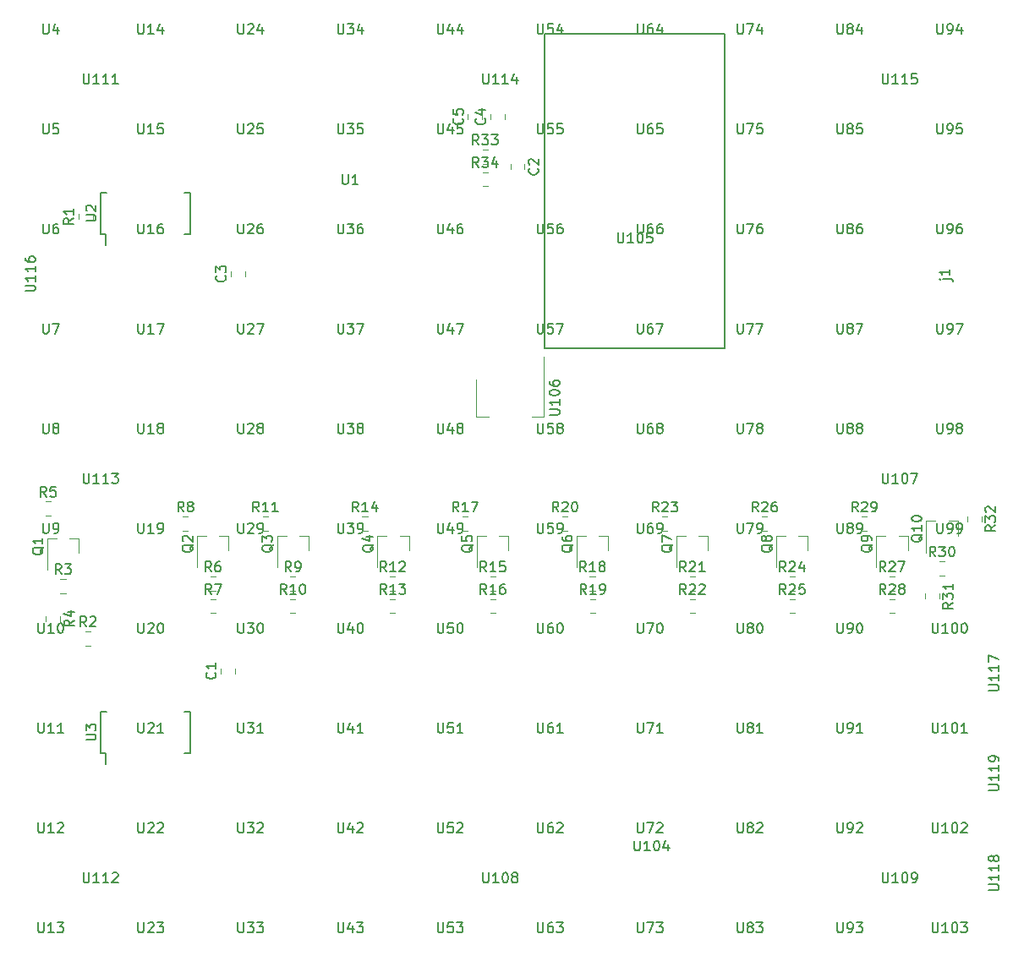
<source format=gbr>
G04 #@! TF.GenerationSoftware,KiCad,Pcbnew,5.0.2+dfsg1-1*
G04 #@! TF.CreationDate,2020-09-22T14:37:19+02:00*
G04 #@! TF.ProjectId,ledmatrix10,6c65646d-6174-4726-9978-31302e6b6963,rev?*
G04 #@! TF.SameCoordinates,Original*
G04 #@! TF.FileFunction,Legend,Top*
G04 #@! TF.FilePolarity,Positive*
%FSLAX46Y46*%
G04 Gerber Fmt 4.6, Leading zero omitted, Abs format (unit mm)*
G04 Created by KiCad (PCBNEW 5.0.2+dfsg1-1) date Tue 22 Sep 2020 02:37:19 PM CEST*
%MOMM*%
%LPD*%
G01*
G04 APERTURE LIST*
%ADD10C,0.120000*%
%ADD11C,0.150000*%
G04 APERTURE END LIST*
D10*
G04 #@! TO.C,U106*
X154410000Y-88300000D02*
X154410000Y-94310000D01*
X147590000Y-90550000D02*
X147590000Y-94310000D01*
X154410000Y-94310000D02*
X153150000Y-94310000D01*
X147590000Y-94310000D02*
X148850000Y-94310000D01*
G04 #@! TO.C,R2*
X108488748Y-117210000D02*
X109011252Y-117210000D01*
X108488748Y-115790000D02*
X109011252Y-115790000D01*
G04 #@! TO.C,R3*
X105988748Y-111960000D02*
X106511252Y-111960000D01*
X105988748Y-110540000D02*
X106511252Y-110540000D01*
G04 #@! TO.C,R4*
X104540000Y-114238748D02*
X104540000Y-114761252D01*
X105960000Y-114238748D02*
X105960000Y-114761252D01*
G04 #@! TO.C,R5*
X104488748Y-104210000D02*
X105011252Y-104210000D01*
X104488748Y-102790000D02*
X105011252Y-102790000D01*
G04 #@! TO.C,R6*
X120988748Y-111710000D02*
X121511252Y-111710000D01*
X120988748Y-110290000D02*
X121511252Y-110290000D01*
G04 #@! TO.C,R7*
X120988748Y-113960000D02*
X121511252Y-113960000D01*
X120988748Y-112540000D02*
X121511252Y-112540000D01*
G04 #@! TO.C,R8*
X118238748Y-105710000D02*
X118761252Y-105710000D01*
X118238748Y-104290000D02*
X118761252Y-104290000D01*
G04 #@! TO.C,R9*
X128988748Y-111710000D02*
X129511252Y-111710000D01*
X128988748Y-110290000D02*
X129511252Y-110290000D01*
G04 #@! TO.C,R10*
X128988748Y-113960000D02*
X129511252Y-113960000D01*
X128988748Y-112540000D02*
X129511252Y-112540000D01*
G04 #@! TO.C,R11*
X126238748Y-105710000D02*
X126761252Y-105710000D01*
X126238748Y-104290000D02*
X126761252Y-104290000D01*
G04 #@! TO.C,R12*
X138988748Y-111710000D02*
X139511252Y-111710000D01*
X138988748Y-110290000D02*
X139511252Y-110290000D01*
G04 #@! TO.C,R13*
X138988748Y-113960000D02*
X139511252Y-113960000D01*
X138988748Y-112540000D02*
X139511252Y-112540000D01*
G04 #@! TO.C,R14*
X136213748Y-105710000D02*
X136736252Y-105710000D01*
X136213748Y-104290000D02*
X136736252Y-104290000D01*
G04 #@! TO.C,R15*
X149013748Y-111710000D02*
X149536252Y-111710000D01*
X149013748Y-110290000D02*
X149536252Y-110290000D01*
G04 #@! TO.C,R17*
X146238748Y-105710000D02*
X146761252Y-105710000D01*
X146238748Y-104290000D02*
X146761252Y-104290000D01*
G04 #@! TO.C,R26*
X176238748Y-105710000D02*
X176761252Y-105710000D01*
X176238748Y-104290000D02*
X176761252Y-104290000D01*
G04 #@! TO.C,R1*
X109210000Y-74511252D02*
X109210000Y-73988748D01*
X107790000Y-74511252D02*
X107790000Y-73988748D01*
G04 #@! TO.C,R18*
X158988748Y-111710000D02*
X159511252Y-111710000D01*
X158988748Y-110290000D02*
X159511252Y-110290000D01*
G04 #@! TO.C,R20*
X156238748Y-105710000D02*
X156761252Y-105710000D01*
X156238748Y-104290000D02*
X156761252Y-104290000D01*
G04 #@! TO.C,R21*
X168988748Y-111710000D02*
X169511252Y-111710000D01*
X168988748Y-110290000D02*
X169511252Y-110290000D01*
G04 #@! TO.C,R22*
X168988748Y-113960000D02*
X169511252Y-113960000D01*
X168988748Y-112540000D02*
X169511252Y-112540000D01*
G04 #@! TO.C,R23*
X166238748Y-105710000D02*
X166761252Y-105710000D01*
X166238748Y-104290000D02*
X166761252Y-104290000D01*
G04 #@! TO.C,R24*
X178988748Y-111710000D02*
X179511252Y-111710000D01*
X178988748Y-110290000D02*
X179511252Y-110290000D01*
G04 #@! TO.C,R25*
X178988748Y-113960000D02*
X179511252Y-113960000D01*
X178988748Y-112540000D02*
X179511252Y-112540000D01*
G04 #@! TO.C,R16*
X149013748Y-113960000D02*
X149536252Y-113960000D01*
X149013748Y-112540000D02*
X149536252Y-112540000D01*
G04 #@! TO.C,R28*
X188988748Y-113960000D02*
X189511252Y-113960000D01*
X188988748Y-112540000D02*
X189511252Y-112540000D01*
G04 #@! TO.C,R29*
X186213748Y-105710000D02*
X186736252Y-105710000D01*
X186213748Y-104290000D02*
X186736252Y-104290000D01*
G04 #@! TO.C,R30*
X193988748Y-110210000D02*
X194511252Y-110210000D01*
X193988748Y-108790000D02*
X194511252Y-108790000D01*
G04 #@! TO.C,R31*
X192540000Y-112013748D02*
X192540000Y-112536252D01*
X193960000Y-112013748D02*
X193960000Y-112536252D01*
G04 #@! TO.C,R32*
X196790000Y-104263748D02*
X196790000Y-104786252D01*
X198210000Y-104263748D02*
X198210000Y-104786252D01*
G04 #@! TO.C,R34*
X148238748Y-71210000D02*
X148761252Y-71210000D01*
X148238748Y-69790000D02*
X148761252Y-69790000D01*
G04 #@! TO.C,R19*
X159013748Y-113960000D02*
X159536252Y-113960000D01*
X159013748Y-112540000D02*
X159536252Y-112540000D01*
G04 #@! TO.C,R27*
X188988748Y-111710000D02*
X189511252Y-111710000D01*
X188988748Y-110290000D02*
X189511252Y-110290000D01*
G04 #@! TO.C,C2*
X151040000Y-68988748D02*
X151040000Y-69511252D01*
X152460000Y-68988748D02*
X152460000Y-69511252D01*
G04 #@! TO.C,C1*
X123460000Y-120011252D02*
X123460000Y-119488748D01*
X122040000Y-120011252D02*
X122040000Y-119488748D01*
G04 #@! TO.C,C3*
X124460000Y-80261252D02*
X124460000Y-79738748D01*
X123040000Y-80261252D02*
X123040000Y-79738748D01*
G04 #@! TO.C,C4*
X150460000Y-64511252D02*
X150460000Y-63988748D01*
X149040000Y-64511252D02*
X149040000Y-63988748D01*
G04 #@! TO.C,C5*
X148210000Y-64511252D02*
X148210000Y-63988748D01*
X146790000Y-64511252D02*
X146790000Y-63988748D01*
G04 #@! TO.C,R33*
X148238748Y-68960000D02*
X148761252Y-68960000D01*
X148238748Y-67540000D02*
X148761252Y-67540000D01*
D11*
G04 #@! TO.C,U105*
X154500000Y-55920000D02*
X172500000Y-55920000D01*
X172500000Y-55920000D02*
X172500000Y-87420000D01*
X172500000Y-87420000D02*
X154500000Y-87420000D01*
X154500000Y-87420000D02*
X154500000Y-55920000D01*
D10*
G04 #@! TO.C,Q10*
X195830000Y-104740000D02*
X195830000Y-106200000D01*
X192670000Y-104740000D02*
X192670000Y-107900000D01*
X192670000Y-104740000D02*
X193600000Y-104740000D01*
X195830000Y-104740000D02*
X194900000Y-104740000D01*
G04 #@! TO.C,Q9*
X190830000Y-106240000D02*
X190830000Y-107700000D01*
X187670000Y-106240000D02*
X187670000Y-109400000D01*
X187670000Y-106240000D02*
X188600000Y-106240000D01*
X190830000Y-106240000D02*
X189900000Y-106240000D01*
G04 #@! TO.C,Q8*
X180830000Y-106240000D02*
X180830000Y-107700000D01*
X177670000Y-106240000D02*
X177670000Y-109400000D01*
X177670000Y-106240000D02*
X178600000Y-106240000D01*
X180830000Y-106240000D02*
X179900000Y-106240000D01*
G04 #@! TO.C,Q7*
X170830000Y-106240000D02*
X170830000Y-107700000D01*
X167670000Y-106240000D02*
X167670000Y-109400000D01*
X167670000Y-106240000D02*
X168600000Y-106240000D01*
X170830000Y-106240000D02*
X169900000Y-106240000D01*
G04 #@! TO.C,Q6*
X160830000Y-106240000D02*
X160830000Y-107700000D01*
X157670000Y-106240000D02*
X157670000Y-109400000D01*
X157670000Y-106240000D02*
X158600000Y-106240000D01*
X160830000Y-106240000D02*
X159900000Y-106240000D01*
D11*
G04 #@! TO.C,U3*
X110492500Y-127975000D02*
X110492500Y-129100000D01*
X118967500Y-127975000D02*
X118967500Y-123825000D01*
X110017500Y-127975000D02*
X110017500Y-123825000D01*
X118967500Y-127975000D02*
X118410000Y-127975000D01*
X118967500Y-123825000D02*
X118410000Y-123825000D01*
X110017500Y-123825000D02*
X110575000Y-123825000D01*
X110017500Y-127975000D02*
X110492500Y-127975000D01*
G04 #@! TO.C,U2*
X110492500Y-75975000D02*
X110492500Y-77100000D01*
X118967500Y-75975000D02*
X118967500Y-71825000D01*
X110017500Y-75975000D02*
X110017500Y-71825000D01*
X118967500Y-75975000D02*
X118410000Y-75975000D01*
X118967500Y-71825000D02*
X118410000Y-71825000D01*
X110017500Y-71825000D02*
X110575000Y-71825000D01*
X110017500Y-75975000D02*
X110492500Y-75975000D01*
D10*
G04 #@! TO.C,Q3*
X130830000Y-106240000D02*
X130830000Y-107700000D01*
X127670000Y-106240000D02*
X127670000Y-109400000D01*
X127670000Y-106240000D02*
X128600000Y-106240000D01*
X130830000Y-106240000D02*
X129900000Y-106240000D01*
G04 #@! TO.C,Q2*
X122830000Y-106240000D02*
X122830000Y-107700000D01*
X119670000Y-106240000D02*
X119670000Y-109400000D01*
X119670000Y-106240000D02*
X120600000Y-106240000D01*
X122830000Y-106240000D02*
X121900000Y-106240000D01*
G04 #@! TO.C,Q4*
X140880000Y-106240000D02*
X140880000Y-107700000D01*
X137720000Y-106240000D02*
X137720000Y-109400000D01*
X137720000Y-106240000D02*
X138650000Y-106240000D01*
X140880000Y-106240000D02*
X139950000Y-106240000D01*
G04 #@! TO.C,Q1*
X107830000Y-106490000D02*
X107830000Y-107950000D01*
X104670000Y-106490000D02*
X104670000Y-109650000D01*
X104670000Y-106490000D02*
X105600000Y-106490000D01*
X107830000Y-106490000D02*
X106900000Y-106490000D01*
G04 #@! TO.C,Q5*
X150830000Y-106240000D02*
X150830000Y-107700000D01*
X147670000Y-106240000D02*
X147670000Y-109400000D01*
X147670000Y-106240000D02*
X148600000Y-106240000D01*
X150830000Y-106240000D02*
X149900000Y-106240000D01*
G04 #@! TO.C,U118*
D11*
X198952380Y-141714285D02*
X199761904Y-141714285D01*
X199857142Y-141666666D01*
X199904761Y-141619047D01*
X199952380Y-141523809D01*
X199952380Y-141333333D01*
X199904761Y-141238095D01*
X199857142Y-141190476D01*
X199761904Y-141142857D01*
X198952380Y-141142857D01*
X199952380Y-140142857D02*
X199952380Y-140714285D01*
X199952380Y-140428571D02*
X198952380Y-140428571D01*
X199095238Y-140523809D01*
X199190476Y-140619047D01*
X199238095Y-140714285D01*
X199952380Y-139190476D02*
X199952380Y-139761904D01*
X199952380Y-139476190D02*
X198952380Y-139476190D01*
X199095238Y-139571428D01*
X199190476Y-139666666D01*
X199238095Y-139761904D01*
X199380952Y-138619047D02*
X199333333Y-138714285D01*
X199285714Y-138761904D01*
X199190476Y-138809523D01*
X199142857Y-138809523D01*
X199047619Y-138761904D01*
X199000000Y-138714285D01*
X198952380Y-138619047D01*
X198952380Y-138428571D01*
X199000000Y-138333333D01*
X199047619Y-138285714D01*
X199142857Y-138238095D01*
X199190476Y-138238095D01*
X199285714Y-138285714D01*
X199333333Y-138333333D01*
X199380952Y-138428571D01*
X199380952Y-138619047D01*
X199428571Y-138714285D01*
X199476190Y-138761904D01*
X199571428Y-138809523D01*
X199761904Y-138809523D01*
X199857142Y-138761904D01*
X199904761Y-138714285D01*
X199952380Y-138619047D01*
X199952380Y-138428571D01*
X199904761Y-138333333D01*
X199857142Y-138285714D01*
X199761904Y-138238095D01*
X199571428Y-138238095D01*
X199476190Y-138285714D01*
X199428571Y-138333333D01*
X199380952Y-138428571D01*
G04 #@! TO.C,U117*
X198952380Y-121714285D02*
X199761904Y-121714285D01*
X199857142Y-121666666D01*
X199904761Y-121619047D01*
X199952380Y-121523809D01*
X199952380Y-121333333D01*
X199904761Y-121238095D01*
X199857142Y-121190476D01*
X199761904Y-121142857D01*
X198952380Y-121142857D01*
X199952380Y-120142857D02*
X199952380Y-120714285D01*
X199952380Y-120428571D02*
X198952380Y-120428571D01*
X199095238Y-120523809D01*
X199190476Y-120619047D01*
X199238095Y-120714285D01*
X199952380Y-119190476D02*
X199952380Y-119761904D01*
X199952380Y-119476190D02*
X198952380Y-119476190D01*
X199095238Y-119571428D01*
X199190476Y-119666666D01*
X199238095Y-119761904D01*
X198952380Y-118857142D02*
X198952380Y-118190476D01*
X199952380Y-118619047D01*
G04 #@! TO.C,U119*
X198952380Y-131714285D02*
X199761904Y-131714285D01*
X199857142Y-131666666D01*
X199904761Y-131619047D01*
X199952380Y-131523809D01*
X199952380Y-131333333D01*
X199904761Y-131238095D01*
X199857142Y-131190476D01*
X199761904Y-131142857D01*
X198952380Y-131142857D01*
X199952380Y-130142857D02*
X199952380Y-130714285D01*
X199952380Y-130428571D02*
X198952380Y-130428571D01*
X199095238Y-130523809D01*
X199190476Y-130619047D01*
X199238095Y-130714285D01*
X199952380Y-129190476D02*
X199952380Y-129761904D01*
X199952380Y-129476190D02*
X198952380Y-129476190D01*
X199095238Y-129571428D01*
X199190476Y-129666666D01*
X199238095Y-129761904D01*
X199952380Y-128714285D02*
X199952380Y-128523809D01*
X199904761Y-128428571D01*
X199857142Y-128380952D01*
X199714285Y-128285714D01*
X199523809Y-128238095D01*
X199142857Y-128238095D01*
X199047619Y-128285714D01*
X199000000Y-128333333D01*
X198952380Y-128428571D01*
X198952380Y-128619047D01*
X199000000Y-128714285D01*
X199047619Y-128761904D01*
X199142857Y-128809523D01*
X199380952Y-128809523D01*
X199476190Y-128761904D01*
X199523809Y-128714285D01*
X199571428Y-128619047D01*
X199571428Y-128428571D01*
X199523809Y-128333333D01*
X199476190Y-128285714D01*
X199380952Y-128238095D01*
G04 #@! TO.C,U116*
X102452380Y-81714285D02*
X103261904Y-81714285D01*
X103357142Y-81666666D01*
X103404761Y-81619047D01*
X103452380Y-81523809D01*
X103452380Y-81333333D01*
X103404761Y-81238095D01*
X103357142Y-81190476D01*
X103261904Y-81142857D01*
X102452380Y-81142857D01*
X103452380Y-80142857D02*
X103452380Y-80714285D01*
X103452380Y-80428571D02*
X102452380Y-80428571D01*
X102595238Y-80523809D01*
X102690476Y-80619047D01*
X102738095Y-80714285D01*
X103452380Y-79190476D02*
X103452380Y-79761904D01*
X103452380Y-79476190D02*
X102452380Y-79476190D01*
X102595238Y-79571428D01*
X102690476Y-79666666D01*
X102738095Y-79761904D01*
X102452380Y-78333333D02*
X102452380Y-78523809D01*
X102500000Y-78619047D01*
X102547619Y-78666666D01*
X102690476Y-78761904D01*
X102880952Y-78809523D01*
X103261904Y-78809523D01*
X103357142Y-78761904D01*
X103404761Y-78714285D01*
X103452380Y-78619047D01*
X103452380Y-78428571D01*
X103404761Y-78333333D01*
X103357142Y-78285714D01*
X103261904Y-78238095D01*
X103023809Y-78238095D01*
X102928571Y-78285714D01*
X102880952Y-78333333D01*
X102833333Y-78428571D01*
X102833333Y-78619047D01*
X102880952Y-78714285D01*
X102928571Y-78761904D01*
X103023809Y-78809523D01*
G04 #@! TO.C,U114*
X148285714Y-59952380D02*
X148285714Y-60761904D01*
X148333333Y-60857142D01*
X148380952Y-60904761D01*
X148476190Y-60952380D01*
X148666666Y-60952380D01*
X148761904Y-60904761D01*
X148809523Y-60857142D01*
X148857142Y-60761904D01*
X148857142Y-59952380D01*
X149857142Y-60952380D02*
X149285714Y-60952380D01*
X149571428Y-60952380D02*
X149571428Y-59952380D01*
X149476190Y-60095238D01*
X149380952Y-60190476D01*
X149285714Y-60238095D01*
X150809523Y-60952380D02*
X150238095Y-60952380D01*
X150523809Y-60952380D02*
X150523809Y-59952380D01*
X150428571Y-60095238D01*
X150333333Y-60190476D01*
X150238095Y-60238095D01*
X151666666Y-60285714D02*
X151666666Y-60952380D01*
X151428571Y-59904761D02*
X151190476Y-60619047D01*
X151809523Y-60619047D01*
G04 #@! TO.C,U113*
X108285714Y-99952380D02*
X108285714Y-100761904D01*
X108333333Y-100857142D01*
X108380952Y-100904761D01*
X108476190Y-100952380D01*
X108666666Y-100952380D01*
X108761904Y-100904761D01*
X108809523Y-100857142D01*
X108857142Y-100761904D01*
X108857142Y-99952380D01*
X109857142Y-100952380D02*
X109285714Y-100952380D01*
X109571428Y-100952380D02*
X109571428Y-99952380D01*
X109476190Y-100095238D01*
X109380952Y-100190476D01*
X109285714Y-100238095D01*
X110809523Y-100952380D02*
X110238095Y-100952380D01*
X110523809Y-100952380D02*
X110523809Y-99952380D01*
X110428571Y-100095238D01*
X110333333Y-100190476D01*
X110238095Y-100238095D01*
X111142857Y-99952380D02*
X111761904Y-99952380D01*
X111428571Y-100333333D01*
X111571428Y-100333333D01*
X111666666Y-100380952D01*
X111714285Y-100428571D01*
X111761904Y-100523809D01*
X111761904Y-100761904D01*
X111714285Y-100857142D01*
X111666666Y-100904761D01*
X111571428Y-100952380D01*
X111285714Y-100952380D01*
X111190476Y-100904761D01*
X111142857Y-100857142D01*
G04 #@! TO.C,U112*
X108285714Y-139952380D02*
X108285714Y-140761904D01*
X108333333Y-140857142D01*
X108380952Y-140904761D01*
X108476190Y-140952380D01*
X108666666Y-140952380D01*
X108761904Y-140904761D01*
X108809523Y-140857142D01*
X108857142Y-140761904D01*
X108857142Y-139952380D01*
X109857142Y-140952380D02*
X109285714Y-140952380D01*
X109571428Y-140952380D02*
X109571428Y-139952380D01*
X109476190Y-140095238D01*
X109380952Y-140190476D01*
X109285714Y-140238095D01*
X110809523Y-140952380D02*
X110238095Y-140952380D01*
X110523809Y-140952380D02*
X110523809Y-139952380D01*
X110428571Y-140095238D01*
X110333333Y-140190476D01*
X110238095Y-140238095D01*
X111190476Y-140047619D02*
X111238095Y-140000000D01*
X111333333Y-139952380D01*
X111571428Y-139952380D01*
X111666666Y-140000000D01*
X111714285Y-140047619D01*
X111761904Y-140142857D01*
X111761904Y-140238095D01*
X111714285Y-140380952D01*
X111142857Y-140952380D01*
X111761904Y-140952380D01*
G04 #@! TO.C,U111*
X108285714Y-59952380D02*
X108285714Y-60761904D01*
X108333333Y-60857142D01*
X108380952Y-60904761D01*
X108476190Y-60952380D01*
X108666666Y-60952380D01*
X108761904Y-60904761D01*
X108809523Y-60857142D01*
X108857142Y-60761904D01*
X108857142Y-59952380D01*
X109857142Y-60952380D02*
X109285714Y-60952380D01*
X109571428Y-60952380D02*
X109571428Y-59952380D01*
X109476190Y-60095238D01*
X109380952Y-60190476D01*
X109285714Y-60238095D01*
X110809523Y-60952380D02*
X110238095Y-60952380D01*
X110523809Y-60952380D02*
X110523809Y-59952380D01*
X110428571Y-60095238D01*
X110333333Y-60190476D01*
X110238095Y-60238095D01*
X111761904Y-60952380D02*
X111190476Y-60952380D01*
X111476190Y-60952380D02*
X111476190Y-59952380D01*
X111380952Y-60095238D01*
X111285714Y-60190476D01*
X111190476Y-60238095D01*
G04 #@! TO.C,U109*
X188285714Y-139952380D02*
X188285714Y-140761904D01*
X188333333Y-140857142D01*
X188380952Y-140904761D01*
X188476190Y-140952380D01*
X188666666Y-140952380D01*
X188761904Y-140904761D01*
X188809523Y-140857142D01*
X188857142Y-140761904D01*
X188857142Y-139952380D01*
X189857142Y-140952380D02*
X189285714Y-140952380D01*
X189571428Y-140952380D02*
X189571428Y-139952380D01*
X189476190Y-140095238D01*
X189380952Y-140190476D01*
X189285714Y-140238095D01*
X190476190Y-139952380D02*
X190571428Y-139952380D01*
X190666666Y-140000000D01*
X190714285Y-140047619D01*
X190761904Y-140142857D01*
X190809523Y-140333333D01*
X190809523Y-140571428D01*
X190761904Y-140761904D01*
X190714285Y-140857142D01*
X190666666Y-140904761D01*
X190571428Y-140952380D01*
X190476190Y-140952380D01*
X190380952Y-140904761D01*
X190333333Y-140857142D01*
X190285714Y-140761904D01*
X190238095Y-140571428D01*
X190238095Y-140333333D01*
X190285714Y-140142857D01*
X190333333Y-140047619D01*
X190380952Y-140000000D01*
X190476190Y-139952380D01*
X191285714Y-140952380D02*
X191476190Y-140952380D01*
X191571428Y-140904761D01*
X191619047Y-140857142D01*
X191714285Y-140714285D01*
X191761904Y-140523809D01*
X191761904Y-140142857D01*
X191714285Y-140047619D01*
X191666666Y-140000000D01*
X191571428Y-139952380D01*
X191380952Y-139952380D01*
X191285714Y-140000000D01*
X191238095Y-140047619D01*
X191190476Y-140142857D01*
X191190476Y-140380952D01*
X191238095Y-140476190D01*
X191285714Y-140523809D01*
X191380952Y-140571428D01*
X191571428Y-140571428D01*
X191666666Y-140523809D01*
X191714285Y-140476190D01*
X191761904Y-140380952D01*
G04 #@! TO.C,U108*
X148285714Y-139952380D02*
X148285714Y-140761904D01*
X148333333Y-140857142D01*
X148380952Y-140904761D01*
X148476190Y-140952380D01*
X148666666Y-140952380D01*
X148761904Y-140904761D01*
X148809523Y-140857142D01*
X148857142Y-140761904D01*
X148857142Y-139952380D01*
X149857142Y-140952380D02*
X149285714Y-140952380D01*
X149571428Y-140952380D02*
X149571428Y-139952380D01*
X149476190Y-140095238D01*
X149380952Y-140190476D01*
X149285714Y-140238095D01*
X150476190Y-139952380D02*
X150571428Y-139952380D01*
X150666666Y-140000000D01*
X150714285Y-140047619D01*
X150761904Y-140142857D01*
X150809523Y-140333333D01*
X150809523Y-140571428D01*
X150761904Y-140761904D01*
X150714285Y-140857142D01*
X150666666Y-140904761D01*
X150571428Y-140952380D01*
X150476190Y-140952380D01*
X150380952Y-140904761D01*
X150333333Y-140857142D01*
X150285714Y-140761904D01*
X150238095Y-140571428D01*
X150238095Y-140333333D01*
X150285714Y-140142857D01*
X150333333Y-140047619D01*
X150380952Y-140000000D01*
X150476190Y-139952380D01*
X151380952Y-140380952D02*
X151285714Y-140333333D01*
X151238095Y-140285714D01*
X151190476Y-140190476D01*
X151190476Y-140142857D01*
X151238095Y-140047619D01*
X151285714Y-140000000D01*
X151380952Y-139952380D01*
X151571428Y-139952380D01*
X151666666Y-140000000D01*
X151714285Y-140047619D01*
X151761904Y-140142857D01*
X151761904Y-140190476D01*
X151714285Y-140285714D01*
X151666666Y-140333333D01*
X151571428Y-140380952D01*
X151380952Y-140380952D01*
X151285714Y-140428571D01*
X151238095Y-140476190D01*
X151190476Y-140571428D01*
X151190476Y-140761904D01*
X151238095Y-140857142D01*
X151285714Y-140904761D01*
X151380952Y-140952380D01*
X151571428Y-140952380D01*
X151666666Y-140904761D01*
X151714285Y-140857142D01*
X151761904Y-140761904D01*
X151761904Y-140571428D01*
X151714285Y-140476190D01*
X151666666Y-140428571D01*
X151571428Y-140380952D01*
G04 #@! TO.C,U107*
X188285714Y-99952380D02*
X188285714Y-100761904D01*
X188333333Y-100857142D01*
X188380952Y-100904761D01*
X188476190Y-100952380D01*
X188666666Y-100952380D01*
X188761904Y-100904761D01*
X188809523Y-100857142D01*
X188857142Y-100761904D01*
X188857142Y-99952380D01*
X189857142Y-100952380D02*
X189285714Y-100952380D01*
X189571428Y-100952380D02*
X189571428Y-99952380D01*
X189476190Y-100095238D01*
X189380952Y-100190476D01*
X189285714Y-100238095D01*
X190476190Y-99952380D02*
X190571428Y-99952380D01*
X190666666Y-100000000D01*
X190714285Y-100047619D01*
X190761904Y-100142857D01*
X190809523Y-100333333D01*
X190809523Y-100571428D01*
X190761904Y-100761904D01*
X190714285Y-100857142D01*
X190666666Y-100904761D01*
X190571428Y-100952380D01*
X190476190Y-100952380D01*
X190380952Y-100904761D01*
X190333333Y-100857142D01*
X190285714Y-100761904D01*
X190238095Y-100571428D01*
X190238095Y-100333333D01*
X190285714Y-100142857D01*
X190333333Y-100047619D01*
X190380952Y-100000000D01*
X190476190Y-99952380D01*
X191142857Y-99952380D02*
X191809523Y-99952380D01*
X191380952Y-100952380D01*
G04 #@! TO.C,U115*
X188285714Y-59952380D02*
X188285714Y-60761904D01*
X188333333Y-60857142D01*
X188380952Y-60904761D01*
X188476190Y-60952380D01*
X188666666Y-60952380D01*
X188761904Y-60904761D01*
X188809523Y-60857142D01*
X188857142Y-60761904D01*
X188857142Y-59952380D01*
X189857142Y-60952380D02*
X189285714Y-60952380D01*
X189571428Y-60952380D02*
X189571428Y-59952380D01*
X189476190Y-60095238D01*
X189380952Y-60190476D01*
X189285714Y-60238095D01*
X190809523Y-60952380D02*
X190238095Y-60952380D01*
X190523809Y-60952380D02*
X190523809Y-59952380D01*
X190428571Y-60095238D01*
X190333333Y-60190476D01*
X190238095Y-60238095D01*
X191714285Y-59952380D02*
X191238095Y-59952380D01*
X191190476Y-60428571D01*
X191238095Y-60380952D01*
X191333333Y-60333333D01*
X191571428Y-60333333D01*
X191666666Y-60380952D01*
X191714285Y-60428571D01*
X191761904Y-60523809D01*
X191761904Y-60761904D01*
X191714285Y-60857142D01*
X191666666Y-60904761D01*
X191571428Y-60952380D01*
X191333333Y-60952380D01*
X191238095Y-60904761D01*
X191190476Y-60857142D01*
G04 #@! TO.C,j1*
X194335714Y-80526190D02*
X195192857Y-80526190D01*
X195288095Y-80573809D01*
X195335714Y-80669047D01*
X195335714Y-80716666D01*
X194002380Y-80526190D02*
X194050000Y-80573809D01*
X194097619Y-80526190D01*
X194050000Y-80478571D01*
X194002380Y-80526190D01*
X194097619Y-80526190D01*
X195002380Y-79526190D02*
X195002380Y-80097619D01*
X195002380Y-79811904D02*
X194002380Y-79811904D01*
X194145238Y-79907142D01*
X194240476Y-80002380D01*
X194288095Y-80097619D01*
G04 #@! TO.C,U106*
X154952380Y-94114285D02*
X155761904Y-94114285D01*
X155857142Y-94066666D01*
X155904761Y-94019047D01*
X155952380Y-93923809D01*
X155952380Y-93733333D01*
X155904761Y-93638095D01*
X155857142Y-93590476D01*
X155761904Y-93542857D01*
X154952380Y-93542857D01*
X155952380Y-92542857D02*
X155952380Y-93114285D01*
X155952380Y-92828571D02*
X154952380Y-92828571D01*
X155095238Y-92923809D01*
X155190476Y-93019047D01*
X155238095Y-93114285D01*
X154952380Y-91923809D02*
X154952380Y-91828571D01*
X155000000Y-91733333D01*
X155047619Y-91685714D01*
X155142857Y-91638095D01*
X155333333Y-91590476D01*
X155571428Y-91590476D01*
X155761904Y-91638095D01*
X155857142Y-91685714D01*
X155904761Y-91733333D01*
X155952380Y-91828571D01*
X155952380Y-91923809D01*
X155904761Y-92019047D01*
X155857142Y-92066666D01*
X155761904Y-92114285D01*
X155571428Y-92161904D01*
X155333333Y-92161904D01*
X155142857Y-92114285D01*
X155047619Y-92066666D01*
X155000000Y-92019047D01*
X154952380Y-91923809D01*
X154952380Y-90733333D02*
X154952380Y-90923809D01*
X155000000Y-91019047D01*
X155047619Y-91066666D01*
X155190476Y-91161904D01*
X155380952Y-91209523D01*
X155761904Y-91209523D01*
X155857142Y-91161904D01*
X155904761Y-91114285D01*
X155952380Y-91019047D01*
X155952380Y-90828571D01*
X155904761Y-90733333D01*
X155857142Y-90685714D01*
X155761904Y-90638095D01*
X155523809Y-90638095D01*
X155428571Y-90685714D01*
X155380952Y-90733333D01*
X155333333Y-90828571D01*
X155333333Y-91019047D01*
X155380952Y-91114285D01*
X155428571Y-91161904D01*
X155523809Y-91209523D01*
G04 #@! TO.C,R2*
X108583333Y-115302380D02*
X108250000Y-114826190D01*
X108011904Y-115302380D02*
X108011904Y-114302380D01*
X108392857Y-114302380D01*
X108488095Y-114350000D01*
X108535714Y-114397619D01*
X108583333Y-114492857D01*
X108583333Y-114635714D01*
X108535714Y-114730952D01*
X108488095Y-114778571D01*
X108392857Y-114826190D01*
X108011904Y-114826190D01*
X108964285Y-114397619D02*
X109011904Y-114350000D01*
X109107142Y-114302380D01*
X109345238Y-114302380D01*
X109440476Y-114350000D01*
X109488095Y-114397619D01*
X109535714Y-114492857D01*
X109535714Y-114588095D01*
X109488095Y-114730952D01*
X108916666Y-115302380D01*
X109535714Y-115302380D01*
G04 #@! TO.C,R3*
X106083333Y-110052380D02*
X105750000Y-109576190D01*
X105511904Y-110052380D02*
X105511904Y-109052380D01*
X105892857Y-109052380D01*
X105988095Y-109100000D01*
X106035714Y-109147619D01*
X106083333Y-109242857D01*
X106083333Y-109385714D01*
X106035714Y-109480952D01*
X105988095Y-109528571D01*
X105892857Y-109576190D01*
X105511904Y-109576190D01*
X106416666Y-109052380D02*
X107035714Y-109052380D01*
X106702380Y-109433333D01*
X106845238Y-109433333D01*
X106940476Y-109480952D01*
X106988095Y-109528571D01*
X107035714Y-109623809D01*
X107035714Y-109861904D01*
X106988095Y-109957142D01*
X106940476Y-110004761D01*
X106845238Y-110052380D01*
X106559523Y-110052380D01*
X106464285Y-110004761D01*
X106416666Y-109957142D01*
G04 #@! TO.C,R4*
X107352380Y-114666666D02*
X106876190Y-115000000D01*
X107352380Y-115238095D02*
X106352380Y-115238095D01*
X106352380Y-114857142D01*
X106400000Y-114761904D01*
X106447619Y-114714285D01*
X106542857Y-114666666D01*
X106685714Y-114666666D01*
X106780952Y-114714285D01*
X106828571Y-114761904D01*
X106876190Y-114857142D01*
X106876190Y-115238095D01*
X106685714Y-113809523D02*
X107352380Y-113809523D01*
X106304761Y-114047619D02*
X107019047Y-114285714D01*
X107019047Y-113666666D01*
G04 #@! TO.C,R5*
X104583333Y-102302380D02*
X104250000Y-101826190D01*
X104011904Y-102302380D02*
X104011904Y-101302380D01*
X104392857Y-101302380D01*
X104488095Y-101350000D01*
X104535714Y-101397619D01*
X104583333Y-101492857D01*
X104583333Y-101635714D01*
X104535714Y-101730952D01*
X104488095Y-101778571D01*
X104392857Y-101826190D01*
X104011904Y-101826190D01*
X105488095Y-101302380D02*
X105011904Y-101302380D01*
X104964285Y-101778571D01*
X105011904Y-101730952D01*
X105107142Y-101683333D01*
X105345238Y-101683333D01*
X105440476Y-101730952D01*
X105488095Y-101778571D01*
X105535714Y-101873809D01*
X105535714Y-102111904D01*
X105488095Y-102207142D01*
X105440476Y-102254761D01*
X105345238Y-102302380D01*
X105107142Y-102302380D01*
X105011904Y-102254761D01*
X104964285Y-102207142D01*
G04 #@! TO.C,R6*
X121083333Y-109802380D02*
X120750000Y-109326190D01*
X120511904Y-109802380D02*
X120511904Y-108802380D01*
X120892857Y-108802380D01*
X120988095Y-108850000D01*
X121035714Y-108897619D01*
X121083333Y-108992857D01*
X121083333Y-109135714D01*
X121035714Y-109230952D01*
X120988095Y-109278571D01*
X120892857Y-109326190D01*
X120511904Y-109326190D01*
X121940476Y-108802380D02*
X121750000Y-108802380D01*
X121654761Y-108850000D01*
X121607142Y-108897619D01*
X121511904Y-109040476D01*
X121464285Y-109230952D01*
X121464285Y-109611904D01*
X121511904Y-109707142D01*
X121559523Y-109754761D01*
X121654761Y-109802380D01*
X121845238Y-109802380D01*
X121940476Y-109754761D01*
X121988095Y-109707142D01*
X122035714Y-109611904D01*
X122035714Y-109373809D01*
X121988095Y-109278571D01*
X121940476Y-109230952D01*
X121845238Y-109183333D01*
X121654761Y-109183333D01*
X121559523Y-109230952D01*
X121511904Y-109278571D01*
X121464285Y-109373809D01*
G04 #@! TO.C,R7*
X121083333Y-112052380D02*
X120750000Y-111576190D01*
X120511904Y-112052380D02*
X120511904Y-111052380D01*
X120892857Y-111052380D01*
X120988095Y-111100000D01*
X121035714Y-111147619D01*
X121083333Y-111242857D01*
X121083333Y-111385714D01*
X121035714Y-111480952D01*
X120988095Y-111528571D01*
X120892857Y-111576190D01*
X120511904Y-111576190D01*
X121416666Y-111052380D02*
X122083333Y-111052380D01*
X121654761Y-112052380D01*
G04 #@! TO.C,R8*
X118333333Y-103802380D02*
X118000000Y-103326190D01*
X117761904Y-103802380D02*
X117761904Y-102802380D01*
X118142857Y-102802380D01*
X118238095Y-102850000D01*
X118285714Y-102897619D01*
X118333333Y-102992857D01*
X118333333Y-103135714D01*
X118285714Y-103230952D01*
X118238095Y-103278571D01*
X118142857Y-103326190D01*
X117761904Y-103326190D01*
X118904761Y-103230952D02*
X118809523Y-103183333D01*
X118761904Y-103135714D01*
X118714285Y-103040476D01*
X118714285Y-102992857D01*
X118761904Y-102897619D01*
X118809523Y-102850000D01*
X118904761Y-102802380D01*
X119095238Y-102802380D01*
X119190476Y-102850000D01*
X119238095Y-102897619D01*
X119285714Y-102992857D01*
X119285714Y-103040476D01*
X119238095Y-103135714D01*
X119190476Y-103183333D01*
X119095238Y-103230952D01*
X118904761Y-103230952D01*
X118809523Y-103278571D01*
X118761904Y-103326190D01*
X118714285Y-103421428D01*
X118714285Y-103611904D01*
X118761904Y-103707142D01*
X118809523Y-103754761D01*
X118904761Y-103802380D01*
X119095238Y-103802380D01*
X119190476Y-103754761D01*
X119238095Y-103707142D01*
X119285714Y-103611904D01*
X119285714Y-103421428D01*
X119238095Y-103326190D01*
X119190476Y-103278571D01*
X119095238Y-103230952D01*
G04 #@! TO.C,R9*
X129083333Y-109802380D02*
X128750000Y-109326190D01*
X128511904Y-109802380D02*
X128511904Y-108802380D01*
X128892857Y-108802380D01*
X128988095Y-108850000D01*
X129035714Y-108897619D01*
X129083333Y-108992857D01*
X129083333Y-109135714D01*
X129035714Y-109230952D01*
X128988095Y-109278571D01*
X128892857Y-109326190D01*
X128511904Y-109326190D01*
X129559523Y-109802380D02*
X129750000Y-109802380D01*
X129845238Y-109754761D01*
X129892857Y-109707142D01*
X129988095Y-109564285D01*
X130035714Y-109373809D01*
X130035714Y-108992857D01*
X129988095Y-108897619D01*
X129940476Y-108850000D01*
X129845238Y-108802380D01*
X129654761Y-108802380D01*
X129559523Y-108850000D01*
X129511904Y-108897619D01*
X129464285Y-108992857D01*
X129464285Y-109230952D01*
X129511904Y-109326190D01*
X129559523Y-109373809D01*
X129654761Y-109421428D01*
X129845238Y-109421428D01*
X129940476Y-109373809D01*
X129988095Y-109326190D01*
X130035714Y-109230952D01*
G04 #@! TO.C,R10*
X128607142Y-112052380D02*
X128273809Y-111576190D01*
X128035714Y-112052380D02*
X128035714Y-111052380D01*
X128416666Y-111052380D01*
X128511904Y-111100000D01*
X128559523Y-111147619D01*
X128607142Y-111242857D01*
X128607142Y-111385714D01*
X128559523Y-111480952D01*
X128511904Y-111528571D01*
X128416666Y-111576190D01*
X128035714Y-111576190D01*
X129559523Y-112052380D02*
X128988095Y-112052380D01*
X129273809Y-112052380D02*
X129273809Y-111052380D01*
X129178571Y-111195238D01*
X129083333Y-111290476D01*
X128988095Y-111338095D01*
X130178571Y-111052380D02*
X130273809Y-111052380D01*
X130369047Y-111100000D01*
X130416666Y-111147619D01*
X130464285Y-111242857D01*
X130511904Y-111433333D01*
X130511904Y-111671428D01*
X130464285Y-111861904D01*
X130416666Y-111957142D01*
X130369047Y-112004761D01*
X130273809Y-112052380D01*
X130178571Y-112052380D01*
X130083333Y-112004761D01*
X130035714Y-111957142D01*
X129988095Y-111861904D01*
X129940476Y-111671428D01*
X129940476Y-111433333D01*
X129988095Y-111242857D01*
X130035714Y-111147619D01*
X130083333Y-111100000D01*
X130178571Y-111052380D01*
G04 #@! TO.C,R11*
X125857142Y-103802380D02*
X125523809Y-103326190D01*
X125285714Y-103802380D02*
X125285714Y-102802380D01*
X125666666Y-102802380D01*
X125761904Y-102850000D01*
X125809523Y-102897619D01*
X125857142Y-102992857D01*
X125857142Y-103135714D01*
X125809523Y-103230952D01*
X125761904Y-103278571D01*
X125666666Y-103326190D01*
X125285714Y-103326190D01*
X126809523Y-103802380D02*
X126238095Y-103802380D01*
X126523809Y-103802380D02*
X126523809Y-102802380D01*
X126428571Y-102945238D01*
X126333333Y-103040476D01*
X126238095Y-103088095D01*
X127761904Y-103802380D02*
X127190476Y-103802380D01*
X127476190Y-103802380D02*
X127476190Y-102802380D01*
X127380952Y-102945238D01*
X127285714Y-103040476D01*
X127190476Y-103088095D01*
G04 #@! TO.C,R12*
X138607142Y-109802380D02*
X138273809Y-109326190D01*
X138035714Y-109802380D02*
X138035714Y-108802380D01*
X138416666Y-108802380D01*
X138511904Y-108850000D01*
X138559523Y-108897619D01*
X138607142Y-108992857D01*
X138607142Y-109135714D01*
X138559523Y-109230952D01*
X138511904Y-109278571D01*
X138416666Y-109326190D01*
X138035714Y-109326190D01*
X139559523Y-109802380D02*
X138988095Y-109802380D01*
X139273809Y-109802380D02*
X139273809Y-108802380D01*
X139178571Y-108945238D01*
X139083333Y-109040476D01*
X138988095Y-109088095D01*
X139940476Y-108897619D02*
X139988095Y-108850000D01*
X140083333Y-108802380D01*
X140321428Y-108802380D01*
X140416666Y-108850000D01*
X140464285Y-108897619D01*
X140511904Y-108992857D01*
X140511904Y-109088095D01*
X140464285Y-109230952D01*
X139892857Y-109802380D01*
X140511904Y-109802380D01*
G04 #@! TO.C,R13*
X138607142Y-112052380D02*
X138273809Y-111576190D01*
X138035714Y-112052380D02*
X138035714Y-111052380D01*
X138416666Y-111052380D01*
X138511904Y-111100000D01*
X138559523Y-111147619D01*
X138607142Y-111242857D01*
X138607142Y-111385714D01*
X138559523Y-111480952D01*
X138511904Y-111528571D01*
X138416666Y-111576190D01*
X138035714Y-111576190D01*
X139559523Y-112052380D02*
X138988095Y-112052380D01*
X139273809Y-112052380D02*
X139273809Y-111052380D01*
X139178571Y-111195238D01*
X139083333Y-111290476D01*
X138988095Y-111338095D01*
X139892857Y-111052380D02*
X140511904Y-111052380D01*
X140178571Y-111433333D01*
X140321428Y-111433333D01*
X140416666Y-111480952D01*
X140464285Y-111528571D01*
X140511904Y-111623809D01*
X140511904Y-111861904D01*
X140464285Y-111957142D01*
X140416666Y-112004761D01*
X140321428Y-112052380D01*
X140035714Y-112052380D01*
X139940476Y-112004761D01*
X139892857Y-111957142D01*
G04 #@! TO.C,R14*
X135832142Y-103802380D02*
X135498809Y-103326190D01*
X135260714Y-103802380D02*
X135260714Y-102802380D01*
X135641666Y-102802380D01*
X135736904Y-102850000D01*
X135784523Y-102897619D01*
X135832142Y-102992857D01*
X135832142Y-103135714D01*
X135784523Y-103230952D01*
X135736904Y-103278571D01*
X135641666Y-103326190D01*
X135260714Y-103326190D01*
X136784523Y-103802380D02*
X136213095Y-103802380D01*
X136498809Y-103802380D02*
X136498809Y-102802380D01*
X136403571Y-102945238D01*
X136308333Y-103040476D01*
X136213095Y-103088095D01*
X137641666Y-103135714D02*
X137641666Y-103802380D01*
X137403571Y-102754761D02*
X137165476Y-103469047D01*
X137784523Y-103469047D01*
G04 #@! TO.C,R15*
X148632142Y-109802380D02*
X148298809Y-109326190D01*
X148060714Y-109802380D02*
X148060714Y-108802380D01*
X148441666Y-108802380D01*
X148536904Y-108850000D01*
X148584523Y-108897619D01*
X148632142Y-108992857D01*
X148632142Y-109135714D01*
X148584523Y-109230952D01*
X148536904Y-109278571D01*
X148441666Y-109326190D01*
X148060714Y-109326190D01*
X149584523Y-109802380D02*
X149013095Y-109802380D01*
X149298809Y-109802380D02*
X149298809Y-108802380D01*
X149203571Y-108945238D01*
X149108333Y-109040476D01*
X149013095Y-109088095D01*
X150489285Y-108802380D02*
X150013095Y-108802380D01*
X149965476Y-109278571D01*
X150013095Y-109230952D01*
X150108333Y-109183333D01*
X150346428Y-109183333D01*
X150441666Y-109230952D01*
X150489285Y-109278571D01*
X150536904Y-109373809D01*
X150536904Y-109611904D01*
X150489285Y-109707142D01*
X150441666Y-109754761D01*
X150346428Y-109802380D01*
X150108333Y-109802380D01*
X150013095Y-109754761D01*
X149965476Y-109707142D01*
G04 #@! TO.C,R17*
X145857142Y-103802380D02*
X145523809Y-103326190D01*
X145285714Y-103802380D02*
X145285714Y-102802380D01*
X145666666Y-102802380D01*
X145761904Y-102850000D01*
X145809523Y-102897619D01*
X145857142Y-102992857D01*
X145857142Y-103135714D01*
X145809523Y-103230952D01*
X145761904Y-103278571D01*
X145666666Y-103326190D01*
X145285714Y-103326190D01*
X146809523Y-103802380D02*
X146238095Y-103802380D01*
X146523809Y-103802380D02*
X146523809Y-102802380D01*
X146428571Y-102945238D01*
X146333333Y-103040476D01*
X146238095Y-103088095D01*
X147142857Y-102802380D02*
X147809523Y-102802380D01*
X147380952Y-103802380D01*
G04 #@! TO.C,R26*
X175857142Y-103802380D02*
X175523809Y-103326190D01*
X175285714Y-103802380D02*
X175285714Y-102802380D01*
X175666666Y-102802380D01*
X175761904Y-102850000D01*
X175809523Y-102897619D01*
X175857142Y-102992857D01*
X175857142Y-103135714D01*
X175809523Y-103230952D01*
X175761904Y-103278571D01*
X175666666Y-103326190D01*
X175285714Y-103326190D01*
X176238095Y-102897619D02*
X176285714Y-102850000D01*
X176380952Y-102802380D01*
X176619047Y-102802380D01*
X176714285Y-102850000D01*
X176761904Y-102897619D01*
X176809523Y-102992857D01*
X176809523Y-103088095D01*
X176761904Y-103230952D01*
X176190476Y-103802380D01*
X176809523Y-103802380D01*
X177666666Y-102802380D02*
X177476190Y-102802380D01*
X177380952Y-102850000D01*
X177333333Y-102897619D01*
X177238095Y-103040476D01*
X177190476Y-103230952D01*
X177190476Y-103611904D01*
X177238095Y-103707142D01*
X177285714Y-103754761D01*
X177380952Y-103802380D01*
X177571428Y-103802380D01*
X177666666Y-103754761D01*
X177714285Y-103707142D01*
X177761904Y-103611904D01*
X177761904Y-103373809D01*
X177714285Y-103278571D01*
X177666666Y-103230952D01*
X177571428Y-103183333D01*
X177380952Y-103183333D01*
X177285714Y-103230952D01*
X177238095Y-103278571D01*
X177190476Y-103373809D01*
G04 #@! TO.C,R1*
X107302380Y-74416666D02*
X106826190Y-74750000D01*
X107302380Y-74988095D02*
X106302380Y-74988095D01*
X106302380Y-74607142D01*
X106350000Y-74511904D01*
X106397619Y-74464285D01*
X106492857Y-74416666D01*
X106635714Y-74416666D01*
X106730952Y-74464285D01*
X106778571Y-74511904D01*
X106826190Y-74607142D01*
X106826190Y-74988095D01*
X107302380Y-73464285D02*
X107302380Y-74035714D01*
X107302380Y-73750000D02*
X106302380Y-73750000D01*
X106445238Y-73845238D01*
X106540476Y-73940476D01*
X106588095Y-74035714D01*
G04 #@! TO.C,R18*
X158607142Y-109802380D02*
X158273809Y-109326190D01*
X158035714Y-109802380D02*
X158035714Y-108802380D01*
X158416666Y-108802380D01*
X158511904Y-108850000D01*
X158559523Y-108897619D01*
X158607142Y-108992857D01*
X158607142Y-109135714D01*
X158559523Y-109230952D01*
X158511904Y-109278571D01*
X158416666Y-109326190D01*
X158035714Y-109326190D01*
X159559523Y-109802380D02*
X158988095Y-109802380D01*
X159273809Y-109802380D02*
X159273809Y-108802380D01*
X159178571Y-108945238D01*
X159083333Y-109040476D01*
X158988095Y-109088095D01*
X160130952Y-109230952D02*
X160035714Y-109183333D01*
X159988095Y-109135714D01*
X159940476Y-109040476D01*
X159940476Y-108992857D01*
X159988095Y-108897619D01*
X160035714Y-108850000D01*
X160130952Y-108802380D01*
X160321428Y-108802380D01*
X160416666Y-108850000D01*
X160464285Y-108897619D01*
X160511904Y-108992857D01*
X160511904Y-109040476D01*
X160464285Y-109135714D01*
X160416666Y-109183333D01*
X160321428Y-109230952D01*
X160130952Y-109230952D01*
X160035714Y-109278571D01*
X159988095Y-109326190D01*
X159940476Y-109421428D01*
X159940476Y-109611904D01*
X159988095Y-109707142D01*
X160035714Y-109754761D01*
X160130952Y-109802380D01*
X160321428Y-109802380D01*
X160416666Y-109754761D01*
X160464285Y-109707142D01*
X160511904Y-109611904D01*
X160511904Y-109421428D01*
X160464285Y-109326190D01*
X160416666Y-109278571D01*
X160321428Y-109230952D01*
G04 #@! TO.C,R20*
X155857142Y-103802380D02*
X155523809Y-103326190D01*
X155285714Y-103802380D02*
X155285714Y-102802380D01*
X155666666Y-102802380D01*
X155761904Y-102850000D01*
X155809523Y-102897619D01*
X155857142Y-102992857D01*
X155857142Y-103135714D01*
X155809523Y-103230952D01*
X155761904Y-103278571D01*
X155666666Y-103326190D01*
X155285714Y-103326190D01*
X156238095Y-102897619D02*
X156285714Y-102850000D01*
X156380952Y-102802380D01*
X156619047Y-102802380D01*
X156714285Y-102850000D01*
X156761904Y-102897619D01*
X156809523Y-102992857D01*
X156809523Y-103088095D01*
X156761904Y-103230952D01*
X156190476Y-103802380D01*
X156809523Y-103802380D01*
X157428571Y-102802380D02*
X157523809Y-102802380D01*
X157619047Y-102850000D01*
X157666666Y-102897619D01*
X157714285Y-102992857D01*
X157761904Y-103183333D01*
X157761904Y-103421428D01*
X157714285Y-103611904D01*
X157666666Y-103707142D01*
X157619047Y-103754761D01*
X157523809Y-103802380D01*
X157428571Y-103802380D01*
X157333333Y-103754761D01*
X157285714Y-103707142D01*
X157238095Y-103611904D01*
X157190476Y-103421428D01*
X157190476Y-103183333D01*
X157238095Y-102992857D01*
X157285714Y-102897619D01*
X157333333Y-102850000D01*
X157428571Y-102802380D01*
G04 #@! TO.C,R21*
X168607142Y-109802380D02*
X168273809Y-109326190D01*
X168035714Y-109802380D02*
X168035714Y-108802380D01*
X168416666Y-108802380D01*
X168511904Y-108850000D01*
X168559523Y-108897619D01*
X168607142Y-108992857D01*
X168607142Y-109135714D01*
X168559523Y-109230952D01*
X168511904Y-109278571D01*
X168416666Y-109326190D01*
X168035714Y-109326190D01*
X168988095Y-108897619D02*
X169035714Y-108850000D01*
X169130952Y-108802380D01*
X169369047Y-108802380D01*
X169464285Y-108850000D01*
X169511904Y-108897619D01*
X169559523Y-108992857D01*
X169559523Y-109088095D01*
X169511904Y-109230952D01*
X168940476Y-109802380D01*
X169559523Y-109802380D01*
X170511904Y-109802380D02*
X169940476Y-109802380D01*
X170226190Y-109802380D02*
X170226190Y-108802380D01*
X170130952Y-108945238D01*
X170035714Y-109040476D01*
X169940476Y-109088095D01*
G04 #@! TO.C,R22*
X168607142Y-112052380D02*
X168273809Y-111576190D01*
X168035714Y-112052380D02*
X168035714Y-111052380D01*
X168416666Y-111052380D01*
X168511904Y-111100000D01*
X168559523Y-111147619D01*
X168607142Y-111242857D01*
X168607142Y-111385714D01*
X168559523Y-111480952D01*
X168511904Y-111528571D01*
X168416666Y-111576190D01*
X168035714Y-111576190D01*
X168988095Y-111147619D02*
X169035714Y-111100000D01*
X169130952Y-111052380D01*
X169369047Y-111052380D01*
X169464285Y-111100000D01*
X169511904Y-111147619D01*
X169559523Y-111242857D01*
X169559523Y-111338095D01*
X169511904Y-111480952D01*
X168940476Y-112052380D01*
X169559523Y-112052380D01*
X169940476Y-111147619D02*
X169988095Y-111100000D01*
X170083333Y-111052380D01*
X170321428Y-111052380D01*
X170416666Y-111100000D01*
X170464285Y-111147619D01*
X170511904Y-111242857D01*
X170511904Y-111338095D01*
X170464285Y-111480952D01*
X169892857Y-112052380D01*
X170511904Y-112052380D01*
G04 #@! TO.C,R23*
X165857142Y-103802380D02*
X165523809Y-103326190D01*
X165285714Y-103802380D02*
X165285714Y-102802380D01*
X165666666Y-102802380D01*
X165761904Y-102850000D01*
X165809523Y-102897619D01*
X165857142Y-102992857D01*
X165857142Y-103135714D01*
X165809523Y-103230952D01*
X165761904Y-103278571D01*
X165666666Y-103326190D01*
X165285714Y-103326190D01*
X166238095Y-102897619D02*
X166285714Y-102850000D01*
X166380952Y-102802380D01*
X166619047Y-102802380D01*
X166714285Y-102850000D01*
X166761904Y-102897619D01*
X166809523Y-102992857D01*
X166809523Y-103088095D01*
X166761904Y-103230952D01*
X166190476Y-103802380D01*
X166809523Y-103802380D01*
X167142857Y-102802380D02*
X167761904Y-102802380D01*
X167428571Y-103183333D01*
X167571428Y-103183333D01*
X167666666Y-103230952D01*
X167714285Y-103278571D01*
X167761904Y-103373809D01*
X167761904Y-103611904D01*
X167714285Y-103707142D01*
X167666666Y-103754761D01*
X167571428Y-103802380D01*
X167285714Y-103802380D01*
X167190476Y-103754761D01*
X167142857Y-103707142D01*
G04 #@! TO.C,R24*
X178607142Y-109802380D02*
X178273809Y-109326190D01*
X178035714Y-109802380D02*
X178035714Y-108802380D01*
X178416666Y-108802380D01*
X178511904Y-108850000D01*
X178559523Y-108897619D01*
X178607142Y-108992857D01*
X178607142Y-109135714D01*
X178559523Y-109230952D01*
X178511904Y-109278571D01*
X178416666Y-109326190D01*
X178035714Y-109326190D01*
X178988095Y-108897619D02*
X179035714Y-108850000D01*
X179130952Y-108802380D01*
X179369047Y-108802380D01*
X179464285Y-108850000D01*
X179511904Y-108897619D01*
X179559523Y-108992857D01*
X179559523Y-109088095D01*
X179511904Y-109230952D01*
X178940476Y-109802380D01*
X179559523Y-109802380D01*
X180416666Y-109135714D02*
X180416666Y-109802380D01*
X180178571Y-108754761D02*
X179940476Y-109469047D01*
X180559523Y-109469047D01*
G04 #@! TO.C,R25*
X178607142Y-112052380D02*
X178273809Y-111576190D01*
X178035714Y-112052380D02*
X178035714Y-111052380D01*
X178416666Y-111052380D01*
X178511904Y-111100000D01*
X178559523Y-111147619D01*
X178607142Y-111242857D01*
X178607142Y-111385714D01*
X178559523Y-111480952D01*
X178511904Y-111528571D01*
X178416666Y-111576190D01*
X178035714Y-111576190D01*
X178988095Y-111147619D02*
X179035714Y-111100000D01*
X179130952Y-111052380D01*
X179369047Y-111052380D01*
X179464285Y-111100000D01*
X179511904Y-111147619D01*
X179559523Y-111242857D01*
X179559523Y-111338095D01*
X179511904Y-111480952D01*
X178940476Y-112052380D01*
X179559523Y-112052380D01*
X180464285Y-111052380D02*
X179988095Y-111052380D01*
X179940476Y-111528571D01*
X179988095Y-111480952D01*
X180083333Y-111433333D01*
X180321428Y-111433333D01*
X180416666Y-111480952D01*
X180464285Y-111528571D01*
X180511904Y-111623809D01*
X180511904Y-111861904D01*
X180464285Y-111957142D01*
X180416666Y-112004761D01*
X180321428Y-112052380D01*
X180083333Y-112052380D01*
X179988095Y-112004761D01*
X179940476Y-111957142D01*
G04 #@! TO.C,R16*
X148632142Y-112052380D02*
X148298809Y-111576190D01*
X148060714Y-112052380D02*
X148060714Y-111052380D01*
X148441666Y-111052380D01*
X148536904Y-111100000D01*
X148584523Y-111147619D01*
X148632142Y-111242857D01*
X148632142Y-111385714D01*
X148584523Y-111480952D01*
X148536904Y-111528571D01*
X148441666Y-111576190D01*
X148060714Y-111576190D01*
X149584523Y-112052380D02*
X149013095Y-112052380D01*
X149298809Y-112052380D02*
X149298809Y-111052380D01*
X149203571Y-111195238D01*
X149108333Y-111290476D01*
X149013095Y-111338095D01*
X150441666Y-111052380D02*
X150251190Y-111052380D01*
X150155952Y-111100000D01*
X150108333Y-111147619D01*
X150013095Y-111290476D01*
X149965476Y-111480952D01*
X149965476Y-111861904D01*
X150013095Y-111957142D01*
X150060714Y-112004761D01*
X150155952Y-112052380D01*
X150346428Y-112052380D01*
X150441666Y-112004761D01*
X150489285Y-111957142D01*
X150536904Y-111861904D01*
X150536904Y-111623809D01*
X150489285Y-111528571D01*
X150441666Y-111480952D01*
X150346428Y-111433333D01*
X150155952Y-111433333D01*
X150060714Y-111480952D01*
X150013095Y-111528571D01*
X149965476Y-111623809D01*
G04 #@! TO.C,R28*
X188607142Y-112052380D02*
X188273809Y-111576190D01*
X188035714Y-112052380D02*
X188035714Y-111052380D01*
X188416666Y-111052380D01*
X188511904Y-111100000D01*
X188559523Y-111147619D01*
X188607142Y-111242857D01*
X188607142Y-111385714D01*
X188559523Y-111480952D01*
X188511904Y-111528571D01*
X188416666Y-111576190D01*
X188035714Y-111576190D01*
X188988095Y-111147619D02*
X189035714Y-111100000D01*
X189130952Y-111052380D01*
X189369047Y-111052380D01*
X189464285Y-111100000D01*
X189511904Y-111147619D01*
X189559523Y-111242857D01*
X189559523Y-111338095D01*
X189511904Y-111480952D01*
X188940476Y-112052380D01*
X189559523Y-112052380D01*
X190130952Y-111480952D02*
X190035714Y-111433333D01*
X189988095Y-111385714D01*
X189940476Y-111290476D01*
X189940476Y-111242857D01*
X189988095Y-111147619D01*
X190035714Y-111100000D01*
X190130952Y-111052380D01*
X190321428Y-111052380D01*
X190416666Y-111100000D01*
X190464285Y-111147619D01*
X190511904Y-111242857D01*
X190511904Y-111290476D01*
X190464285Y-111385714D01*
X190416666Y-111433333D01*
X190321428Y-111480952D01*
X190130952Y-111480952D01*
X190035714Y-111528571D01*
X189988095Y-111576190D01*
X189940476Y-111671428D01*
X189940476Y-111861904D01*
X189988095Y-111957142D01*
X190035714Y-112004761D01*
X190130952Y-112052380D01*
X190321428Y-112052380D01*
X190416666Y-112004761D01*
X190464285Y-111957142D01*
X190511904Y-111861904D01*
X190511904Y-111671428D01*
X190464285Y-111576190D01*
X190416666Y-111528571D01*
X190321428Y-111480952D01*
G04 #@! TO.C,R29*
X185832142Y-103802380D02*
X185498809Y-103326190D01*
X185260714Y-103802380D02*
X185260714Y-102802380D01*
X185641666Y-102802380D01*
X185736904Y-102850000D01*
X185784523Y-102897619D01*
X185832142Y-102992857D01*
X185832142Y-103135714D01*
X185784523Y-103230952D01*
X185736904Y-103278571D01*
X185641666Y-103326190D01*
X185260714Y-103326190D01*
X186213095Y-102897619D02*
X186260714Y-102850000D01*
X186355952Y-102802380D01*
X186594047Y-102802380D01*
X186689285Y-102850000D01*
X186736904Y-102897619D01*
X186784523Y-102992857D01*
X186784523Y-103088095D01*
X186736904Y-103230952D01*
X186165476Y-103802380D01*
X186784523Y-103802380D01*
X187260714Y-103802380D02*
X187451190Y-103802380D01*
X187546428Y-103754761D01*
X187594047Y-103707142D01*
X187689285Y-103564285D01*
X187736904Y-103373809D01*
X187736904Y-102992857D01*
X187689285Y-102897619D01*
X187641666Y-102850000D01*
X187546428Y-102802380D01*
X187355952Y-102802380D01*
X187260714Y-102850000D01*
X187213095Y-102897619D01*
X187165476Y-102992857D01*
X187165476Y-103230952D01*
X187213095Y-103326190D01*
X187260714Y-103373809D01*
X187355952Y-103421428D01*
X187546428Y-103421428D01*
X187641666Y-103373809D01*
X187689285Y-103326190D01*
X187736904Y-103230952D01*
G04 #@! TO.C,R30*
X193607142Y-108302380D02*
X193273809Y-107826190D01*
X193035714Y-108302380D02*
X193035714Y-107302380D01*
X193416666Y-107302380D01*
X193511904Y-107350000D01*
X193559523Y-107397619D01*
X193607142Y-107492857D01*
X193607142Y-107635714D01*
X193559523Y-107730952D01*
X193511904Y-107778571D01*
X193416666Y-107826190D01*
X193035714Y-107826190D01*
X193940476Y-107302380D02*
X194559523Y-107302380D01*
X194226190Y-107683333D01*
X194369047Y-107683333D01*
X194464285Y-107730952D01*
X194511904Y-107778571D01*
X194559523Y-107873809D01*
X194559523Y-108111904D01*
X194511904Y-108207142D01*
X194464285Y-108254761D01*
X194369047Y-108302380D01*
X194083333Y-108302380D01*
X193988095Y-108254761D01*
X193940476Y-108207142D01*
X195178571Y-107302380D02*
X195273809Y-107302380D01*
X195369047Y-107350000D01*
X195416666Y-107397619D01*
X195464285Y-107492857D01*
X195511904Y-107683333D01*
X195511904Y-107921428D01*
X195464285Y-108111904D01*
X195416666Y-108207142D01*
X195369047Y-108254761D01*
X195273809Y-108302380D01*
X195178571Y-108302380D01*
X195083333Y-108254761D01*
X195035714Y-108207142D01*
X194988095Y-108111904D01*
X194940476Y-107921428D01*
X194940476Y-107683333D01*
X194988095Y-107492857D01*
X195035714Y-107397619D01*
X195083333Y-107350000D01*
X195178571Y-107302380D01*
G04 #@! TO.C,R31*
X195352380Y-112917857D02*
X194876190Y-113251190D01*
X195352380Y-113489285D02*
X194352380Y-113489285D01*
X194352380Y-113108333D01*
X194400000Y-113013095D01*
X194447619Y-112965476D01*
X194542857Y-112917857D01*
X194685714Y-112917857D01*
X194780952Y-112965476D01*
X194828571Y-113013095D01*
X194876190Y-113108333D01*
X194876190Y-113489285D01*
X194352380Y-112584523D02*
X194352380Y-111965476D01*
X194733333Y-112298809D01*
X194733333Y-112155952D01*
X194780952Y-112060714D01*
X194828571Y-112013095D01*
X194923809Y-111965476D01*
X195161904Y-111965476D01*
X195257142Y-112013095D01*
X195304761Y-112060714D01*
X195352380Y-112155952D01*
X195352380Y-112441666D01*
X195304761Y-112536904D01*
X195257142Y-112584523D01*
X195352380Y-111013095D02*
X195352380Y-111584523D01*
X195352380Y-111298809D02*
X194352380Y-111298809D01*
X194495238Y-111394047D01*
X194590476Y-111489285D01*
X194638095Y-111584523D01*
G04 #@! TO.C,R32*
X199602380Y-105167857D02*
X199126190Y-105501190D01*
X199602380Y-105739285D02*
X198602380Y-105739285D01*
X198602380Y-105358333D01*
X198650000Y-105263095D01*
X198697619Y-105215476D01*
X198792857Y-105167857D01*
X198935714Y-105167857D01*
X199030952Y-105215476D01*
X199078571Y-105263095D01*
X199126190Y-105358333D01*
X199126190Y-105739285D01*
X198602380Y-104834523D02*
X198602380Y-104215476D01*
X198983333Y-104548809D01*
X198983333Y-104405952D01*
X199030952Y-104310714D01*
X199078571Y-104263095D01*
X199173809Y-104215476D01*
X199411904Y-104215476D01*
X199507142Y-104263095D01*
X199554761Y-104310714D01*
X199602380Y-104405952D01*
X199602380Y-104691666D01*
X199554761Y-104786904D01*
X199507142Y-104834523D01*
X198697619Y-103834523D02*
X198650000Y-103786904D01*
X198602380Y-103691666D01*
X198602380Y-103453571D01*
X198650000Y-103358333D01*
X198697619Y-103310714D01*
X198792857Y-103263095D01*
X198888095Y-103263095D01*
X199030952Y-103310714D01*
X199602380Y-103882142D01*
X199602380Y-103263095D01*
G04 #@! TO.C,R34*
X147857142Y-69302380D02*
X147523809Y-68826190D01*
X147285714Y-69302380D02*
X147285714Y-68302380D01*
X147666666Y-68302380D01*
X147761904Y-68350000D01*
X147809523Y-68397619D01*
X147857142Y-68492857D01*
X147857142Y-68635714D01*
X147809523Y-68730952D01*
X147761904Y-68778571D01*
X147666666Y-68826190D01*
X147285714Y-68826190D01*
X148190476Y-68302380D02*
X148809523Y-68302380D01*
X148476190Y-68683333D01*
X148619047Y-68683333D01*
X148714285Y-68730952D01*
X148761904Y-68778571D01*
X148809523Y-68873809D01*
X148809523Y-69111904D01*
X148761904Y-69207142D01*
X148714285Y-69254761D01*
X148619047Y-69302380D01*
X148333333Y-69302380D01*
X148238095Y-69254761D01*
X148190476Y-69207142D01*
X149666666Y-68635714D02*
X149666666Y-69302380D01*
X149428571Y-68254761D02*
X149190476Y-68969047D01*
X149809523Y-68969047D01*
G04 #@! TO.C,R19*
X158632142Y-112052380D02*
X158298809Y-111576190D01*
X158060714Y-112052380D02*
X158060714Y-111052380D01*
X158441666Y-111052380D01*
X158536904Y-111100000D01*
X158584523Y-111147619D01*
X158632142Y-111242857D01*
X158632142Y-111385714D01*
X158584523Y-111480952D01*
X158536904Y-111528571D01*
X158441666Y-111576190D01*
X158060714Y-111576190D01*
X159584523Y-112052380D02*
X159013095Y-112052380D01*
X159298809Y-112052380D02*
X159298809Y-111052380D01*
X159203571Y-111195238D01*
X159108333Y-111290476D01*
X159013095Y-111338095D01*
X160060714Y-112052380D02*
X160251190Y-112052380D01*
X160346428Y-112004761D01*
X160394047Y-111957142D01*
X160489285Y-111814285D01*
X160536904Y-111623809D01*
X160536904Y-111242857D01*
X160489285Y-111147619D01*
X160441666Y-111100000D01*
X160346428Y-111052380D01*
X160155952Y-111052380D01*
X160060714Y-111100000D01*
X160013095Y-111147619D01*
X159965476Y-111242857D01*
X159965476Y-111480952D01*
X160013095Y-111576190D01*
X160060714Y-111623809D01*
X160155952Y-111671428D01*
X160346428Y-111671428D01*
X160441666Y-111623809D01*
X160489285Y-111576190D01*
X160536904Y-111480952D01*
G04 #@! TO.C,R27*
X188607142Y-109802380D02*
X188273809Y-109326190D01*
X188035714Y-109802380D02*
X188035714Y-108802380D01*
X188416666Y-108802380D01*
X188511904Y-108850000D01*
X188559523Y-108897619D01*
X188607142Y-108992857D01*
X188607142Y-109135714D01*
X188559523Y-109230952D01*
X188511904Y-109278571D01*
X188416666Y-109326190D01*
X188035714Y-109326190D01*
X188988095Y-108897619D02*
X189035714Y-108850000D01*
X189130952Y-108802380D01*
X189369047Y-108802380D01*
X189464285Y-108850000D01*
X189511904Y-108897619D01*
X189559523Y-108992857D01*
X189559523Y-109088095D01*
X189511904Y-109230952D01*
X188940476Y-109802380D01*
X189559523Y-109802380D01*
X189892857Y-108802380D02*
X190559523Y-108802380D01*
X190130952Y-109802380D01*
G04 #@! TO.C,C2*
X153757142Y-69416666D02*
X153804761Y-69464285D01*
X153852380Y-69607142D01*
X153852380Y-69702380D01*
X153804761Y-69845238D01*
X153709523Y-69940476D01*
X153614285Y-69988095D01*
X153423809Y-70035714D01*
X153280952Y-70035714D01*
X153090476Y-69988095D01*
X152995238Y-69940476D01*
X152900000Y-69845238D01*
X152852380Y-69702380D01*
X152852380Y-69607142D01*
X152900000Y-69464285D01*
X152947619Y-69416666D01*
X152947619Y-69035714D02*
X152900000Y-68988095D01*
X152852380Y-68892857D01*
X152852380Y-68654761D01*
X152900000Y-68559523D01*
X152947619Y-68511904D01*
X153042857Y-68464285D01*
X153138095Y-68464285D01*
X153280952Y-68511904D01*
X153852380Y-69083333D01*
X153852380Y-68464285D01*
G04 #@! TO.C,C1*
X121457142Y-119916666D02*
X121504761Y-119964285D01*
X121552380Y-120107142D01*
X121552380Y-120202380D01*
X121504761Y-120345238D01*
X121409523Y-120440476D01*
X121314285Y-120488095D01*
X121123809Y-120535714D01*
X120980952Y-120535714D01*
X120790476Y-120488095D01*
X120695238Y-120440476D01*
X120600000Y-120345238D01*
X120552380Y-120202380D01*
X120552380Y-120107142D01*
X120600000Y-119964285D01*
X120647619Y-119916666D01*
X121552380Y-118964285D02*
X121552380Y-119535714D01*
X121552380Y-119250000D02*
X120552380Y-119250000D01*
X120695238Y-119345238D01*
X120790476Y-119440476D01*
X120838095Y-119535714D01*
G04 #@! TO.C,C3*
X122457142Y-80166666D02*
X122504761Y-80214285D01*
X122552380Y-80357142D01*
X122552380Y-80452380D01*
X122504761Y-80595238D01*
X122409523Y-80690476D01*
X122314285Y-80738095D01*
X122123809Y-80785714D01*
X121980952Y-80785714D01*
X121790476Y-80738095D01*
X121695238Y-80690476D01*
X121600000Y-80595238D01*
X121552380Y-80452380D01*
X121552380Y-80357142D01*
X121600000Y-80214285D01*
X121647619Y-80166666D01*
X121552380Y-79833333D02*
X121552380Y-79214285D01*
X121933333Y-79547619D01*
X121933333Y-79404761D01*
X121980952Y-79309523D01*
X122028571Y-79261904D01*
X122123809Y-79214285D01*
X122361904Y-79214285D01*
X122457142Y-79261904D01*
X122504761Y-79309523D01*
X122552380Y-79404761D01*
X122552380Y-79690476D01*
X122504761Y-79785714D01*
X122457142Y-79833333D01*
G04 #@! TO.C,C4*
X148457142Y-64416666D02*
X148504761Y-64464285D01*
X148552380Y-64607142D01*
X148552380Y-64702380D01*
X148504761Y-64845238D01*
X148409523Y-64940476D01*
X148314285Y-64988095D01*
X148123809Y-65035714D01*
X147980952Y-65035714D01*
X147790476Y-64988095D01*
X147695238Y-64940476D01*
X147600000Y-64845238D01*
X147552380Y-64702380D01*
X147552380Y-64607142D01*
X147600000Y-64464285D01*
X147647619Y-64416666D01*
X147885714Y-63559523D02*
X148552380Y-63559523D01*
X147504761Y-63797619D02*
X148219047Y-64035714D01*
X148219047Y-63416666D01*
G04 #@! TO.C,C5*
X146207142Y-64416666D02*
X146254761Y-64464285D01*
X146302380Y-64607142D01*
X146302380Y-64702380D01*
X146254761Y-64845238D01*
X146159523Y-64940476D01*
X146064285Y-64988095D01*
X145873809Y-65035714D01*
X145730952Y-65035714D01*
X145540476Y-64988095D01*
X145445238Y-64940476D01*
X145350000Y-64845238D01*
X145302380Y-64702380D01*
X145302380Y-64607142D01*
X145350000Y-64464285D01*
X145397619Y-64416666D01*
X145302380Y-63511904D02*
X145302380Y-63988095D01*
X145778571Y-64035714D01*
X145730952Y-63988095D01*
X145683333Y-63892857D01*
X145683333Y-63654761D01*
X145730952Y-63559523D01*
X145778571Y-63511904D01*
X145873809Y-63464285D01*
X146111904Y-63464285D01*
X146207142Y-63511904D01*
X146254761Y-63559523D01*
X146302380Y-63654761D01*
X146302380Y-63892857D01*
X146254761Y-63988095D01*
X146207142Y-64035714D01*
G04 #@! TO.C,R33*
X147857142Y-67052380D02*
X147523809Y-66576190D01*
X147285714Y-67052380D02*
X147285714Y-66052380D01*
X147666666Y-66052380D01*
X147761904Y-66100000D01*
X147809523Y-66147619D01*
X147857142Y-66242857D01*
X147857142Y-66385714D01*
X147809523Y-66480952D01*
X147761904Y-66528571D01*
X147666666Y-66576190D01*
X147285714Y-66576190D01*
X148190476Y-66052380D02*
X148809523Y-66052380D01*
X148476190Y-66433333D01*
X148619047Y-66433333D01*
X148714285Y-66480952D01*
X148761904Y-66528571D01*
X148809523Y-66623809D01*
X148809523Y-66861904D01*
X148761904Y-66957142D01*
X148714285Y-67004761D01*
X148619047Y-67052380D01*
X148333333Y-67052380D01*
X148238095Y-67004761D01*
X148190476Y-66957142D01*
X149142857Y-66052380D02*
X149761904Y-66052380D01*
X149428571Y-66433333D01*
X149571428Y-66433333D01*
X149666666Y-66480952D01*
X149714285Y-66528571D01*
X149761904Y-66623809D01*
X149761904Y-66861904D01*
X149714285Y-66957142D01*
X149666666Y-67004761D01*
X149571428Y-67052380D01*
X149285714Y-67052380D01*
X149190476Y-67004761D01*
X149142857Y-66957142D01*
G04 #@! TO.C,U105*
X161785714Y-75872380D02*
X161785714Y-76681904D01*
X161833333Y-76777142D01*
X161880952Y-76824761D01*
X161976190Y-76872380D01*
X162166666Y-76872380D01*
X162261904Y-76824761D01*
X162309523Y-76777142D01*
X162357142Y-76681904D01*
X162357142Y-75872380D01*
X163357142Y-76872380D02*
X162785714Y-76872380D01*
X163071428Y-76872380D02*
X163071428Y-75872380D01*
X162976190Y-76015238D01*
X162880952Y-76110476D01*
X162785714Y-76158095D01*
X163976190Y-75872380D02*
X164071428Y-75872380D01*
X164166666Y-75920000D01*
X164214285Y-75967619D01*
X164261904Y-76062857D01*
X164309523Y-76253333D01*
X164309523Y-76491428D01*
X164261904Y-76681904D01*
X164214285Y-76777142D01*
X164166666Y-76824761D01*
X164071428Y-76872380D01*
X163976190Y-76872380D01*
X163880952Y-76824761D01*
X163833333Y-76777142D01*
X163785714Y-76681904D01*
X163738095Y-76491428D01*
X163738095Y-76253333D01*
X163785714Y-76062857D01*
X163833333Y-75967619D01*
X163880952Y-75920000D01*
X163976190Y-75872380D01*
X165214285Y-75872380D02*
X164738095Y-75872380D01*
X164690476Y-76348571D01*
X164738095Y-76300952D01*
X164833333Y-76253333D01*
X165071428Y-76253333D01*
X165166666Y-76300952D01*
X165214285Y-76348571D01*
X165261904Y-76443809D01*
X165261904Y-76681904D01*
X165214285Y-76777142D01*
X165166666Y-76824761D01*
X165071428Y-76872380D01*
X164833333Y-76872380D01*
X164738095Y-76824761D01*
X164690476Y-76777142D01*
G04 #@! TO.C,U104*
X163435714Y-136762380D02*
X163435714Y-137571904D01*
X163483333Y-137667142D01*
X163530952Y-137714761D01*
X163626190Y-137762380D01*
X163816666Y-137762380D01*
X163911904Y-137714761D01*
X163959523Y-137667142D01*
X164007142Y-137571904D01*
X164007142Y-136762380D01*
X165007142Y-137762380D02*
X164435714Y-137762380D01*
X164721428Y-137762380D02*
X164721428Y-136762380D01*
X164626190Y-136905238D01*
X164530952Y-137000476D01*
X164435714Y-137048095D01*
X165626190Y-136762380D02*
X165721428Y-136762380D01*
X165816666Y-136810000D01*
X165864285Y-136857619D01*
X165911904Y-136952857D01*
X165959523Y-137143333D01*
X165959523Y-137381428D01*
X165911904Y-137571904D01*
X165864285Y-137667142D01*
X165816666Y-137714761D01*
X165721428Y-137762380D01*
X165626190Y-137762380D01*
X165530952Y-137714761D01*
X165483333Y-137667142D01*
X165435714Y-137571904D01*
X165388095Y-137381428D01*
X165388095Y-137143333D01*
X165435714Y-136952857D01*
X165483333Y-136857619D01*
X165530952Y-136810000D01*
X165626190Y-136762380D01*
X166816666Y-137095714D02*
X166816666Y-137762380D01*
X166578571Y-136714761D02*
X166340476Y-137429047D01*
X166959523Y-137429047D01*
G04 #@! TO.C,U1*
X134218095Y-70012380D02*
X134218095Y-70821904D01*
X134265714Y-70917142D01*
X134313333Y-70964761D01*
X134408571Y-71012380D01*
X134599047Y-71012380D01*
X134694285Y-70964761D01*
X134741904Y-70917142D01*
X134789523Y-70821904D01*
X134789523Y-70012380D01*
X135789523Y-71012380D02*
X135218095Y-71012380D01*
X135503809Y-71012380D02*
X135503809Y-70012380D01*
X135408571Y-70155238D01*
X135313333Y-70250476D01*
X135218095Y-70298095D01*
G04 #@! TO.C,U32*
X123761904Y-134952380D02*
X123761904Y-135761904D01*
X123809523Y-135857142D01*
X123857142Y-135904761D01*
X123952380Y-135952380D01*
X124142857Y-135952380D01*
X124238095Y-135904761D01*
X124285714Y-135857142D01*
X124333333Y-135761904D01*
X124333333Y-134952380D01*
X124714285Y-134952380D02*
X125333333Y-134952380D01*
X125000000Y-135333333D01*
X125142857Y-135333333D01*
X125238095Y-135380952D01*
X125285714Y-135428571D01*
X125333333Y-135523809D01*
X125333333Y-135761904D01*
X125285714Y-135857142D01*
X125238095Y-135904761D01*
X125142857Y-135952380D01*
X124857142Y-135952380D01*
X124761904Y-135904761D01*
X124714285Y-135857142D01*
X125714285Y-135047619D02*
X125761904Y-135000000D01*
X125857142Y-134952380D01*
X126095238Y-134952380D01*
X126190476Y-135000000D01*
X126238095Y-135047619D01*
X126285714Y-135142857D01*
X126285714Y-135238095D01*
X126238095Y-135380952D01*
X125666666Y-135952380D01*
X126285714Y-135952380D01*
G04 #@! TO.C,U7*
X104238095Y-84952380D02*
X104238095Y-85761904D01*
X104285714Y-85857142D01*
X104333333Y-85904761D01*
X104428571Y-85952380D01*
X104619047Y-85952380D01*
X104714285Y-85904761D01*
X104761904Y-85857142D01*
X104809523Y-85761904D01*
X104809523Y-84952380D01*
X105190476Y-84952380D02*
X105857142Y-84952380D01*
X105428571Y-85952380D01*
G04 #@! TO.C,Q10*
X192297619Y-106071428D02*
X192250000Y-106166666D01*
X192154761Y-106261904D01*
X192011904Y-106404761D01*
X191964285Y-106500000D01*
X191964285Y-106595238D01*
X192202380Y-106547619D02*
X192154761Y-106642857D01*
X192059523Y-106738095D01*
X191869047Y-106785714D01*
X191535714Y-106785714D01*
X191345238Y-106738095D01*
X191250000Y-106642857D01*
X191202380Y-106547619D01*
X191202380Y-106357142D01*
X191250000Y-106261904D01*
X191345238Y-106166666D01*
X191535714Y-106119047D01*
X191869047Y-106119047D01*
X192059523Y-106166666D01*
X192154761Y-106261904D01*
X192202380Y-106357142D01*
X192202380Y-106547619D01*
X192202380Y-105166666D02*
X192202380Y-105738095D01*
X192202380Y-105452380D02*
X191202380Y-105452380D01*
X191345238Y-105547619D01*
X191440476Y-105642857D01*
X191488095Y-105738095D01*
X191202380Y-104547619D02*
X191202380Y-104452380D01*
X191250000Y-104357142D01*
X191297619Y-104309523D01*
X191392857Y-104261904D01*
X191583333Y-104214285D01*
X191821428Y-104214285D01*
X192011904Y-104261904D01*
X192107142Y-104309523D01*
X192154761Y-104357142D01*
X192202380Y-104452380D01*
X192202380Y-104547619D01*
X192154761Y-104642857D01*
X192107142Y-104690476D01*
X192011904Y-104738095D01*
X191821428Y-104785714D01*
X191583333Y-104785714D01*
X191392857Y-104738095D01*
X191297619Y-104690476D01*
X191250000Y-104642857D01*
X191202380Y-104547619D01*
G04 #@! TO.C,Q9*
X187297619Y-107095238D02*
X187250000Y-107190476D01*
X187154761Y-107285714D01*
X187011904Y-107428571D01*
X186964285Y-107523809D01*
X186964285Y-107619047D01*
X187202380Y-107571428D02*
X187154761Y-107666666D01*
X187059523Y-107761904D01*
X186869047Y-107809523D01*
X186535714Y-107809523D01*
X186345238Y-107761904D01*
X186250000Y-107666666D01*
X186202380Y-107571428D01*
X186202380Y-107380952D01*
X186250000Y-107285714D01*
X186345238Y-107190476D01*
X186535714Y-107142857D01*
X186869047Y-107142857D01*
X187059523Y-107190476D01*
X187154761Y-107285714D01*
X187202380Y-107380952D01*
X187202380Y-107571428D01*
X187202380Y-106666666D02*
X187202380Y-106476190D01*
X187154761Y-106380952D01*
X187107142Y-106333333D01*
X186964285Y-106238095D01*
X186773809Y-106190476D01*
X186392857Y-106190476D01*
X186297619Y-106238095D01*
X186250000Y-106285714D01*
X186202380Y-106380952D01*
X186202380Y-106571428D01*
X186250000Y-106666666D01*
X186297619Y-106714285D01*
X186392857Y-106761904D01*
X186630952Y-106761904D01*
X186726190Y-106714285D01*
X186773809Y-106666666D01*
X186821428Y-106571428D01*
X186821428Y-106380952D01*
X186773809Y-106285714D01*
X186726190Y-106238095D01*
X186630952Y-106190476D01*
G04 #@! TO.C,Q8*
X177297619Y-107095238D02*
X177250000Y-107190476D01*
X177154761Y-107285714D01*
X177011904Y-107428571D01*
X176964285Y-107523809D01*
X176964285Y-107619047D01*
X177202380Y-107571428D02*
X177154761Y-107666666D01*
X177059523Y-107761904D01*
X176869047Y-107809523D01*
X176535714Y-107809523D01*
X176345238Y-107761904D01*
X176250000Y-107666666D01*
X176202380Y-107571428D01*
X176202380Y-107380952D01*
X176250000Y-107285714D01*
X176345238Y-107190476D01*
X176535714Y-107142857D01*
X176869047Y-107142857D01*
X177059523Y-107190476D01*
X177154761Y-107285714D01*
X177202380Y-107380952D01*
X177202380Y-107571428D01*
X176630952Y-106571428D02*
X176583333Y-106666666D01*
X176535714Y-106714285D01*
X176440476Y-106761904D01*
X176392857Y-106761904D01*
X176297619Y-106714285D01*
X176250000Y-106666666D01*
X176202380Y-106571428D01*
X176202380Y-106380952D01*
X176250000Y-106285714D01*
X176297619Y-106238095D01*
X176392857Y-106190476D01*
X176440476Y-106190476D01*
X176535714Y-106238095D01*
X176583333Y-106285714D01*
X176630952Y-106380952D01*
X176630952Y-106571428D01*
X176678571Y-106666666D01*
X176726190Y-106714285D01*
X176821428Y-106761904D01*
X177011904Y-106761904D01*
X177107142Y-106714285D01*
X177154761Y-106666666D01*
X177202380Y-106571428D01*
X177202380Y-106380952D01*
X177154761Y-106285714D01*
X177107142Y-106238095D01*
X177011904Y-106190476D01*
X176821428Y-106190476D01*
X176726190Y-106238095D01*
X176678571Y-106285714D01*
X176630952Y-106380952D01*
G04 #@! TO.C,Q7*
X167297619Y-107095238D02*
X167250000Y-107190476D01*
X167154761Y-107285714D01*
X167011904Y-107428571D01*
X166964285Y-107523809D01*
X166964285Y-107619047D01*
X167202380Y-107571428D02*
X167154761Y-107666666D01*
X167059523Y-107761904D01*
X166869047Y-107809523D01*
X166535714Y-107809523D01*
X166345238Y-107761904D01*
X166250000Y-107666666D01*
X166202380Y-107571428D01*
X166202380Y-107380952D01*
X166250000Y-107285714D01*
X166345238Y-107190476D01*
X166535714Y-107142857D01*
X166869047Y-107142857D01*
X167059523Y-107190476D01*
X167154761Y-107285714D01*
X167202380Y-107380952D01*
X167202380Y-107571428D01*
X166202380Y-106809523D02*
X166202380Y-106142857D01*
X167202380Y-106571428D01*
G04 #@! TO.C,Q6*
X157297619Y-107095238D02*
X157250000Y-107190476D01*
X157154761Y-107285714D01*
X157011904Y-107428571D01*
X156964285Y-107523809D01*
X156964285Y-107619047D01*
X157202380Y-107571428D02*
X157154761Y-107666666D01*
X157059523Y-107761904D01*
X156869047Y-107809523D01*
X156535714Y-107809523D01*
X156345238Y-107761904D01*
X156250000Y-107666666D01*
X156202380Y-107571428D01*
X156202380Y-107380952D01*
X156250000Y-107285714D01*
X156345238Y-107190476D01*
X156535714Y-107142857D01*
X156869047Y-107142857D01*
X157059523Y-107190476D01*
X157154761Y-107285714D01*
X157202380Y-107380952D01*
X157202380Y-107571428D01*
X156202380Y-106285714D02*
X156202380Y-106476190D01*
X156250000Y-106571428D01*
X156297619Y-106619047D01*
X156440476Y-106714285D01*
X156630952Y-106761904D01*
X157011904Y-106761904D01*
X157107142Y-106714285D01*
X157154761Y-106666666D01*
X157202380Y-106571428D01*
X157202380Y-106380952D01*
X157154761Y-106285714D01*
X157107142Y-106238095D01*
X157011904Y-106190476D01*
X156773809Y-106190476D01*
X156678571Y-106238095D01*
X156630952Y-106285714D01*
X156583333Y-106380952D01*
X156583333Y-106571428D01*
X156630952Y-106666666D01*
X156678571Y-106714285D01*
X156773809Y-106761904D01*
G04 #@! TO.C,U3*
X108544880Y-126661904D02*
X109354404Y-126661904D01*
X109449642Y-126614285D01*
X109497261Y-126566666D01*
X109544880Y-126471428D01*
X109544880Y-126280952D01*
X109497261Y-126185714D01*
X109449642Y-126138095D01*
X109354404Y-126090476D01*
X108544880Y-126090476D01*
X108544880Y-125709523D02*
X108544880Y-125090476D01*
X108925833Y-125423809D01*
X108925833Y-125280952D01*
X108973452Y-125185714D01*
X109021071Y-125138095D01*
X109116309Y-125090476D01*
X109354404Y-125090476D01*
X109449642Y-125138095D01*
X109497261Y-125185714D01*
X109544880Y-125280952D01*
X109544880Y-125566666D01*
X109497261Y-125661904D01*
X109449642Y-125709523D01*
G04 #@! TO.C,U2*
X108544880Y-74661904D02*
X109354404Y-74661904D01*
X109449642Y-74614285D01*
X109497261Y-74566666D01*
X109544880Y-74471428D01*
X109544880Y-74280952D01*
X109497261Y-74185714D01*
X109449642Y-74138095D01*
X109354404Y-74090476D01*
X108544880Y-74090476D01*
X108640119Y-73661904D02*
X108592500Y-73614285D01*
X108544880Y-73519047D01*
X108544880Y-73280952D01*
X108592500Y-73185714D01*
X108640119Y-73138095D01*
X108735357Y-73090476D01*
X108830595Y-73090476D01*
X108973452Y-73138095D01*
X109544880Y-73709523D01*
X109544880Y-73090476D01*
G04 #@! TO.C,Q3*
X127297619Y-107095238D02*
X127250000Y-107190476D01*
X127154761Y-107285714D01*
X127011904Y-107428571D01*
X126964285Y-107523809D01*
X126964285Y-107619047D01*
X127202380Y-107571428D02*
X127154761Y-107666666D01*
X127059523Y-107761904D01*
X126869047Y-107809523D01*
X126535714Y-107809523D01*
X126345238Y-107761904D01*
X126250000Y-107666666D01*
X126202380Y-107571428D01*
X126202380Y-107380952D01*
X126250000Y-107285714D01*
X126345238Y-107190476D01*
X126535714Y-107142857D01*
X126869047Y-107142857D01*
X127059523Y-107190476D01*
X127154761Y-107285714D01*
X127202380Y-107380952D01*
X127202380Y-107571428D01*
X126202380Y-106809523D02*
X126202380Y-106190476D01*
X126583333Y-106523809D01*
X126583333Y-106380952D01*
X126630952Y-106285714D01*
X126678571Y-106238095D01*
X126773809Y-106190476D01*
X127011904Y-106190476D01*
X127107142Y-106238095D01*
X127154761Y-106285714D01*
X127202380Y-106380952D01*
X127202380Y-106666666D01*
X127154761Y-106761904D01*
X127107142Y-106809523D01*
G04 #@! TO.C,Q2*
X119297619Y-107095238D02*
X119250000Y-107190476D01*
X119154761Y-107285714D01*
X119011904Y-107428571D01*
X118964285Y-107523809D01*
X118964285Y-107619047D01*
X119202380Y-107571428D02*
X119154761Y-107666666D01*
X119059523Y-107761904D01*
X118869047Y-107809523D01*
X118535714Y-107809523D01*
X118345238Y-107761904D01*
X118250000Y-107666666D01*
X118202380Y-107571428D01*
X118202380Y-107380952D01*
X118250000Y-107285714D01*
X118345238Y-107190476D01*
X118535714Y-107142857D01*
X118869047Y-107142857D01*
X119059523Y-107190476D01*
X119154761Y-107285714D01*
X119202380Y-107380952D01*
X119202380Y-107571428D01*
X118297619Y-106761904D02*
X118250000Y-106714285D01*
X118202380Y-106619047D01*
X118202380Y-106380952D01*
X118250000Y-106285714D01*
X118297619Y-106238095D01*
X118392857Y-106190476D01*
X118488095Y-106190476D01*
X118630952Y-106238095D01*
X119202380Y-106809523D01*
X119202380Y-106190476D01*
G04 #@! TO.C,Q4*
X137347619Y-107095238D02*
X137300000Y-107190476D01*
X137204761Y-107285714D01*
X137061904Y-107428571D01*
X137014285Y-107523809D01*
X137014285Y-107619047D01*
X137252380Y-107571428D02*
X137204761Y-107666666D01*
X137109523Y-107761904D01*
X136919047Y-107809523D01*
X136585714Y-107809523D01*
X136395238Y-107761904D01*
X136300000Y-107666666D01*
X136252380Y-107571428D01*
X136252380Y-107380952D01*
X136300000Y-107285714D01*
X136395238Y-107190476D01*
X136585714Y-107142857D01*
X136919047Y-107142857D01*
X137109523Y-107190476D01*
X137204761Y-107285714D01*
X137252380Y-107380952D01*
X137252380Y-107571428D01*
X136585714Y-106285714D02*
X137252380Y-106285714D01*
X136204761Y-106523809D02*
X136919047Y-106761904D01*
X136919047Y-106142857D01*
G04 #@! TO.C,Q1*
X104297619Y-107345238D02*
X104250000Y-107440476D01*
X104154761Y-107535714D01*
X104011904Y-107678571D01*
X103964285Y-107773809D01*
X103964285Y-107869047D01*
X104202380Y-107821428D02*
X104154761Y-107916666D01*
X104059523Y-108011904D01*
X103869047Y-108059523D01*
X103535714Y-108059523D01*
X103345238Y-108011904D01*
X103250000Y-107916666D01*
X103202380Y-107821428D01*
X103202380Y-107630952D01*
X103250000Y-107535714D01*
X103345238Y-107440476D01*
X103535714Y-107392857D01*
X103869047Y-107392857D01*
X104059523Y-107440476D01*
X104154761Y-107535714D01*
X104202380Y-107630952D01*
X104202380Y-107821428D01*
X104202380Y-106440476D02*
X104202380Y-107011904D01*
X104202380Y-106726190D02*
X103202380Y-106726190D01*
X103345238Y-106821428D01*
X103440476Y-106916666D01*
X103488095Y-107011904D01*
G04 #@! TO.C,Q5*
X147297619Y-107095238D02*
X147250000Y-107190476D01*
X147154761Y-107285714D01*
X147011904Y-107428571D01*
X146964285Y-107523809D01*
X146964285Y-107619047D01*
X147202380Y-107571428D02*
X147154761Y-107666666D01*
X147059523Y-107761904D01*
X146869047Y-107809523D01*
X146535714Y-107809523D01*
X146345238Y-107761904D01*
X146250000Y-107666666D01*
X146202380Y-107571428D01*
X146202380Y-107380952D01*
X146250000Y-107285714D01*
X146345238Y-107190476D01*
X146535714Y-107142857D01*
X146869047Y-107142857D01*
X147059523Y-107190476D01*
X147154761Y-107285714D01*
X147202380Y-107380952D01*
X147202380Y-107571428D01*
X146202380Y-106238095D02*
X146202380Y-106714285D01*
X146678571Y-106761904D01*
X146630952Y-106714285D01*
X146583333Y-106619047D01*
X146583333Y-106380952D01*
X146630952Y-106285714D01*
X146678571Y-106238095D01*
X146773809Y-106190476D01*
X147011904Y-106190476D01*
X147107142Y-106238095D01*
X147154761Y-106285714D01*
X147202380Y-106380952D01*
X147202380Y-106619047D01*
X147154761Y-106714285D01*
X147107142Y-106761904D01*
G04 #@! TO.C,U78*
X173761904Y-94952380D02*
X173761904Y-95761904D01*
X173809523Y-95857142D01*
X173857142Y-95904761D01*
X173952380Y-95952380D01*
X174142857Y-95952380D01*
X174238095Y-95904761D01*
X174285714Y-95857142D01*
X174333333Y-95761904D01*
X174333333Y-94952380D01*
X174714285Y-94952380D02*
X175380952Y-94952380D01*
X174952380Y-95952380D01*
X175904761Y-95380952D02*
X175809523Y-95333333D01*
X175761904Y-95285714D01*
X175714285Y-95190476D01*
X175714285Y-95142857D01*
X175761904Y-95047619D01*
X175809523Y-95000000D01*
X175904761Y-94952380D01*
X176095238Y-94952380D01*
X176190476Y-95000000D01*
X176238095Y-95047619D01*
X176285714Y-95142857D01*
X176285714Y-95190476D01*
X176238095Y-95285714D01*
X176190476Y-95333333D01*
X176095238Y-95380952D01*
X175904761Y-95380952D01*
X175809523Y-95428571D01*
X175761904Y-95476190D01*
X175714285Y-95571428D01*
X175714285Y-95761904D01*
X175761904Y-95857142D01*
X175809523Y-95904761D01*
X175904761Y-95952380D01*
X176095238Y-95952380D01*
X176190476Y-95904761D01*
X176238095Y-95857142D01*
X176285714Y-95761904D01*
X176285714Y-95571428D01*
X176238095Y-95476190D01*
X176190476Y-95428571D01*
X176095238Y-95380952D01*
G04 #@! TO.C,U77*
X173761904Y-84952380D02*
X173761904Y-85761904D01*
X173809523Y-85857142D01*
X173857142Y-85904761D01*
X173952380Y-85952380D01*
X174142857Y-85952380D01*
X174238095Y-85904761D01*
X174285714Y-85857142D01*
X174333333Y-85761904D01*
X174333333Y-84952380D01*
X174714285Y-84952380D02*
X175380952Y-84952380D01*
X174952380Y-85952380D01*
X175666666Y-84952380D02*
X176333333Y-84952380D01*
X175904761Y-85952380D01*
G04 #@! TO.C,U76*
X173761904Y-74952380D02*
X173761904Y-75761904D01*
X173809523Y-75857142D01*
X173857142Y-75904761D01*
X173952380Y-75952380D01*
X174142857Y-75952380D01*
X174238095Y-75904761D01*
X174285714Y-75857142D01*
X174333333Y-75761904D01*
X174333333Y-74952380D01*
X174714285Y-74952380D02*
X175380952Y-74952380D01*
X174952380Y-75952380D01*
X176190476Y-74952380D02*
X176000000Y-74952380D01*
X175904761Y-75000000D01*
X175857142Y-75047619D01*
X175761904Y-75190476D01*
X175714285Y-75380952D01*
X175714285Y-75761904D01*
X175761904Y-75857142D01*
X175809523Y-75904761D01*
X175904761Y-75952380D01*
X176095238Y-75952380D01*
X176190476Y-75904761D01*
X176238095Y-75857142D01*
X176285714Y-75761904D01*
X176285714Y-75523809D01*
X176238095Y-75428571D01*
X176190476Y-75380952D01*
X176095238Y-75333333D01*
X175904761Y-75333333D01*
X175809523Y-75380952D01*
X175761904Y-75428571D01*
X175714285Y-75523809D01*
G04 #@! TO.C,U75*
X173761904Y-64952380D02*
X173761904Y-65761904D01*
X173809523Y-65857142D01*
X173857142Y-65904761D01*
X173952380Y-65952380D01*
X174142857Y-65952380D01*
X174238095Y-65904761D01*
X174285714Y-65857142D01*
X174333333Y-65761904D01*
X174333333Y-64952380D01*
X174714285Y-64952380D02*
X175380952Y-64952380D01*
X174952380Y-65952380D01*
X176238095Y-64952380D02*
X175761904Y-64952380D01*
X175714285Y-65428571D01*
X175761904Y-65380952D01*
X175857142Y-65333333D01*
X176095238Y-65333333D01*
X176190476Y-65380952D01*
X176238095Y-65428571D01*
X176285714Y-65523809D01*
X176285714Y-65761904D01*
X176238095Y-65857142D01*
X176190476Y-65904761D01*
X176095238Y-65952380D01*
X175857142Y-65952380D01*
X175761904Y-65904761D01*
X175714285Y-65857142D01*
G04 #@! TO.C,U74*
X173761904Y-54952380D02*
X173761904Y-55761904D01*
X173809523Y-55857142D01*
X173857142Y-55904761D01*
X173952380Y-55952380D01*
X174142857Y-55952380D01*
X174238095Y-55904761D01*
X174285714Y-55857142D01*
X174333333Y-55761904D01*
X174333333Y-54952380D01*
X174714285Y-54952380D02*
X175380952Y-54952380D01*
X174952380Y-55952380D01*
X176190476Y-55285714D02*
X176190476Y-55952380D01*
X175952380Y-54904761D02*
X175714285Y-55619047D01*
X176333333Y-55619047D01*
G04 #@! TO.C,U73*
X163761904Y-144952380D02*
X163761904Y-145761904D01*
X163809523Y-145857142D01*
X163857142Y-145904761D01*
X163952380Y-145952380D01*
X164142857Y-145952380D01*
X164238095Y-145904761D01*
X164285714Y-145857142D01*
X164333333Y-145761904D01*
X164333333Y-144952380D01*
X164714285Y-144952380D02*
X165380952Y-144952380D01*
X164952380Y-145952380D01*
X165666666Y-144952380D02*
X166285714Y-144952380D01*
X165952380Y-145333333D01*
X166095238Y-145333333D01*
X166190476Y-145380952D01*
X166238095Y-145428571D01*
X166285714Y-145523809D01*
X166285714Y-145761904D01*
X166238095Y-145857142D01*
X166190476Y-145904761D01*
X166095238Y-145952380D01*
X165809523Y-145952380D01*
X165714285Y-145904761D01*
X165666666Y-145857142D01*
G04 #@! TO.C,U72*
X163761904Y-134952380D02*
X163761904Y-135761904D01*
X163809523Y-135857142D01*
X163857142Y-135904761D01*
X163952380Y-135952380D01*
X164142857Y-135952380D01*
X164238095Y-135904761D01*
X164285714Y-135857142D01*
X164333333Y-135761904D01*
X164333333Y-134952380D01*
X164714285Y-134952380D02*
X165380952Y-134952380D01*
X164952380Y-135952380D01*
X165714285Y-135047619D02*
X165761904Y-135000000D01*
X165857142Y-134952380D01*
X166095238Y-134952380D01*
X166190476Y-135000000D01*
X166238095Y-135047619D01*
X166285714Y-135142857D01*
X166285714Y-135238095D01*
X166238095Y-135380952D01*
X165666666Y-135952380D01*
X166285714Y-135952380D01*
G04 #@! TO.C,U71*
X163761904Y-124952380D02*
X163761904Y-125761904D01*
X163809523Y-125857142D01*
X163857142Y-125904761D01*
X163952380Y-125952380D01*
X164142857Y-125952380D01*
X164238095Y-125904761D01*
X164285714Y-125857142D01*
X164333333Y-125761904D01*
X164333333Y-124952380D01*
X164714285Y-124952380D02*
X165380952Y-124952380D01*
X164952380Y-125952380D01*
X166285714Y-125952380D02*
X165714285Y-125952380D01*
X166000000Y-125952380D02*
X166000000Y-124952380D01*
X165904761Y-125095238D01*
X165809523Y-125190476D01*
X165714285Y-125238095D01*
G04 #@! TO.C,U70*
X163761904Y-114952380D02*
X163761904Y-115761904D01*
X163809523Y-115857142D01*
X163857142Y-115904761D01*
X163952380Y-115952380D01*
X164142857Y-115952380D01*
X164238095Y-115904761D01*
X164285714Y-115857142D01*
X164333333Y-115761904D01*
X164333333Y-114952380D01*
X164714285Y-114952380D02*
X165380952Y-114952380D01*
X164952380Y-115952380D01*
X165952380Y-114952380D02*
X166047619Y-114952380D01*
X166142857Y-115000000D01*
X166190476Y-115047619D01*
X166238095Y-115142857D01*
X166285714Y-115333333D01*
X166285714Y-115571428D01*
X166238095Y-115761904D01*
X166190476Y-115857142D01*
X166142857Y-115904761D01*
X166047619Y-115952380D01*
X165952380Y-115952380D01*
X165857142Y-115904761D01*
X165809523Y-115857142D01*
X165761904Y-115761904D01*
X165714285Y-115571428D01*
X165714285Y-115333333D01*
X165761904Y-115142857D01*
X165809523Y-115047619D01*
X165857142Y-115000000D01*
X165952380Y-114952380D01*
G04 #@! TO.C,U69*
X163761904Y-104952380D02*
X163761904Y-105761904D01*
X163809523Y-105857142D01*
X163857142Y-105904761D01*
X163952380Y-105952380D01*
X164142857Y-105952380D01*
X164238095Y-105904761D01*
X164285714Y-105857142D01*
X164333333Y-105761904D01*
X164333333Y-104952380D01*
X165238095Y-104952380D02*
X165047619Y-104952380D01*
X164952380Y-105000000D01*
X164904761Y-105047619D01*
X164809523Y-105190476D01*
X164761904Y-105380952D01*
X164761904Y-105761904D01*
X164809523Y-105857142D01*
X164857142Y-105904761D01*
X164952380Y-105952380D01*
X165142857Y-105952380D01*
X165238095Y-105904761D01*
X165285714Y-105857142D01*
X165333333Y-105761904D01*
X165333333Y-105523809D01*
X165285714Y-105428571D01*
X165238095Y-105380952D01*
X165142857Y-105333333D01*
X164952380Y-105333333D01*
X164857142Y-105380952D01*
X164809523Y-105428571D01*
X164761904Y-105523809D01*
X165809523Y-105952380D02*
X166000000Y-105952380D01*
X166095238Y-105904761D01*
X166142857Y-105857142D01*
X166238095Y-105714285D01*
X166285714Y-105523809D01*
X166285714Y-105142857D01*
X166238095Y-105047619D01*
X166190476Y-105000000D01*
X166095238Y-104952380D01*
X165904761Y-104952380D01*
X165809523Y-105000000D01*
X165761904Y-105047619D01*
X165714285Y-105142857D01*
X165714285Y-105380952D01*
X165761904Y-105476190D01*
X165809523Y-105523809D01*
X165904761Y-105571428D01*
X166095238Y-105571428D01*
X166190476Y-105523809D01*
X166238095Y-105476190D01*
X166285714Y-105380952D01*
G04 #@! TO.C,U68*
X163761904Y-94952380D02*
X163761904Y-95761904D01*
X163809523Y-95857142D01*
X163857142Y-95904761D01*
X163952380Y-95952380D01*
X164142857Y-95952380D01*
X164238095Y-95904761D01*
X164285714Y-95857142D01*
X164333333Y-95761904D01*
X164333333Y-94952380D01*
X165238095Y-94952380D02*
X165047619Y-94952380D01*
X164952380Y-95000000D01*
X164904761Y-95047619D01*
X164809523Y-95190476D01*
X164761904Y-95380952D01*
X164761904Y-95761904D01*
X164809523Y-95857142D01*
X164857142Y-95904761D01*
X164952380Y-95952380D01*
X165142857Y-95952380D01*
X165238095Y-95904761D01*
X165285714Y-95857142D01*
X165333333Y-95761904D01*
X165333333Y-95523809D01*
X165285714Y-95428571D01*
X165238095Y-95380952D01*
X165142857Y-95333333D01*
X164952380Y-95333333D01*
X164857142Y-95380952D01*
X164809523Y-95428571D01*
X164761904Y-95523809D01*
X165904761Y-95380952D02*
X165809523Y-95333333D01*
X165761904Y-95285714D01*
X165714285Y-95190476D01*
X165714285Y-95142857D01*
X165761904Y-95047619D01*
X165809523Y-95000000D01*
X165904761Y-94952380D01*
X166095238Y-94952380D01*
X166190476Y-95000000D01*
X166238095Y-95047619D01*
X166285714Y-95142857D01*
X166285714Y-95190476D01*
X166238095Y-95285714D01*
X166190476Y-95333333D01*
X166095238Y-95380952D01*
X165904761Y-95380952D01*
X165809523Y-95428571D01*
X165761904Y-95476190D01*
X165714285Y-95571428D01*
X165714285Y-95761904D01*
X165761904Y-95857142D01*
X165809523Y-95904761D01*
X165904761Y-95952380D01*
X166095238Y-95952380D01*
X166190476Y-95904761D01*
X166238095Y-95857142D01*
X166285714Y-95761904D01*
X166285714Y-95571428D01*
X166238095Y-95476190D01*
X166190476Y-95428571D01*
X166095238Y-95380952D01*
G04 #@! TO.C,U28*
X123761904Y-94952380D02*
X123761904Y-95761904D01*
X123809523Y-95857142D01*
X123857142Y-95904761D01*
X123952380Y-95952380D01*
X124142857Y-95952380D01*
X124238095Y-95904761D01*
X124285714Y-95857142D01*
X124333333Y-95761904D01*
X124333333Y-94952380D01*
X124761904Y-95047619D02*
X124809523Y-95000000D01*
X124904761Y-94952380D01*
X125142857Y-94952380D01*
X125238095Y-95000000D01*
X125285714Y-95047619D01*
X125333333Y-95142857D01*
X125333333Y-95238095D01*
X125285714Y-95380952D01*
X124714285Y-95952380D01*
X125333333Y-95952380D01*
X125904761Y-95380952D02*
X125809523Y-95333333D01*
X125761904Y-95285714D01*
X125714285Y-95190476D01*
X125714285Y-95142857D01*
X125761904Y-95047619D01*
X125809523Y-95000000D01*
X125904761Y-94952380D01*
X126095238Y-94952380D01*
X126190476Y-95000000D01*
X126238095Y-95047619D01*
X126285714Y-95142857D01*
X126285714Y-95190476D01*
X126238095Y-95285714D01*
X126190476Y-95333333D01*
X126095238Y-95380952D01*
X125904761Y-95380952D01*
X125809523Y-95428571D01*
X125761904Y-95476190D01*
X125714285Y-95571428D01*
X125714285Y-95761904D01*
X125761904Y-95857142D01*
X125809523Y-95904761D01*
X125904761Y-95952380D01*
X126095238Y-95952380D01*
X126190476Y-95904761D01*
X126238095Y-95857142D01*
X126285714Y-95761904D01*
X126285714Y-95571428D01*
X126238095Y-95476190D01*
X126190476Y-95428571D01*
X126095238Y-95380952D01*
G04 #@! TO.C,U66*
X163761904Y-74952380D02*
X163761904Y-75761904D01*
X163809523Y-75857142D01*
X163857142Y-75904761D01*
X163952380Y-75952380D01*
X164142857Y-75952380D01*
X164238095Y-75904761D01*
X164285714Y-75857142D01*
X164333333Y-75761904D01*
X164333333Y-74952380D01*
X165238095Y-74952380D02*
X165047619Y-74952380D01*
X164952380Y-75000000D01*
X164904761Y-75047619D01*
X164809523Y-75190476D01*
X164761904Y-75380952D01*
X164761904Y-75761904D01*
X164809523Y-75857142D01*
X164857142Y-75904761D01*
X164952380Y-75952380D01*
X165142857Y-75952380D01*
X165238095Y-75904761D01*
X165285714Y-75857142D01*
X165333333Y-75761904D01*
X165333333Y-75523809D01*
X165285714Y-75428571D01*
X165238095Y-75380952D01*
X165142857Y-75333333D01*
X164952380Y-75333333D01*
X164857142Y-75380952D01*
X164809523Y-75428571D01*
X164761904Y-75523809D01*
X166190476Y-74952380D02*
X166000000Y-74952380D01*
X165904761Y-75000000D01*
X165857142Y-75047619D01*
X165761904Y-75190476D01*
X165714285Y-75380952D01*
X165714285Y-75761904D01*
X165761904Y-75857142D01*
X165809523Y-75904761D01*
X165904761Y-75952380D01*
X166095238Y-75952380D01*
X166190476Y-75904761D01*
X166238095Y-75857142D01*
X166285714Y-75761904D01*
X166285714Y-75523809D01*
X166238095Y-75428571D01*
X166190476Y-75380952D01*
X166095238Y-75333333D01*
X165904761Y-75333333D01*
X165809523Y-75380952D01*
X165761904Y-75428571D01*
X165714285Y-75523809D01*
G04 #@! TO.C,U65*
X163761904Y-64952380D02*
X163761904Y-65761904D01*
X163809523Y-65857142D01*
X163857142Y-65904761D01*
X163952380Y-65952380D01*
X164142857Y-65952380D01*
X164238095Y-65904761D01*
X164285714Y-65857142D01*
X164333333Y-65761904D01*
X164333333Y-64952380D01*
X165238095Y-64952380D02*
X165047619Y-64952380D01*
X164952380Y-65000000D01*
X164904761Y-65047619D01*
X164809523Y-65190476D01*
X164761904Y-65380952D01*
X164761904Y-65761904D01*
X164809523Y-65857142D01*
X164857142Y-65904761D01*
X164952380Y-65952380D01*
X165142857Y-65952380D01*
X165238095Y-65904761D01*
X165285714Y-65857142D01*
X165333333Y-65761904D01*
X165333333Y-65523809D01*
X165285714Y-65428571D01*
X165238095Y-65380952D01*
X165142857Y-65333333D01*
X164952380Y-65333333D01*
X164857142Y-65380952D01*
X164809523Y-65428571D01*
X164761904Y-65523809D01*
X166238095Y-64952380D02*
X165761904Y-64952380D01*
X165714285Y-65428571D01*
X165761904Y-65380952D01*
X165857142Y-65333333D01*
X166095238Y-65333333D01*
X166190476Y-65380952D01*
X166238095Y-65428571D01*
X166285714Y-65523809D01*
X166285714Y-65761904D01*
X166238095Y-65857142D01*
X166190476Y-65904761D01*
X166095238Y-65952380D01*
X165857142Y-65952380D01*
X165761904Y-65904761D01*
X165714285Y-65857142D01*
G04 #@! TO.C,U64*
X163761904Y-54952380D02*
X163761904Y-55761904D01*
X163809523Y-55857142D01*
X163857142Y-55904761D01*
X163952380Y-55952380D01*
X164142857Y-55952380D01*
X164238095Y-55904761D01*
X164285714Y-55857142D01*
X164333333Y-55761904D01*
X164333333Y-54952380D01*
X165238095Y-54952380D02*
X165047619Y-54952380D01*
X164952380Y-55000000D01*
X164904761Y-55047619D01*
X164809523Y-55190476D01*
X164761904Y-55380952D01*
X164761904Y-55761904D01*
X164809523Y-55857142D01*
X164857142Y-55904761D01*
X164952380Y-55952380D01*
X165142857Y-55952380D01*
X165238095Y-55904761D01*
X165285714Y-55857142D01*
X165333333Y-55761904D01*
X165333333Y-55523809D01*
X165285714Y-55428571D01*
X165238095Y-55380952D01*
X165142857Y-55333333D01*
X164952380Y-55333333D01*
X164857142Y-55380952D01*
X164809523Y-55428571D01*
X164761904Y-55523809D01*
X166190476Y-55285714D02*
X166190476Y-55952380D01*
X165952380Y-54904761D02*
X165714285Y-55619047D01*
X166333333Y-55619047D01*
G04 #@! TO.C,U63*
X153761904Y-144952380D02*
X153761904Y-145761904D01*
X153809523Y-145857142D01*
X153857142Y-145904761D01*
X153952380Y-145952380D01*
X154142857Y-145952380D01*
X154238095Y-145904761D01*
X154285714Y-145857142D01*
X154333333Y-145761904D01*
X154333333Y-144952380D01*
X155238095Y-144952380D02*
X155047619Y-144952380D01*
X154952380Y-145000000D01*
X154904761Y-145047619D01*
X154809523Y-145190476D01*
X154761904Y-145380952D01*
X154761904Y-145761904D01*
X154809523Y-145857142D01*
X154857142Y-145904761D01*
X154952380Y-145952380D01*
X155142857Y-145952380D01*
X155238095Y-145904761D01*
X155285714Y-145857142D01*
X155333333Y-145761904D01*
X155333333Y-145523809D01*
X155285714Y-145428571D01*
X155238095Y-145380952D01*
X155142857Y-145333333D01*
X154952380Y-145333333D01*
X154857142Y-145380952D01*
X154809523Y-145428571D01*
X154761904Y-145523809D01*
X155666666Y-144952380D02*
X156285714Y-144952380D01*
X155952380Y-145333333D01*
X156095238Y-145333333D01*
X156190476Y-145380952D01*
X156238095Y-145428571D01*
X156285714Y-145523809D01*
X156285714Y-145761904D01*
X156238095Y-145857142D01*
X156190476Y-145904761D01*
X156095238Y-145952380D01*
X155809523Y-145952380D01*
X155714285Y-145904761D01*
X155666666Y-145857142D01*
G04 #@! TO.C,U62*
X153761904Y-134952380D02*
X153761904Y-135761904D01*
X153809523Y-135857142D01*
X153857142Y-135904761D01*
X153952380Y-135952380D01*
X154142857Y-135952380D01*
X154238095Y-135904761D01*
X154285714Y-135857142D01*
X154333333Y-135761904D01*
X154333333Y-134952380D01*
X155238095Y-134952380D02*
X155047619Y-134952380D01*
X154952380Y-135000000D01*
X154904761Y-135047619D01*
X154809523Y-135190476D01*
X154761904Y-135380952D01*
X154761904Y-135761904D01*
X154809523Y-135857142D01*
X154857142Y-135904761D01*
X154952380Y-135952380D01*
X155142857Y-135952380D01*
X155238095Y-135904761D01*
X155285714Y-135857142D01*
X155333333Y-135761904D01*
X155333333Y-135523809D01*
X155285714Y-135428571D01*
X155238095Y-135380952D01*
X155142857Y-135333333D01*
X154952380Y-135333333D01*
X154857142Y-135380952D01*
X154809523Y-135428571D01*
X154761904Y-135523809D01*
X155714285Y-135047619D02*
X155761904Y-135000000D01*
X155857142Y-134952380D01*
X156095238Y-134952380D01*
X156190476Y-135000000D01*
X156238095Y-135047619D01*
X156285714Y-135142857D01*
X156285714Y-135238095D01*
X156238095Y-135380952D01*
X155666666Y-135952380D01*
X156285714Y-135952380D01*
G04 #@! TO.C,U61*
X153761904Y-124952380D02*
X153761904Y-125761904D01*
X153809523Y-125857142D01*
X153857142Y-125904761D01*
X153952380Y-125952380D01*
X154142857Y-125952380D01*
X154238095Y-125904761D01*
X154285714Y-125857142D01*
X154333333Y-125761904D01*
X154333333Y-124952380D01*
X155238095Y-124952380D02*
X155047619Y-124952380D01*
X154952380Y-125000000D01*
X154904761Y-125047619D01*
X154809523Y-125190476D01*
X154761904Y-125380952D01*
X154761904Y-125761904D01*
X154809523Y-125857142D01*
X154857142Y-125904761D01*
X154952380Y-125952380D01*
X155142857Y-125952380D01*
X155238095Y-125904761D01*
X155285714Y-125857142D01*
X155333333Y-125761904D01*
X155333333Y-125523809D01*
X155285714Y-125428571D01*
X155238095Y-125380952D01*
X155142857Y-125333333D01*
X154952380Y-125333333D01*
X154857142Y-125380952D01*
X154809523Y-125428571D01*
X154761904Y-125523809D01*
X156285714Y-125952380D02*
X155714285Y-125952380D01*
X156000000Y-125952380D02*
X156000000Y-124952380D01*
X155904761Y-125095238D01*
X155809523Y-125190476D01*
X155714285Y-125238095D01*
G04 #@! TO.C,U60*
X153761904Y-114952380D02*
X153761904Y-115761904D01*
X153809523Y-115857142D01*
X153857142Y-115904761D01*
X153952380Y-115952380D01*
X154142857Y-115952380D01*
X154238095Y-115904761D01*
X154285714Y-115857142D01*
X154333333Y-115761904D01*
X154333333Y-114952380D01*
X155238095Y-114952380D02*
X155047619Y-114952380D01*
X154952380Y-115000000D01*
X154904761Y-115047619D01*
X154809523Y-115190476D01*
X154761904Y-115380952D01*
X154761904Y-115761904D01*
X154809523Y-115857142D01*
X154857142Y-115904761D01*
X154952380Y-115952380D01*
X155142857Y-115952380D01*
X155238095Y-115904761D01*
X155285714Y-115857142D01*
X155333333Y-115761904D01*
X155333333Y-115523809D01*
X155285714Y-115428571D01*
X155238095Y-115380952D01*
X155142857Y-115333333D01*
X154952380Y-115333333D01*
X154857142Y-115380952D01*
X154809523Y-115428571D01*
X154761904Y-115523809D01*
X155952380Y-114952380D02*
X156047619Y-114952380D01*
X156142857Y-115000000D01*
X156190476Y-115047619D01*
X156238095Y-115142857D01*
X156285714Y-115333333D01*
X156285714Y-115571428D01*
X156238095Y-115761904D01*
X156190476Y-115857142D01*
X156142857Y-115904761D01*
X156047619Y-115952380D01*
X155952380Y-115952380D01*
X155857142Y-115904761D01*
X155809523Y-115857142D01*
X155761904Y-115761904D01*
X155714285Y-115571428D01*
X155714285Y-115333333D01*
X155761904Y-115142857D01*
X155809523Y-115047619D01*
X155857142Y-115000000D01*
X155952380Y-114952380D01*
G04 #@! TO.C,U59*
X153761904Y-104952380D02*
X153761904Y-105761904D01*
X153809523Y-105857142D01*
X153857142Y-105904761D01*
X153952380Y-105952380D01*
X154142857Y-105952380D01*
X154238095Y-105904761D01*
X154285714Y-105857142D01*
X154333333Y-105761904D01*
X154333333Y-104952380D01*
X155285714Y-104952380D02*
X154809523Y-104952380D01*
X154761904Y-105428571D01*
X154809523Y-105380952D01*
X154904761Y-105333333D01*
X155142857Y-105333333D01*
X155238095Y-105380952D01*
X155285714Y-105428571D01*
X155333333Y-105523809D01*
X155333333Y-105761904D01*
X155285714Y-105857142D01*
X155238095Y-105904761D01*
X155142857Y-105952380D01*
X154904761Y-105952380D01*
X154809523Y-105904761D01*
X154761904Y-105857142D01*
X155809523Y-105952380D02*
X156000000Y-105952380D01*
X156095238Y-105904761D01*
X156142857Y-105857142D01*
X156238095Y-105714285D01*
X156285714Y-105523809D01*
X156285714Y-105142857D01*
X156238095Y-105047619D01*
X156190476Y-105000000D01*
X156095238Y-104952380D01*
X155904761Y-104952380D01*
X155809523Y-105000000D01*
X155761904Y-105047619D01*
X155714285Y-105142857D01*
X155714285Y-105380952D01*
X155761904Y-105476190D01*
X155809523Y-105523809D01*
X155904761Y-105571428D01*
X156095238Y-105571428D01*
X156190476Y-105523809D01*
X156238095Y-105476190D01*
X156285714Y-105380952D01*
G04 #@! TO.C,U58*
X153761904Y-94952380D02*
X153761904Y-95761904D01*
X153809523Y-95857142D01*
X153857142Y-95904761D01*
X153952380Y-95952380D01*
X154142857Y-95952380D01*
X154238095Y-95904761D01*
X154285714Y-95857142D01*
X154333333Y-95761904D01*
X154333333Y-94952380D01*
X155285714Y-94952380D02*
X154809523Y-94952380D01*
X154761904Y-95428571D01*
X154809523Y-95380952D01*
X154904761Y-95333333D01*
X155142857Y-95333333D01*
X155238095Y-95380952D01*
X155285714Y-95428571D01*
X155333333Y-95523809D01*
X155333333Y-95761904D01*
X155285714Y-95857142D01*
X155238095Y-95904761D01*
X155142857Y-95952380D01*
X154904761Y-95952380D01*
X154809523Y-95904761D01*
X154761904Y-95857142D01*
X155904761Y-95380952D02*
X155809523Y-95333333D01*
X155761904Y-95285714D01*
X155714285Y-95190476D01*
X155714285Y-95142857D01*
X155761904Y-95047619D01*
X155809523Y-95000000D01*
X155904761Y-94952380D01*
X156095238Y-94952380D01*
X156190476Y-95000000D01*
X156238095Y-95047619D01*
X156285714Y-95142857D01*
X156285714Y-95190476D01*
X156238095Y-95285714D01*
X156190476Y-95333333D01*
X156095238Y-95380952D01*
X155904761Y-95380952D01*
X155809523Y-95428571D01*
X155761904Y-95476190D01*
X155714285Y-95571428D01*
X155714285Y-95761904D01*
X155761904Y-95857142D01*
X155809523Y-95904761D01*
X155904761Y-95952380D01*
X156095238Y-95952380D01*
X156190476Y-95904761D01*
X156238095Y-95857142D01*
X156285714Y-95761904D01*
X156285714Y-95571428D01*
X156238095Y-95476190D01*
X156190476Y-95428571D01*
X156095238Y-95380952D01*
G04 #@! TO.C,U57*
X153761904Y-84952380D02*
X153761904Y-85761904D01*
X153809523Y-85857142D01*
X153857142Y-85904761D01*
X153952380Y-85952380D01*
X154142857Y-85952380D01*
X154238095Y-85904761D01*
X154285714Y-85857142D01*
X154333333Y-85761904D01*
X154333333Y-84952380D01*
X155285714Y-84952380D02*
X154809523Y-84952380D01*
X154761904Y-85428571D01*
X154809523Y-85380952D01*
X154904761Y-85333333D01*
X155142857Y-85333333D01*
X155238095Y-85380952D01*
X155285714Y-85428571D01*
X155333333Y-85523809D01*
X155333333Y-85761904D01*
X155285714Y-85857142D01*
X155238095Y-85904761D01*
X155142857Y-85952380D01*
X154904761Y-85952380D01*
X154809523Y-85904761D01*
X154761904Y-85857142D01*
X155666666Y-84952380D02*
X156333333Y-84952380D01*
X155904761Y-85952380D01*
G04 #@! TO.C,U55*
X153761904Y-64952380D02*
X153761904Y-65761904D01*
X153809523Y-65857142D01*
X153857142Y-65904761D01*
X153952380Y-65952380D01*
X154142857Y-65952380D01*
X154238095Y-65904761D01*
X154285714Y-65857142D01*
X154333333Y-65761904D01*
X154333333Y-64952380D01*
X155285714Y-64952380D02*
X154809523Y-64952380D01*
X154761904Y-65428571D01*
X154809523Y-65380952D01*
X154904761Y-65333333D01*
X155142857Y-65333333D01*
X155238095Y-65380952D01*
X155285714Y-65428571D01*
X155333333Y-65523809D01*
X155333333Y-65761904D01*
X155285714Y-65857142D01*
X155238095Y-65904761D01*
X155142857Y-65952380D01*
X154904761Y-65952380D01*
X154809523Y-65904761D01*
X154761904Y-65857142D01*
X156238095Y-64952380D02*
X155761904Y-64952380D01*
X155714285Y-65428571D01*
X155761904Y-65380952D01*
X155857142Y-65333333D01*
X156095238Y-65333333D01*
X156190476Y-65380952D01*
X156238095Y-65428571D01*
X156285714Y-65523809D01*
X156285714Y-65761904D01*
X156238095Y-65857142D01*
X156190476Y-65904761D01*
X156095238Y-65952380D01*
X155857142Y-65952380D01*
X155761904Y-65904761D01*
X155714285Y-65857142D01*
G04 #@! TO.C,U67*
X163761904Y-84952380D02*
X163761904Y-85761904D01*
X163809523Y-85857142D01*
X163857142Y-85904761D01*
X163952380Y-85952380D01*
X164142857Y-85952380D01*
X164238095Y-85904761D01*
X164285714Y-85857142D01*
X164333333Y-85761904D01*
X164333333Y-84952380D01*
X165238095Y-84952380D02*
X165047619Y-84952380D01*
X164952380Y-85000000D01*
X164904761Y-85047619D01*
X164809523Y-85190476D01*
X164761904Y-85380952D01*
X164761904Y-85761904D01*
X164809523Y-85857142D01*
X164857142Y-85904761D01*
X164952380Y-85952380D01*
X165142857Y-85952380D01*
X165238095Y-85904761D01*
X165285714Y-85857142D01*
X165333333Y-85761904D01*
X165333333Y-85523809D01*
X165285714Y-85428571D01*
X165238095Y-85380952D01*
X165142857Y-85333333D01*
X164952380Y-85333333D01*
X164857142Y-85380952D01*
X164809523Y-85428571D01*
X164761904Y-85523809D01*
X165666666Y-84952380D02*
X166333333Y-84952380D01*
X165904761Y-85952380D01*
G04 #@! TO.C,U79*
X173761904Y-104952380D02*
X173761904Y-105761904D01*
X173809523Y-105857142D01*
X173857142Y-105904761D01*
X173952380Y-105952380D01*
X174142857Y-105952380D01*
X174238095Y-105904761D01*
X174285714Y-105857142D01*
X174333333Y-105761904D01*
X174333333Y-104952380D01*
X174714285Y-104952380D02*
X175380952Y-104952380D01*
X174952380Y-105952380D01*
X175809523Y-105952380D02*
X176000000Y-105952380D01*
X176095238Y-105904761D01*
X176142857Y-105857142D01*
X176238095Y-105714285D01*
X176285714Y-105523809D01*
X176285714Y-105142857D01*
X176238095Y-105047619D01*
X176190476Y-105000000D01*
X176095238Y-104952380D01*
X175904761Y-104952380D01*
X175809523Y-105000000D01*
X175761904Y-105047619D01*
X175714285Y-105142857D01*
X175714285Y-105380952D01*
X175761904Y-105476190D01*
X175809523Y-105523809D01*
X175904761Y-105571428D01*
X176095238Y-105571428D01*
X176190476Y-105523809D01*
X176238095Y-105476190D01*
X176285714Y-105380952D01*
G04 #@! TO.C,U41*
X133761904Y-124952380D02*
X133761904Y-125761904D01*
X133809523Y-125857142D01*
X133857142Y-125904761D01*
X133952380Y-125952380D01*
X134142857Y-125952380D01*
X134238095Y-125904761D01*
X134285714Y-125857142D01*
X134333333Y-125761904D01*
X134333333Y-124952380D01*
X135238095Y-125285714D02*
X135238095Y-125952380D01*
X135000000Y-124904761D02*
X134761904Y-125619047D01*
X135380952Y-125619047D01*
X136285714Y-125952380D02*
X135714285Y-125952380D01*
X136000000Y-125952380D02*
X136000000Y-124952380D01*
X135904761Y-125095238D01*
X135809523Y-125190476D01*
X135714285Y-125238095D01*
G04 #@! TO.C,U52*
X143761904Y-134952380D02*
X143761904Y-135761904D01*
X143809523Y-135857142D01*
X143857142Y-135904761D01*
X143952380Y-135952380D01*
X144142857Y-135952380D01*
X144238095Y-135904761D01*
X144285714Y-135857142D01*
X144333333Y-135761904D01*
X144333333Y-134952380D01*
X145285714Y-134952380D02*
X144809523Y-134952380D01*
X144761904Y-135428571D01*
X144809523Y-135380952D01*
X144904761Y-135333333D01*
X145142857Y-135333333D01*
X145238095Y-135380952D01*
X145285714Y-135428571D01*
X145333333Y-135523809D01*
X145333333Y-135761904D01*
X145285714Y-135857142D01*
X145238095Y-135904761D01*
X145142857Y-135952380D01*
X144904761Y-135952380D01*
X144809523Y-135904761D01*
X144761904Y-135857142D01*
X145714285Y-135047619D02*
X145761904Y-135000000D01*
X145857142Y-134952380D01*
X146095238Y-134952380D01*
X146190476Y-135000000D01*
X146238095Y-135047619D01*
X146285714Y-135142857D01*
X146285714Y-135238095D01*
X146238095Y-135380952D01*
X145666666Y-135952380D01*
X146285714Y-135952380D01*
G04 #@! TO.C,U51*
X143761904Y-124952380D02*
X143761904Y-125761904D01*
X143809523Y-125857142D01*
X143857142Y-125904761D01*
X143952380Y-125952380D01*
X144142857Y-125952380D01*
X144238095Y-125904761D01*
X144285714Y-125857142D01*
X144333333Y-125761904D01*
X144333333Y-124952380D01*
X145285714Y-124952380D02*
X144809523Y-124952380D01*
X144761904Y-125428571D01*
X144809523Y-125380952D01*
X144904761Y-125333333D01*
X145142857Y-125333333D01*
X145238095Y-125380952D01*
X145285714Y-125428571D01*
X145333333Y-125523809D01*
X145333333Y-125761904D01*
X145285714Y-125857142D01*
X145238095Y-125904761D01*
X145142857Y-125952380D01*
X144904761Y-125952380D01*
X144809523Y-125904761D01*
X144761904Y-125857142D01*
X146285714Y-125952380D02*
X145714285Y-125952380D01*
X146000000Y-125952380D02*
X146000000Y-124952380D01*
X145904761Y-125095238D01*
X145809523Y-125190476D01*
X145714285Y-125238095D01*
G04 #@! TO.C,U50*
X143761904Y-114952380D02*
X143761904Y-115761904D01*
X143809523Y-115857142D01*
X143857142Y-115904761D01*
X143952380Y-115952380D01*
X144142857Y-115952380D01*
X144238095Y-115904761D01*
X144285714Y-115857142D01*
X144333333Y-115761904D01*
X144333333Y-114952380D01*
X145285714Y-114952380D02*
X144809523Y-114952380D01*
X144761904Y-115428571D01*
X144809523Y-115380952D01*
X144904761Y-115333333D01*
X145142857Y-115333333D01*
X145238095Y-115380952D01*
X145285714Y-115428571D01*
X145333333Y-115523809D01*
X145333333Y-115761904D01*
X145285714Y-115857142D01*
X145238095Y-115904761D01*
X145142857Y-115952380D01*
X144904761Y-115952380D01*
X144809523Y-115904761D01*
X144761904Y-115857142D01*
X145952380Y-114952380D02*
X146047619Y-114952380D01*
X146142857Y-115000000D01*
X146190476Y-115047619D01*
X146238095Y-115142857D01*
X146285714Y-115333333D01*
X146285714Y-115571428D01*
X146238095Y-115761904D01*
X146190476Y-115857142D01*
X146142857Y-115904761D01*
X146047619Y-115952380D01*
X145952380Y-115952380D01*
X145857142Y-115904761D01*
X145809523Y-115857142D01*
X145761904Y-115761904D01*
X145714285Y-115571428D01*
X145714285Y-115333333D01*
X145761904Y-115142857D01*
X145809523Y-115047619D01*
X145857142Y-115000000D01*
X145952380Y-114952380D01*
G04 #@! TO.C,U49*
X143761904Y-104952380D02*
X143761904Y-105761904D01*
X143809523Y-105857142D01*
X143857142Y-105904761D01*
X143952380Y-105952380D01*
X144142857Y-105952380D01*
X144238095Y-105904761D01*
X144285714Y-105857142D01*
X144333333Y-105761904D01*
X144333333Y-104952380D01*
X145238095Y-105285714D02*
X145238095Y-105952380D01*
X145000000Y-104904761D02*
X144761904Y-105619047D01*
X145380952Y-105619047D01*
X145809523Y-105952380D02*
X146000000Y-105952380D01*
X146095238Y-105904761D01*
X146142857Y-105857142D01*
X146238095Y-105714285D01*
X146285714Y-105523809D01*
X146285714Y-105142857D01*
X146238095Y-105047619D01*
X146190476Y-105000000D01*
X146095238Y-104952380D01*
X145904761Y-104952380D01*
X145809523Y-105000000D01*
X145761904Y-105047619D01*
X145714285Y-105142857D01*
X145714285Y-105380952D01*
X145761904Y-105476190D01*
X145809523Y-105523809D01*
X145904761Y-105571428D01*
X146095238Y-105571428D01*
X146190476Y-105523809D01*
X146238095Y-105476190D01*
X146285714Y-105380952D01*
G04 #@! TO.C,U48*
X143761904Y-94952380D02*
X143761904Y-95761904D01*
X143809523Y-95857142D01*
X143857142Y-95904761D01*
X143952380Y-95952380D01*
X144142857Y-95952380D01*
X144238095Y-95904761D01*
X144285714Y-95857142D01*
X144333333Y-95761904D01*
X144333333Y-94952380D01*
X145238095Y-95285714D02*
X145238095Y-95952380D01*
X145000000Y-94904761D02*
X144761904Y-95619047D01*
X145380952Y-95619047D01*
X145904761Y-95380952D02*
X145809523Y-95333333D01*
X145761904Y-95285714D01*
X145714285Y-95190476D01*
X145714285Y-95142857D01*
X145761904Y-95047619D01*
X145809523Y-95000000D01*
X145904761Y-94952380D01*
X146095238Y-94952380D01*
X146190476Y-95000000D01*
X146238095Y-95047619D01*
X146285714Y-95142857D01*
X146285714Y-95190476D01*
X146238095Y-95285714D01*
X146190476Y-95333333D01*
X146095238Y-95380952D01*
X145904761Y-95380952D01*
X145809523Y-95428571D01*
X145761904Y-95476190D01*
X145714285Y-95571428D01*
X145714285Y-95761904D01*
X145761904Y-95857142D01*
X145809523Y-95904761D01*
X145904761Y-95952380D01*
X146095238Y-95952380D01*
X146190476Y-95904761D01*
X146238095Y-95857142D01*
X146285714Y-95761904D01*
X146285714Y-95571428D01*
X146238095Y-95476190D01*
X146190476Y-95428571D01*
X146095238Y-95380952D01*
G04 #@! TO.C,U47*
X143761904Y-84952380D02*
X143761904Y-85761904D01*
X143809523Y-85857142D01*
X143857142Y-85904761D01*
X143952380Y-85952380D01*
X144142857Y-85952380D01*
X144238095Y-85904761D01*
X144285714Y-85857142D01*
X144333333Y-85761904D01*
X144333333Y-84952380D01*
X145238095Y-85285714D02*
X145238095Y-85952380D01*
X145000000Y-84904761D02*
X144761904Y-85619047D01*
X145380952Y-85619047D01*
X145666666Y-84952380D02*
X146333333Y-84952380D01*
X145904761Y-85952380D01*
G04 #@! TO.C,U46*
X143761904Y-74952380D02*
X143761904Y-75761904D01*
X143809523Y-75857142D01*
X143857142Y-75904761D01*
X143952380Y-75952380D01*
X144142857Y-75952380D01*
X144238095Y-75904761D01*
X144285714Y-75857142D01*
X144333333Y-75761904D01*
X144333333Y-74952380D01*
X145238095Y-75285714D02*
X145238095Y-75952380D01*
X145000000Y-74904761D02*
X144761904Y-75619047D01*
X145380952Y-75619047D01*
X146190476Y-74952380D02*
X146000000Y-74952380D01*
X145904761Y-75000000D01*
X145857142Y-75047619D01*
X145761904Y-75190476D01*
X145714285Y-75380952D01*
X145714285Y-75761904D01*
X145761904Y-75857142D01*
X145809523Y-75904761D01*
X145904761Y-75952380D01*
X146095238Y-75952380D01*
X146190476Y-75904761D01*
X146238095Y-75857142D01*
X146285714Y-75761904D01*
X146285714Y-75523809D01*
X146238095Y-75428571D01*
X146190476Y-75380952D01*
X146095238Y-75333333D01*
X145904761Y-75333333D01*
X145809523Y-75380952D01*
X145761904Y-75428571D01*
X145714285Y-75523809D01*
G04 #@! TO.C,U45*
X143761904Y-64952380D02*
X143761904Y-65761904D01*
X143809523Y-65857142D01*
X143857142Y-65904761D01*
X143952380Y-65952380D01*
X144142857Y-65952380D01*
X144238095Y-65904761D01*
X144285714Y-65857142D01*
X144333333Y-65761904D01*
X144333333Y-64952380D01*
X145238095Y-65285714D02*
X145238095Y-65952380D01*
X145000000Y-64904761D02*
X144761904Y-65619047D01*
X145380952Y-65619047D01*
X146238095Y-64952380D02*
X145761904Y-64952380D01*
X145714285Y-65428571D01*
X145761904Y-65380952D01*
X145857142Y-65333333D01*
X146095238Y-65333333D01*
X146190476Y-65380952D01*
X146238095Y-65428571D01*
X146285714Y-65523809D01*
X146285714Y-65761904D01*
X146238095Y-65857142D01*
X146190476Y-65904761D01*
X146095238Y-65952380D01*
X145857142Y-65952380D01*
X145761904Y-65904761D01*
X145714285Y-65857142D01*
G04 #@! TO.C,U44*
X143761904Y-54952380D02*
X143761904Y-55761904D01*
X143809523Y-55857142D01*
X143857142Y-55904761D01*
X143952380Y-55952380D01*
X144142857Y-55952380D01*
X144238095Y-55904761D01*
X144285714Y-55857142D01*
X144333333Y-55761904D01*
X144333333Y-54952380D01*
X145238095Y-55285714D02*
X145238095Y-55952380D01*
X145000000Y-54904761D02*
X144761904Y-55619047D01*
X145380952Y-55619047D01*
X146190476Y-55285714D02*
X146190476Y-55952380D01*
X145952380Y-54904761D02*
X145714285Y-55619047D01*
X146333333Y-55619047D01*
G04 #@! TO.C,U43*
X133761904Y-144952380D02*
X133761904Y-145761904D01*
X133809523Y-145857142D01*
X133857142Y-145904761D01*
X133952380Y-145952380D01*
X134142857Y-145952380D01*
X134238095Y-145904761D01*
X134285714Y-145857142D01*
X134333333Y-145761904D01*
X134333333Y-144952380D01*
X135238095Y-145285714D02*
X135238095Y-145952380D01*
X135000000Y-144904761D02*
X134761904Y-145619047D01*
X135380952Y-145619047D01*
X135666666Y-144952380D02*
X136285714Y-144952380D01*
X135952380Y-145333333D01*
X136095238Y-145333333D01*
X136190476Y-145380952D01*
X136238095Y-145428571D01*
X136285714Y-145523809D01*
X136285714Y-145761904D01*
X136238095Y-145857142D01*
X136190476Y-145904761D01*
X136095238Y-145952380D01*
X135809523Y-145952380D01*
X135714285Y-145904761D01*
X135666666Y-145857142D01*
G04 #@! TO.C,U42*
X133761904Y-134952380D02*
X133761904Y-135761904D01*
X133809523Y-135857142D01*
X133857142Y-135904761D01*
X133952380Y-135952380D01*
X134142857Y-135952380D01*
X134238095Y-135904761D01*
X134285714Y-135857142D01*
X134333333Y-135761904D01*
X134333333Y-134952380D01*
X135238095Y-135285714D02*
X135238095Y-135952380D01*
X135000000Y-134904761D02*
X134761904Y-135619047D01*
X135380952Y-135619047D01*
X135714285Y-135047619D02*
X135761904Y-135000000D01*
X135857142Y-134952380D01*
X136095238Y-134952380D01*
X136190476Y-135000000D01*
X136238095Y-135047619D01*
X136285714Y-135142857D01*
X136285714Y-135238095D01*
X136238095Y-135380952D01*
X135666666Y-135952380D01*
X136285714Y-135952380D01*
G04 #@! TO.C,U56*
X153761904Y-74952380D02*
X153761904Y-75761904D01*
X153809523Y-75857142D01*
X153857142Y-75904761D01*
X153952380Y-75952380D01*
X154142857Y-75952380D01*
X154238095Y-75904761D01*
X154285714Y-75857142D01*
X154333333Y-75761904D01*
X154333333Y-74952380D01*
X155285714Y-74952380D02*
X154809523Y-74952380D01*
X154761904Y-75428571D01*
X154809523Y-75380952D01*
X154904761Y-75333333D01*
X155142857Y-75333333D01*
X155238095Y-75380952D01*
X155285714Y-75428571D01*
X155333333Y-75523809D01*
X155333333Y-75761904D01*
X155285714Y-75857142D01*
X155238095Y-75904761D01*
X155142857Y-75952380D01*
X154904761Y-75952380D01*
X154809523Y-75904761D01*
X154761904Y-75857142D01*
X156190476Y-74952380D02*
X156000000Y-74952380D01*
X155904761Y-75000000D01*
X155857142Y-75047619D01*
X155761904Y-75190476D01*
X155714285Y-75380952D01*
X155714285Y-75761904D01*
X155761904Y-75857142D01*
X155809523Y-75904761D01*
X155904761Y-75952380D01*
X156095238Y-75952380D01*
X156190476Y-75904761D01*
X156238095Y-75857142D01*
X156285714Y-75761904D01*
X156285714Y-75523809D01*
X156238095Y-75428571D01*
X156190476Y-75380952D01*
X156095238Y-75333333D01*
X155904761Y-75333333D01*
X155809523Y-75380952D01*
X155761904Y-75428571D01*
X155714285Y-75523809D01*
G04 #@! TO.C,U40*
X133761904Y-114952380D02*
X133761904Y-115761904D01*
X133809523Y-115857142D01*
X133857142Y-115904761D01*
X133952380Y-115952380D01*
X134142857Y-115952380D01*
X134238095Y-115904761D01*
X134285714Y-115857142D01*
X134333333Y-115761904D01*
X134333333Y-114952380D01*
X135238095Y-115285714D02*
X135238095Y-115952380D01*
X135000000Y-114904761D02*
X134761904Y-115619047D01*
X135380952Y-115619047D01*
X135952380Y-114952380D02*
X136047619Y-114952380D01*
X136142857Y-115000000D01*
X136190476Y-115047619D01*
X136238095Y-115142857D01*
X136285714Y-115333333D01*
X136285714Y-115571428D01*
X136238095Y-115761904D01*
X136190476Y-115857142D01*
X136142857Y-115904761D01*
X136047619Y-115952380D01*
X135952380Y-115952380D01*
X135857142Y-115904761D01*
X135809523Y-115857142D01*
X135761904Y-115761904D01*
X135714285Y-115571428D01*
X135714285Y-115333333D01*
X135761904Y-115142857D01*
X135809523Y-115047619D01*
X135857142Y-115000000D01*
X135952380Y-114952380D01*
G04 #@! TO.C,U39*
X133761904Y-104952380D02*
X133761904Y-105761904D01*
X133809523Y-105857142D01*
X133857142Y-105904761D01*
X133952380Y-105952380D01*
X134142857Y-105952380D01*
X134238095Y-105904761D01*
X134285714Y-105857142D01*
X134333333Y-105761904D01*
X134333333Y-104952380D01*
X134714285Y-104952380D02*
X135333333Y-104952380D01*
X135000000Y-105333333D01*
X135142857Y-105333333D01*
X135238095Y-105380952D01*
X135285714Y-105428571D01*
X135333333Y-105523809D01*
X135333333Y-105761904D01*
X135285714Y-105857142D01*
X135238095Y-105904761D01*
X135142857Y-105952380D01*
X134857142Y-105952380D01*
X134761904Y-105904761D01*
X134714285Y-105857142D01*
X135809523Y-105952380D02*
X136000000Y-105952380D01*
X136095238Y-105904761D01*
X136142857Y-105857142D01*
X136238095Y-105714285D01*
X136285714Y-105523809D01*
X136285714Y-105142857D01*
X136238095Y-105047619D01*
X136190476Y-105000000D01*
X136095238Y-104952380D01*
X135904761Y-104952380D01*
X135809523Y-105000000D01*
X135761904Y-105047619D01*
X135714285Y-105142857D01*
X135714285Y-105380952D01*
X135761904Y-105476190D01*
X135809523Y-105523809D01*
X135904761Y-105571428D01*
X136095238Y-105571428D01*
X136190476Y-105523809D01*
X136238095Y-105476190D01*
X136285714Y-105380952D01*
G04 #@! TO.C,U38*
X133761904Y-94952380D02*
X133761904Y-95761904D01*
X133809523Y-95857142D01*
X133857142Y-95904761D01*
X133952380Y-95952380D01*
X134142857Y-95952380D01*
X134238095Y-95904761D01*
X134285714Y-95857142D01*
X134333333Y-95761904D01*
X134333333Y-94952380D01*
X134714285Y-94952380D02*
X135333333Y-94952380D01*
X135000000Y-95333333D01*
X135142857Y-95333333D01*
X135238095Y-95380952D01*
X135285714Y-95428571D01*
X135333333Y-95523809D01*
X135333333Y-95761904D01*
X135285714Y-95857142D01*
X135238095Y-95904761D01*
X135142857Y-95952380D01*
X134857142Y-95952380D01*
X134761904Y-95904761D01*
X134714285Y-95857142D01*
X135904761Y-95380952D02*
X135809523Y-95333333D01*
X135761904Y-95285714D01*
X135714285Y-95190476D01*
X135714285Y-95142857D01*
X135761904Y-95047619D01*
X135809523Y-95000000D01*
X135904761Y-94952380D01*
X136095238Y-94952380D01*
X136190476Y-95000000D01*
X136238095Y-95047619D01*
X136285714Y-95142857D01*
X136285714Y-95190476D01*
X136238095Y-95285714D01*
X136190476Y-95333333D01*
X136095238Y-95380952D01*
X135904761Y-95380952D01*
X135809523Y-95428571D01*
X135761904Y-95476190D01*
X135714285Y-95571428D01*
X135714285Y-95761904D01*
X135761904Y-95857142D01*
X135809523Y-95904761D01*
X135904761Y-95952380D01*
X136095238Y-95952380D01*
X136190476Y-95904761D01*
X136238095Y-95857142D01*
X136285714Y-95761904D01*
X136285714Y-95571428D01*
X136238095Y-95476190D01*
X136190476Y-95428571D01*
X136095238Y-95380952D01*
G04 #@! TO.C,U37*
X133761904Y-84952380D02*
X133761904Y-85761904D01*
X133809523Y-85857142D01*
X133857142Y-85904761D01*
X133952380Y-85952380D01*
X134142857Y-85952380D01*
X134238095Y-85904761D01*
X134285714Y-85857142D01*
X134333333Y-85761904D01*
X134333333Y-84952380D01*
X134714285Y-84952380D02*
X135333333Y-84952380D01*
X135000000Y-85333333D01*
X135142857Y-85333333D01*
X135238095Y-85380952D01*
X135285714Y-85428571D01*
X135333333Y-85523809D01*
X135333333Y-85761904D01*
X135285714Y-85857142D01*
X135238095Y-85904761D01*
X135142857Y-85952380D01*
X134857142Y-85952380D01*
X134761904Y-85904761D01*
X134714285Y-85857142D01*
X135666666Y-84952380D02*
X136333333Y-84952380D01*
X135904761Y-85952380D01*
G04 #@! TO.C,U36*
X133761904Y-74952380D02*
X133761904Y-75761904D01*
X133809523Y-75857142D01*
X133857142Y-75904761D01*
X133952380Y-75952380D01*
X134142857Y-75952380D01*
X134238095Y-75904761D01*
X134285714Y-75857142D01*
X134333333Y-75761904D01*
X134333333Y-74952380D01*
X134714285Y-74952380D02*
X135333333Y-74952380D01*
X135000000Y-75333333D01*
X135142857Y-75333333D01*
X135238095Y-75380952D01*
X135285714Y-75428571D01*
X135333333Y-75523809D01*
X135333333Y-75761904D01*
X135285714Y-75857142D01*
X135238095Y-75904761D01*
X135142857Y-75952380D01*
X134857142Y-75952380D01*
X134761904Y-75904761D01*
X134714285Y-75857142D01*
X136190476Y-74952380D02*
X136000000Y-74952380D01*
X135904761Y-75000000D01*
X135857142Y-75047619D01*
X135761904Y-75190476D01*
X135714285Y-75380952D01*
X135714285Y-75761904D01*
X135761904Y-75857142D01*
X135809523Y-75904761D01*
X135904761Y-75952380D01*
X136095238Y-75952380D01*
X136190476Y-75904761D01*
X136238095Y-75857142D01*
X136285714Y-75761904D01*
X136285714Y-75523809D01*
X136238095Y-75428571D01*
X136190476Y-75380952D01*
X136095238Y-75333333D01*
X135904761Y-75333333D01*
X135809523Y-75380952D01*
X135761904Y-75428571D01*
X135714285Y-75523809D01*
G04 #@! TO.C,U35*
X133761904Y-64952380D02*
X133761904Y-65761904D01*
X133809523Y-65857142D01*
X133857142Y-65904761D01*
X133952380Y-65952380D01*
X134142857Y-65952380D01*
X134238095Y-65904761D01*
X134285714Y-65857142D01*
X134333333Y-65761904D01*
X134333333Y-64952380D01*
X134714285Y-64952380D02*
X135333333Y-64952380D01*
X135000000Y-65333333D01*
X135142857Y-65333333D01*
X135238095Y-65380952D01*
X135285714Y-65428571D01*
X135333333Y-65523809D01*
X135333333Y-65761904D01*
X135285714Y-65857142D01*
X135238095Y-65904761D01*
X135142857Y-65952380D01*
X134857142Y-65952380D01*
X134761904Y-65904761D01*
X134714285Y-65857142D01*
X136238095Y-64952380D02*
X135761904Y-64952380D01*
X135714285Y-65428571D01*
X135761904Y-65380952D01*
X135857142Y-65333333D01*
X136095238Y-65333333D01*
X136190476Y-65380952D01*
X136238095Y-65428571D01*
X136285714Y-65523809D01*
X136285714Y-65761904D01*
X136238095Y-65857142D01*
X136190476Y-65904761D01*
X136095238Y-65952380D01*
X135857142Y-65952380D01*
X135761904Y-65904761D01*
X135714285Y-65857142D01*
G04 #@! TO.C,U34*
X133761904Y-54952380D02*
X133761904Y-55761904D01*
X133809523Y-55857142D01*
X133857142Y-55904761D01*
X133952380Y-55952380D01*
X134142857Y-55952380D01*
X134238095Y-55904761D01*
X134285714Y-55857142D01*
X134333333Y-55761904D01*
X134333333Y-54952380D01*
X134714285Y-54952380D02*
X135333333Y-54952380D01*
X135000000Y-55333333D01*
X135142857Y-55333333D01*
X135238095Y-55380952D01*
X135285714Y-55428571D01*
X135333333Y-55523809D01*
X135333333Y-55761904D01*
X135285714Y-55857142D01*
X135238095Y-55904761D01*
X135142857Y-55952380D01*
X134857142Y-55952380D01*
X134761904Y-55904761D01*
X134714285Y-55857142D01*
X136190476Y-55285714D02*
X136190476Y-55952380D01*
X135952380Y-54904761D02*
X135714285Y-55619047D01*
X136333333Y-55619047D01*
G04 #@! TO.C,U33*
X123761904Y-144952380D02*
X123761904Y-145761904D01*
X123809523Y-145857142D01*
X123857142Y-145904761D01*
X123952380Y-145952380D01*
X124142857Y-145952380D01*
X124238095Y-145904761D01*
X124285714Y-145857142D01*
X124333333Y-145761904D01*
X124333333Y-144952380D01*
X124714285Y-144952380D02*
X125333333Y-144952380D01*
X125000000Y-145333333D01*
X125142857Y-145333333D01*
X125238095Y-145380952D01*
X125285714Y-145428571D01*
X125333333Y-145523809D01*
X125333333Y-145761904D01*
X125285714Y-145857142D01*
X125238095Y-145904761D01*
X125142857Y-145952380D01*
X124857142Y-145952380D01*
X124761904Y-145904761D01*
X124714285Y-145857142D01*
X125666666Y-144952380D02*
X126285714Y-144952380D01*
X125952380Y-145333333D01*
X126095238Y-145333333D01*
X126190476Y-145380952D01*
X126238095Y-145428571D01*
X126285714Y-145523809D01*
X126285714Y-145761904D01*
X126238095Y-145857142D01*
X126190476Y-145904761D01*
X126095238Y-145952380D01*
X125809523Y-145952380D01*
X125714285Y-145904761D01*
X125666666Y-145857142D01*
G04 #@! TO.C,U31*
X123761904Y-124952380D02*
X123761904Y-125761904D01*
X123809523Y-125857142D01*
X123857142Y-125904761D01*
X123952380Y-125952380D01*
X124142857Y-125952380D01*
X124238095Y-125904761D01*
X124285714Y-125857142D01*
X124333333Y-125761904D01*
X124333333Y-124952380D01*
X124714285Y-124952380D02*
X125333333Y-124952380D01*
X125000000Y-125333333D01*
X125142857Y-125333333D01*
X125238095Y-125380952D01*
X125285714Y-125428571D01*
X125333333Y-125523809D01*
X125333333Y-125761904D01*
X125285714Y-125857142D01*
X125238095Y-125904761D01*
X125142857Y-125952380D01*
X124857142Y-125952380D01*
X124761904Y-125904761D01*
X124714285Y-125857142D01*
X126285714Y-125952380D02*
X125714285Y-125952380D01*
X126000000Y-125952380D02*
X126000000Y-124952380D01*
X125904761Y-125095238D01*
X125809523Y-125190476D01*
X125714285Y-125238095D01*
G04 #@! TO.C,U30*
X123761904Y-114952380D02*
X123761904Y-115761904D01*
X123809523Y-115857142D01*
X123857142Y-115904761D01*
X123952380Y-115952380D01*
X124142857Y-115952380D01*
X124238095Y-115904761D01*
X124285714Y-115857142D01*
X124333333Y-115761904D01*
X124333333Y-114952380D01*
X124714285Y-114952380D02*
X125333333Y-114952380D01*
X125000000Y-115333333D01*
X125142857Y-115333333D01*
X125238095Y-115380952D01*
X125285714Y-115428571D01*
X125333333Y-115523809D01*
X125333333Y-115761904D01*
X125285714Y-115857142D01*
X125238095Y-115904761D01*
X125142857Y-115952380D01*
X124857142Y-115952380D01*
X124761904Y-115904761D01*
X124714285Y-115857142D01*
X125952380Y-114952380D02*
X126047619Y-114952380D01*
X126142857Y-115000000D01*
X126190476Y-115047619D01*
X126238095Y-115142857D01*
X126285714Y-115333333D01*
X126285714Y-115571428D01*
X126238095Y-115761904D01*
X126190476Y-115857142D01*
X126142857Y-115904761D01*
X126047619Y-115952380D01*
X125952380Y-115952380D01*
X125857142Y-115904761D01*
X125809523Y-115857142D01*
X125761904Y-115761904D01*
X125714285Y-115571428D01*
X125714285Y-115333333D01*
X125761904Y-115142857D01*
X125809523Y-115047619D01*
X125857142Y-115000000D01*
X125952380Y-114952380D01*
G04 #@! TO.C,U29*
X123761904Y-104952380D02*
X123761904Y-105761904D01*
X123809523Y-105857142D01*
X123857142Y-105904761D01*
X123952380Y-105952380D01*
X124142857Y-105952380D01*
X124238095Y-105904761D01*
X124285714Y-105857142D01*
X124333333Y-105761904D01*
X124333333Y-104952380D01*
X124761904Y-105047619D02*
X124809523Y-105000000D01*
X124904761Y-104952380D01*
X125142857Y-104952380D01*
X125238095Y-105000000D01*
X125285714Y-105047619D01*
X125333333Y-105142857D01*
X125333333Y-105238095D01*
X125285714Y-105380952D01*
X124714285Y-105952380D01*
X125333333Y-105952380D01*
X125809523Y-105952380D02*
X126000000Y-105952380D01*
X126095238Y-105904761D01*
X126142857Y-105857142D01*
X126238095Y-105714285D01*
X126285714Y-105523809D01*
X126285714Y-105142857D01*
X126238095Y-105047619D01*
X126190476Y-105000000D01*
X126095238Y-104952380D01*
X125904761Y-104952380D01*
X125809523Y-105000000D01*
X125761904Y-105047619D01*
X125714285Y-105142857D01*
X125714285Y-105380952D01*
X125761904Y-105476190D01*
X125809523Y-105523809D01*
X125904761Y-105571428D01*
X126095238Y-105571428D01*
X126190476Y-105523809D01*
X126238095Y-105476190D01*
X126285714Y-105380952D01*
G04 #@! TO.C,U54*
X153761904Y-54952380D02*
X153761904Y-55761904D01*
X153809523Y-55857142D01*
X153857142Y-55904761D01*
X153952380Y-55952380D01*
X154142857Y-55952380D01*
X154238095Y-55904761D01*
X154285714Y-55857142D01*
X154333333Y-55761904D01*
X154333333Y-54952380D01*
X155285714Y-54952380D02*
X154809523Y-54952380D01*
X154761904Y-55428571D01*
X154809523Y-55380952D01*
X154904761Y-55333333D01*
X155142857Y-55333333D01*
X155238095Y-55380952D01*
X155285714Y-55428571D01*
X155333333Y-55523809D01*
X155333333Y-55761904D01*
X155285714Y-55857142D01*
X155238095Y-55904761D01*
X155142857Y-55952380D01*
X154904761Y-55952380D01*
X154809523Y-55904761D01*
X154761904Y-55857142D01*
X156190476Y-55285714D02*
X156190476Y-55952380D01*
X155952380Y-54904761D02*
X155714285Y-55619047D01*
X156333333Y-55619047D01*
G04 #@! TO.C,U15*
X113761904Y-64952380D02*
X113761904Y-65761904D01*
X113809523Y-65857142D01*
X113857142Y-65904761D01*
X113952380Y-65952380D01*
X114142857Y-65952380D01*
X114238095Y-65904761D01*
X114285714Y-65857142D01*
X114333333Y-65761904D01*
X114333333Y-64952380D01*
X115333333Y-65952380D02*
X114761904Y-65952380D01*
X115047619Y-65952380D02*
X115047619Y-64952380D01*
X114952380Y-65095238D01*
X114857142Y-65190476D01*
X114761904Y-65238095D01*
X116238095Y-64952380D02*
X115761904Y-64952380D01*
X115714285Y-65428571D01*
X115761904Y-65380952D01*
X115857142Y-65333333D01*
X116095238Y-65333333D01*
X116190476Y-65380952D01*
X116238095Y-65428571D01*
X116285714Y-65523809D01*
X116285714Y-65761904D01*
X116238095Y-65857142D01*
X116190476Y-65904761D01*
X116095238Y-65952380D01*
X115857142Y-65952380D01*
X115761904Y-65904761D01*
X115714285Y-65857142D01*
G04 #@! TO.C,U27*
X123761904Y-84952380D02*
X123761904Y-85761904D01*
X123809523Y-85857142D01*
X123857142Y-85904761D01*
X123952380Y-85952380D01*
X124142857Y-85952380D01*
X124238095Y-85904761D01*
X124285714Y-85857142D01*
X124333333Y-85761904D01*
X124333333Y-84952380D01*
X124761904Y-85047619D02*
X124809523Y-85000000D01*
X124904761Y-84952380D01*
X125142857Y-84952380D01*
X125238095Y-85000000D01*
X125285714Y-85047619D01*
X125333333Y-85142857D01*
X125333333Y-85238095D01*
X125285714Y-85380952D01*
X124714285Y-85952380D01*
X125333333Y-85952380D01*
X125666666Y-84952380D02*
X126333333Y-84952380D01*
X125904761Y-85952380D01*
G04 #@! TO.C,U26*
X123761904Y-74952380D02*
X123761904Y-75761904D01*
X123809523Y-75857142D01*
X123857142Y-75904761D01*
X123952380Y-75952380D01*
X124142857Y-75952380D01*
X124238095Y-75904761D01*
X124285714Y-75857142D01*
X124333333Y-75761904D01*
X124333333Y-74952380D01*
X124761904Y-75047619D02*
X124809523Y-75000000D01*
X124904761Y-74952380D01*
X125142857Y-74952380D01*
X125238095Y-75000000D01*
X125285714Y-75047619D01*
X125333333Y-75142857D01*
X125333333Y-75238095D01*
X125285714Y-75380952D01*
X124714285Y-75952380D01*
X125333333Y-75952380D01*
X126190476Y-74952380D02*
X126000000Y-74952380D01*
X125904761Y-75000000D01*
X125857142Y-75047619D01*
X125761904Y-75190476D01*
X125714285Y-75380952D01*
X125714285Y-75761904D01*
X125761904Y-75857142D01*
X125809523Y-75904761D01*
X125904761Y-75952380D01*
X126095238Y-75952380D01*
X126190476Y-75904761D01*
X126238095Y-75857142D01*
X126285714Y-75761904D01*
X126285714Y-75523809D01*
X126238095Y-75428571D01*
X126190476Y-75380952D01*
X126095238Y-75333333D01*
X125904761Y-75333333D01*
X125809523Y-75380952D01*
X125761904Y-75428571D01*
X125714285Y-75523809D01*
G04 #@! TO.C,U25*
X123761904Y-64952380D02*
X123761904Y-65761904D01*
X123809523Y-65857142D01*
X123857142Y-65904761D01*
X123952380Y-65952380D01*
X124142857Y-65952380D01*
X124238095Y-65904761D01*
X124285714Y-65857142D01*
X124333333Y-65761904D01*
X124333333Y-64952380D01*
X124761904Y-65047619D02*
X124809523Y-65000000D01*
X124904761Y-64952380D01*
X125142857Y-64952380D01*
X125238095Y-65000000D01*
X125285714Y-65047619D01*
X125333333Y-65142857D01*
X125333333Y-65238095D01*
X125285714Y-65380952D01*
X124714285Y-65952380D01*
X125333333Y-65952380D01*
X126238095Y-64952380D02*
X125761904Y-64952380D01*
X125714285Y-65428571D01*
X125761904Y-65380952D01*
X125857142Y-65333333D01*
X126095238Y-65333333D01*
X126190476Y-65380952D01*
X126238095Y-65428571D01*
X126285714Y-65523809D01*
X126285714Y-65761904D01*
X126238095Y-65857142D01*
X126190476Y-65904761D01*
X126095238Y-65952380D01*
X125857142Y-65952380D01*
X125761904Y-65904761D01*
X125714285Y-65857142D01*
G04 #@! TO.C,U24*
X123761904Y-54952380D02*
X123761904Y-55761904D01*
X123809523Y-55857142D01*
X123857142Y-55904761D01*
X123952380Y-55952380D01*
X124142857Y-55952380D01*
X124238095Y-55904761D01*
X124285714Y-55857142D01*
X124333333Y-55761904D01*
X124333333Y-54952380D01*
X124761904Y-55047619D02*
X124809523Y-55000000D01*
X124904761Y-54952380D01*
X125142857Y-54952380D01*
X125238095Y-55000000D01*
X125285714Y-55047619D01*
X125333333Y-55142857D01*
X125333333Y-55238095D01*
X125285714Y-55380952D01*
X124714285Y-55952380D01*
X125333333Y-55952380D01*
X126190476Y-55285714D02*
X126190476Y-55952380D01*
X125952380Y-54904761D02*
X125714285Y-55619047D01*
X126333333Y-55619047D01*
G04 #@! TO.C,U23*
X113761904Y-144952380D02*
X113761904Y-145761904D01*
X113809523Y-145857142D01*
X113857142Y-145904761D01*
X113952380Y-145952380D01*
X114142857Y-145952380D01*
X114238095Y-145904761D01*
X114285714Y-145857142D01*
X114333333Y-145761904D01*
X114333333Y-144952380D01*
X114761904Y-145047619D02*
X114809523Y-145000000D01*
X114904761Y-144952380D01*
X115142857Y-144952380D01*
X115238095Y-145000000D01*
X115285714Y-145047619D01*
X115333333Y-145142857D01*
X115333333Y-145238095D01*
X115285714Y-145380952D01*
X114714285Y-145952380D01*
X115333333Y-145952380D01*
X115666666Y-144952380D02*
X116285714Y-144952380D01*
X115952380Y-145333333D01*
X116095238Y-145333333D01*
X116190476Y-145380952D01*
X116238095Y-145428571D01*
X116285714Y-145523809D01*
X116285714Y-145761904D01*
X116238095Y-145857142D01*
X116190476Y-145904761D01*
X116095238Y-145952380D01*
X115809523Y-145952380D01*
X115714285Y-145904761D01*
X115666666Y-145857142D01*
G04 #@! TO.C,U22*
X113761904Y-134952380D02*
X113761904Y-135761904D01*
X113809523Y-135857142D01*
X113857142Y-135904761D01*
X113952380Y-135952380D01*
X114142857Y-135952380D01*
X114238095Y-135904761D01*
X114285714Y-135857142D01*
X114333333Y-135761904D01*
X114333333Y-134952380D01*
X114761904Y-135047619D02*
X114809523Y-135000000D01*
X114904761Y-134952380D01*
X115142857Y-134952380D01*
X115238095Y-135000000D01*
X115285714Y-135047619D01*
X115333333Y-135142857D01*
X115333333Y-135238095D01*
X115285714Y-135380952D01*
X114714285Y-135952380D01*
X115333333Y-135952380D01*
X115714285Y-135047619D02*
X115761904Y-135000000D01*
X115857142Y-134952380D01*
X116095238Y-134952380D01*
X116190476Y-135000000D01*
X116238095Y-135047619D01*
X116285714Y-135142857D01*
X116285714Y-135238095D01*
X116238095Y-135380952D01*
X115666666Y-135952380D01*
X116285714Y-135952380D01*
G04 #@! TO.C,U21*
X113761904Y-124952380D02*
X113761904Y-125761904D01*
X113809523Y-125857142D01*
X113857142Y-125904761D01*
X113952380Y-125952380D01*
X114142857Y-125952380D01*
X114238095Y-125904761D01*
X114285714Y-125857142D01*
X114333333Y-125761904D01*
X114333333Y-124952380D01*
X114761904Y-125047619D02*
X114809523Y-125000000D01*
X114904761Y-124952380D01*
X115142857Y-124952380D01*
X115238095Y-125000000D01*
X115285714Y-125047619D01*
X115333333Y-125142857D01*
X115333333Y-125238095D01*
X115285714Y-125380952D01*
X114714285Y-125952380D01*
X115333333Y-125952380D01*
X116285714Y-125952380D02*
X115714285Y-125952380D01*
X116000000Y-125952380D02*
X116000000Y-124952380D01*
X115904761Y-125095238D01*
X115809523Y-125190476D01*
X115714285Y-125238095D01*
G04 #@! TO.C,U20*
X113761904Y-114952380D02*
X113761904Y-115761904D01*
X113809523Y-115857142D01*
X113857142Y-115904761D01*
X113952380Y-115952380D01*
X114142857Y-115952380D01*
X114238095Y-115904761D01*
X114285714Y-115857142D01*
X114333333Y-115761904D01*
X114333333Y-114952380D01*
X114761904Y-115047619D02*
X114809523Y-115000000D01*
X114904761Y-114952380D01*
X115142857Y-114952380D01*
X115238095Y-115000000D01*
X115285714Y-115047619D01*
X115333333Y-115142857D01*
X115333333Y-115238095D01*
X115285714Y-115380952D01*
X114714285Y-115952380D01*
X115333333Y-115952380D01*
X115952380Y-114952380D02*
X116047619Y-114952380D01*
X116142857Y-115000000D01*
X116190476Y-115047619D01*
X116238095Y-115142857D01*
X116285714Y-115333333D01*
X116285714Y-115571428D01*
X116238095Y-115761904D01*
X116190476Y-115857142D01*
X116142857Y-115904761D01*
X116047619Y-115952380D01*
X115952380Y-115952380D01*
X115857142Y-115904761D01*
X115809523Y-115857142D01*
X115761904Y-115761904D01*
X115714285Y-115571428D01*
X115714285Y-115333333D01*
X115761904Y-115142857D01*
X115809523Y-115047619D01*
X115857142Y-115000000D01*
X115952380Y-114952380D01*
G04 #@! TO.C,U19*
X113761904Y-104952380D02*
X113761904Y-105761904D01*
X113809523Y-105857142D01*
X113857142Y-105904761D01*
X113952380Y-105952380D01*
X114142857Y-105952380D01*
X114238095Y-105904761D01*
X114285714Y-105857142D01*
X114333333Y-105761904D01*
X114333333Y-104952380D01*
X115333333Y-105952380D02*
X114761904Y-105952380D01*
X115047619Y-105952380D02*
X115047619Y-104952380D01*
X114952380Y-105095238D01*
X114857142Y-105190476D01*
X114761904Y-105238095D01*
X115809523Y-105952380D02*
X116000000Y-105952380D01*
X116095238Y-105904761D01*
X116142857Y-105857142D01*
X116238095Y-105714285D01*
X116285714Y-105523809D01*
X116285714Y-105142857D01*
X116238095Y-105047619D01*
X116190476Y-105000000D01*
X116095238Y-104952380D01*
X115904761Y-104952380D01*
X115809523Y-105000000D01*
X115761904Y-105047619D01*
X115714285Y-105142857D01*
X115714285Y-105380952D01*
X115761904Y-105476190D01*
X115809523Y-105523809D01*
X115904761Y-105571428D01*
X116095238Y-105571428D01*
X116190476Y-105523809D01*
X116238095Y-105476190D01*
X116285714Y-105380952D01*
G04 #@! TO.C,U18*
X113761904Y-94952380D02*
X113761904Y-95761904D01*
X113809523Y-95857142D01*
X113857142Y-95904761D01*
X113952380Y-95952380D01*
X114142857Y-95952380D01*
X114238095Y-95904761D01*
X114285714Y-95857142D01*
X114333333Y-95761904D01*
X114333333Y-94952380D01*
X115333333Y-95952380D02*
X114761904Y-95952380D01*
X115047619Y-95952380D02*
X115047619Y-94952380D01*
X114952380Y-95095238D01*
X114857142Y-95190476D01*
X114761904Y-95238095D01*
X115904761Y-95380952D02*
X115809523Y-95333333D01*
X115761904Y-95285714D01*
X115714285Y-95190476D01*
X115714285Y-95142857D01*
X115761904Y-95047619D01*
X115809523Y-95000000D01*
X115904761Y-94952380D01*
X116095238Y-94952380D01*
X116190476Y-95000000D01*
X116238095Y-95047619D01*
X116285714Y-95142857D01*
X116285714Y-95190476D01*
X116238095Y-95285714D01*
X116190476Y-95333333D01*
X116095238Y-95380952D01*
X115904761Y-95380952D01*
X115809523Y-95428571D01*
X115761904Y-95476190D01*
X115714285Y-95571428D01*
X115714285Y-95761904D01*
X115761904Y-95857142D01*
X115809523Y-95904761D01*
X115904761Y-95952380D01*
X116095238Y-95952380D01*
X116190476Y-95904761D01*
X116238095Y-95857142D01*
X116285714Y-95761904D01*
X116285714Y-95571428D01*
X116238095Y-95476190D01*
X116190476Y-95428571D01*
X116095238Y-95380952D01*
G04 #@! TO.C,U53*
X143761904Y-144952380D02*
X143761904Y-145761904D01*
X143809523Y-145857142D01*
X143857142Y-145904761D01*
X143952380Y-145952380D01*
X144142857Y-145952380D01*
X144238095Y-145904761D01*
X144285714Y-145857142D01*
X144333333Y-145761904D01*
X144333333Y-144952380D01*
X145285714Y-144952380D02*
X144809523Y-144952380D01*
X144761904Y-145428571D01*
X144809523Y-145380952D01*
X144904761Y-145333333D01*
X145142857Y-145333333D01*
X145238095Y-145380952D01*
X145285714Y-145428571D01*
X145333333Y-145523809D01*
X145333333Y-145761904D01*
X145285714Y-145857142D01*
X145238095Y-145904761D01*
X145142857Y-145952380D01*
X144904761Y-145952380D01*
X144809523Y-145904761D01*
X144761904Y-145857142D01*
X145666666Y-144952380D02*
X146285714Y-144952380D01*
X145952380Y-145333333D01*
X146095238Y-145333333D01*
X146190476Y-145380952D01*
X146238095Y-145428571D01*
X146285714Y-145523809D01*
X146285714Y-145761904D01*
X146238095Y-145857142D01*
X146190476Y-145904761D01*
X146095238Y-145952380D01*
X145809523Y-145952380D01*
X145714285Y-145904761D01*
X145666666Y-145857142D01*
G04 #@! TO.C,U16*
X113761904Y-74952380D02*
X113761904Y-75761904D01*
X113809523Y-75857142D01*
X113857142Y-75904761D01*
X113952380Y-75952380D01*
X114142857Y-75952380D01*
X114238095Y-75904761D01*
X114285714Y-75857142D01*
X114333333Y-75761904D01*
X114333333Y-74952380D01*
X115333333Y-75952380D02*
X114761904Y-75952380D01*
X115047619Y-75952380D02*
X115047619Y-74952380D01*
X114952380Y-75095238D01*
X114857142Y-75190476D01*
X114761904Y-75238095D01*
X116190476Y-74952380D02*
X116000000Y-74952380D01*
X115904761Y-75000000D01*
X115857142Y-75047619D01*
X115761904Y-75190476D01*
X115714285Y-75380952D01*
X115714285Y-75761904D01*
X115761904Y-75857142D01*
X115809523Y-75904761D01*
X115904761Y-75952380D01*
X116095238Y-75952380D01*
X116190476Y-75904761D01*
X116238095Y-75857142D01*
X116285714Y-75761904D01*
X116285714Y-75523809D01*
X116238095Y-75428571D01*
X116190476Y-75380952D01*
X116095238Y-75333333D01*
X115904761Y-75333333D01*
X115809523Y-75380952D01*
X115761904Y-75428571D01*
X115714285Y-75523809D01*
G04 #@! TO.C,U14*
X113761904Y-54952380D02*
X113761904Y-55761904D01*
X113809523Y-55857142D01*
X113857142Y-55904761D01*
X113952380Y-55952380D01*
X114142857Y-55952380D01*
X114238095Y-55904761D01*
X114285714Y-55857142D01*
X114333333Y-55761904D01*
X114333333Y-54952380D01*
X115333333Y-55952380D02*
X114761904Y-55952380D01*
X115047619Y-55952380D02*
X115047619Y-54952380D01*
X114952380Y-55095238D01*
X114857142Y-55190476D01*
X114761904Y-55238095D01*
X116190476Y-55285714D02*
X116190476Y-55952380D01*
X115952380Y-54904761D02*
X115714285Y-55619047D01*
X116333333Y-55619047D01*
G04 #@! TO.C,U13*
X103761904Y-144952380D02*
X103761904Y-145761904D01*
X103809523Y-145857142D01*
X103857142Y-145904761D01*
X103952380Y-145952380D01*
X104142857Y-145952380D01*
X104238095Y-145904761D01*
X104285714Y-145857142D01*
X104333333Y-145761904D01*
X104333333Y-144952380D01*
X105333333Y-145952380D02*
X104761904Y-145952380D01*
X105047619Y-145952380D02*
X105047619Y-144952380D01*
X104952380Y-145095238D01*
X104857142Y-145190476D01*
X104761904Y-145238095D01*
X105666666Y-144952380D02*
X106285714Y-144952380D01*
X105952380Y-145333333D01*
X106095238Y-145333333D01*
X106190476Y-145380952D01*
X106238095Y-145428571D01*
X106285714Y-145523809D01*
X106285714Y-145761904D01*
X106238095Y-145857142D01*
X106190476Y-145904761D01*
X106095238Y-145952380D01*
X105809523Y-145952380D01*
X105714285Y-145904761D01*
X105666666Y-145857142D01*
G04 #@! TO.C,U12*
X103761904Y-134952380D02*
X103761904Y-135761904D01*
X103809523Y-135857142D01*
X103857142Y-135904761D01*
X103952380Y-135952380D01*
X104142857Y-135952380D01*
X104238095Y-135904761D01*
X104285714Y-135857142D01*
X104333333Y-135761904D01*
X104333333Y-134952380D01*
X105333333Y-135952380D02*
X104761904Y-135952380D01*
X105047619Y-135952380D02*
X105047619Y-134952380D01*
X104952380Y-135095238D01*
X104857142Y-135190476D01*
X104761904Y-135238095D01*
X105714285Y-135047619D02*
X105761904Y-135000000D01*
X105857142Y-134952380D01*
X106095238Y-134952380D01*
X106190476Y-135000000D01*
X106238095Y-135047619D01*
X106285714Y-135142857D01*
X106285714Y-135238095D01*
X106238095Y-135380952D01*
X105666666Y-135952380D01*
X106285714Y-135952380D01*
G04 #@! TO.C,U11*
X103761904Y-124952380D02*
X103761904Y-125761904D01*
X103809523Y-125857142D01*
X103857142Y-125904761D01*
X103952380Y-125952380D01*
X104142857Y-125952380D01*
X104238095Y-125904761D01*
X104285714Y-125857142D01*
X104333333Y-125761904D01*
X104333333Y-124952380D01*
X105333333Y-125952380D02*
X104761904Y-125952380D01*
X105047619Y-125952380D02*
X105047619Y-124952380D01*
X104952380Y-125095238D01*
X104857142Y-125190476D01*
X104761904Y-125238095D01*
X106285714Y-125952380D02*
X105714285Y-125952380D01*
X106000000Y-125952380D02*
X106000000Y-124952380D01*
X105904761Y-125095238D01*
X105809523Y-125190476D01*
X105714285Y-125238095D01*
G04 #@! TO.C,U10*
X103761904Y-114952380D02*
X103761904Y-115761904D01*
X103809523Y-115857142D01*
X103857142Y-115904761D01*
X103952380Y-115952380D01*
X104142857Y-115952380D01*
X104238095Y-115904761D01*
X104285714Y-115857142D01*
X104333333Y-115761904D01*
X104333333Y-114952380D01*
X105333333Y-115952380D02*
X104761904Y-115952380D01*
X105047619Y-115952380D02*
X105047619Y-114952380D01*
X104952380Y-115095238D01*
X104857142Y-115190476D01*
X104761904Y-115238095D01*
X105952380Y-114952380D02*
X106047619Y-114952380D01*
X106142857Y-115000000D01*
X106190476Y-115047619D01*
X106238095Y-115142857D01*
X106285714Y-115333333D01*
X106285714Y-115571428D01*
X106238095Y-115761904D01*
X106190476Y-115857142D01*
X106142857Y-115904761D01*
X106047619Y-115952380D01*
X105952380Y-115952380D01*
X105857142Y-115904761D01*
X105809523Y-115857142D01*
X105761904Y-115761904D01*
X105714285Y-115571428D01*
X105714285Y-115333333D01*
X105761904Y-115142857D01*
X105809523Y-115047619D01*
X105857142Y-115000000D01*
X105952380Y-114952380D01*
G04 #@! TO.C,U9*
X104238095Y-104952380D02*
X104238095Y-105761904D01*
X104285714Y-105857142D01*
X104333333Y-105904761D01*
X104428571Y-105952380D01*
X104619047Y-105952380D01*
X104714285Y-105904761D01*
X104761904Y-105857142D01*
X104809523Y-105761904D01*
X104809523Y-104952380D01*
X105333333Y-105952380D02*
X105523809Y-105952380D01*
X105619047Y-105904761D01*
X105666666Y-105857142D01*
X105761904Y-105714285D01*
X105809523Y-105523809D01*
X105809523Y-105142857D01*
X105761904Y-105047619D01*
X105714285Y-105000000D01*
X105619047Y-104952380D01*
X105428571Y-104952380D01*
X105333333Y-105000000D01*
X105285714Y-105047619D01*
X105238095Y-105142857D01*
X105238095Y-105380952D01*
X105285714Y-105476190D01*
X105333333Y-105523809D01*
X105428571Y-105571428D01*
X105619047Y-105571428D01*
X105714285Y-105523809D01*
X105761904Y-105476190D01*
X105809523Y-105380952D01*
G04 #@! TO.C,U8*
X104238095Y-94952380D02*
X104238095Y-95761904D01*
X104285714Y-95857142D01*
X104333333Y-95904761D01*
X104428571Y-95952380D01*
X104619047Y-95952380D01*
X104714285Y-95904761D01*
X104761904Y-95857142D01*
X104809523Y-95761904D01*
X104809523Y-94952380D01*
X105428571Y-95380952D02*
X105333333Y-95333333D01*
X105285714Y-95285714D01*
X105238095Y-95190476D01*
X105238095Y-95142857D01*
X105285714Y-95047619D01*
X105333333Y-95000000D01*
X105428571Y-94952380D01*
X105619047Y-94952380D01*
X105714285Y-95000000D01*
X105761904Y-95047619D01*
X105809523Y-95142857D01*
X105809523Y-95190476D01*
X105761904Y-95285714D01*
X105714285Y-95333333D01*
X105619047Y-95380952D01*
X105428571Y-95380952D01*
X105333333Y-95428571D01*
X105285714Y-95476190D01*
X105238095Y-95571428D01*
X105238095Y-95761904D01*
X105285714Y-95857142D01*
X105333333Y-95904761D01*
X105428571Y-95952380D01*
X105619047Y-95952380D01*
X105714285Y-95904761D01*
X105761904Y-95857142D01*
X105809523Y-95761904D01*
X105809523Y-95571428D01*
X105761904Y-95476190D01*
X105714285Y-95428571D01*
X105619047Y-95380952D01*
G04 #@! TO.C,U6*
X104238095Y-74952380D02*
X104238095Y-75761904D01*
X104285714Y-75857142D01*
X104333333Y-75904761D01*
X104428571Y-75952380D01*
X104619047Y-75952380D01*
X104714285Y-75904761D01*
X104761904Y-75857142D01*
X104809523Y-75761904D01*
X104809523Y-74952380D01*
X105714285Y-74952380D02*
X105523809Y-74952380D01*
X105428571Y-75000000D01*
X105380952Y-75047619D01*
X105285714Y-75190476D01*
X105238095Y-75380952D01*
X105238095Y-75761904D01*
X105285714Y-75857142D01*
X105333333Y-75904761D01*
X105428571Y-75952380D01*
X105619047Y-75952380D01*
X105714285Y-75904761D01*
X105761904Y-75857142D01*
X105809523Y-75761904D01*
X105809523Y-75523809D01*
X105761904Y-75428571D01*
X105714285Y-75380952D01*
X105619047Y-75333333D01*
X105428571Y-75333333D01*
X105333333Y-75380952D01*
X105285714Y-75428571D01*
X105238095Y-75523809D01*
G04 #@! TO.C,U5*
X104238095Y-64952380D02*
X104238095Y-65761904D01*
X104285714Y-65857142D01*
X104333333Y-65904761D01*
X104428571Y-65952380D01*
X104619047Y-65952380D01*
X104714285Y-65904761D01*
X104761904Y-65857142D01*
X104809523Y-65761904D01*
X104809523Y-64952380D01*
X105761904Y-64952380D02*
X105285714Y-64952380D01*
X105238095Y-65428571D01*
X105285714Y-65380952D01*
X105380952Y-65333333D01*
X105619047Y-65333333D01*
X105714285Y-65380952D01*
X105761904Y-65428571D01*
X105809523Y-65523809D01*
X105809523Y-65761904D01*
X105761904Y-65857142D01*
X105714285Y-65904761D01*
X105619047Y-65952380D01*
X105380952Y-65952380D01*
X105285714Y-65904761D01*
X105238095Y-65857142D01*
G04 #@! TO.C,U4*
X104238095Y-54952380D02*
X104238095Y-55761904D01*
X104285714Y-55857142D01*
X104333333Y-55904761D01*
X104428571Y-55952380D01*
X104619047Y-55952380D01*
X104714285Y-55904761D01*
X104761904Y-55857142D01*
X104809523Y-55761904D01*
X104809523Y-54952380D01*
X105714285Y-55285714D02*
X105714285Y-55952380D01*
X105476190Y-54904761D02*
X105238095Y-55619047D01*
X105857142Y-55619047D01*
G04 #@! TO.C,U17*
X113761904Y-84952380D02*
X113761904Y-85761904D01*
X113809523Y-85857142D01*
X113857142Y-85904761D01*
X113952380Y-85952380D01*
X114142857Y-85952380D01*
X114238095Y-85904761D01*
X114285714Y-85857142D01*
X114333333Y-85761904D01*
X114333333Y-84952380D01*
X115333333Y-85952380D02*
X114761904Y-85952380D01*
X115047619Y-85952380D02*
X115047619Y-84952380D01*
X114952380Y-85095238D01*
X114857142Y-85190476D01*
X114761904Y-85238095D01*
X115666666Y-84952380D02*
X116333333Y-84952380D01*
X115904761Y-85952380D01*
G04 #@! TO.C,U91*
X183761904Y-124952380D02*
X183761904Y-125761904D01*
X183809523Y-125857142D01*
X183857142Y-125904761D01*
X183952380Y-125952380D01*
X184142857Y-125952380D01*
X184238095Y-125904761D01*
X184285714Y-125857142D01*
X184333333Y-125761904D01*
X184333333Y-124952380D01*
X184857142Y-125952380D02*
X185047619Y-125952380D01*
X185142857Y-125904761D01*
X185190476Y-125857142D01*
X185285714Y-125714285D01*
X185333333Y-125523809D01*
X185333333Y-125142857D01*
X185285714Y-125047619D01*
X185238095Y-125000000D01*
X185142857Y-124952380D01*
X184952380Y-124952380D01*
X184857142Y-125000000D01*
X184809523Y-125047619D01*
X184761904Y-125142857D01*
X184761904Y-125380952D01*
X184809523Y-125476190D01*
X184857142Y-125523809D01*
X184952380Y-125571428D01*
X185142857Y-125571428D01*
X185238095Y-125523809D01*
X185285714Y-125476190D01*
X185333333Y-125380952D01*
X186285714Y-125952380D02*
X185714285Y-125952380D01*
X186000000Y-125952380D02*
X186000000Y-124952380D01*
X185904761Y-125095238D01*
X185809523Y-125190476D01*
X185714285Y-125238095D01*
G04 #@! TO.C,U80*
X173761904Y-114952380D02*
X173761904Y-115761904D01*
X173809523Y-115857142D01*
X173857142Y-115904761D01*
X173952380Y-115952380D01*
X174142857Y-115952380D01*
X174238095Y-115904761D01*
X174285714Y-115857142D01*
X174333333Y-115761904D01*
X174333333Y-114952380D01*
X174952380Y-115380952D02*
X174857142Y-115333333D01*
X174809523Y-115285714D01*
X174761904Y-115190476D01*
X174761904Y-115142857D01*
X174809523Y-115047619D01*
X174857142Y-115000000D01*
X174952380Y-114952380D01*
X175142857Y-114952380D01*
X175238095Y-115000000D01*
X175285714Y-115047619D01*
X175333333Y-115142857D01*
X175333333Y-115190476D01*
X175285714Y-115285714D01*
X175238095Y-115333333D01*
X175142857Y-115380952D01*
X174952380Y-115380952D01*
X174857142Y-115428571D01*
X174809523Y-115476190D01*
X174761904Y-115571428D01*
X174761904Y-115761904D01*
X174809523Y-115857142D01*
X174857142Y-115904761D01*
X174952380Y-115952380D01*
X175142857Y-115952380D01*
X175238095Y-115904761D01*
X175285714Y-115857142D01*
X175333333Y-115761904D01*
X175333333Y-115571428D01*
X175285714Y-115476190D01*
X175238095Y-115428571D01*
X175142857Y-115380952D01*
X175952380Y-114952380D02*
X176047619Y-114952380D01*
X176142857Y-115000000D01*
X176190476Y-115047619D01*
X176238095Y-115142857D01*
X176285714Y-115333333D01*
X176285714Y-115571428D01*
X176238095Y-115761904D01*
X176190476Y-115857142D01*
X176142857Y-115904761D01*
X176047619Y-115952380D01*
X175952380Y-115952380D01*
X175857142Y-115904761D01*
X175809523Y-115857142D01*
X175761904Y-115761904D01*
X175714285Y-115571428D01*
X175714285Y-115333333D01*
X175761904Y-115142857D01*
X175809523Y-115047619D01*
X175857142Y-115000000D01*
X175952380Y-114952380D01*
G04 #@! TO.C,U81*
X173761904Y-124952380D02*
X173761904Y-125761904D01*
X173809523Y-125857142D01*
X173857142Y-125904761D01*
X173952380Y-125952380D01*
X174142857Y-125952380D01*
X174238095Y-125904761D01*
X174285714Y-125857142D01*
X174333333Y-125761904D01*
X174333333Y-124952380D01*
X174952380Y-125380952D02*
X174857142Y-125333333D01*
X174809523Y-125285714D01*
X174761904Y-125190476D01*
X174761904Y-125142857D01*
X174809523Y-125047619D01*
X174857142Y-125000000D01*
X174952380Y-124952380D01*
X175142857Y-124952380D01*
X175238095Y-125000000D01*
X175285714Y-125047619D01*
X175333333Y-125142857D01*
X175333333Y-125190476D01*
X175285714Y-125285714D01*
X175238095Y-125333333D01*
X175142857Y-125380952D01*
X174952380Y-125380952D01*
X174857142Y-125428571D01*
X174809523Y-125476190D01*
X174761904Y-125571428D01*
X174761904Y-125761904D01*
X174809523Y-125857142D01*
X174857142Y-125904761D01*
X174952380Y-125952380D01*
X175142857Y-125952380D01*
X175238095Y-125904761D01*
X175285714Y-125857142D01*
X175333333Y-125761904D01*
X175333333Y-125571428D01*
X175285714Y-125476190D01*
X175238095Y-125428571D01*
X175142857Y-125380952D01*
X176285714Y-125952380D02*
X175714285Y-125952380D01*
X176000000Y-125952380D02*
X176000000Y-124952380D01*
X175904761Y-125095238D01*
X175809523Y-125190476D01*
X175714285Y-125238095D01*
G04 #@! TO.C,U82*
X173761904Y-134952380D02*
X173761904Y-135761904D01*
X173809523Y-135857142D01*
X173857142Y-135904761D01*
X173952380Y-135952380D01*
X174142857Y-135952380D01*
X174238095Y-135904761D01*
X174285714Y-135857142D01*
X174333333Y-135761904D01*
X174333333Y-134952380D01*
X174952380Y-135380952D02*
X174857142Y-135333333D01*
X174809523Y-135285714D01*
X174761904Y-135190476D01*
X174761904Y-135142857D01*
X174809523Y-135047619D01*
X174857142Y-135000000D01*
X174952380Y-134952380D01*
X175142857Y-134952380D01*
X175238095Y-135000000D01*
X175285714Y-135047619D01*
X175333333Y-135142857D01*
X175333333Y-135190476D01*
X175285714Y-135285714D01*
X175238095Y-135333333D01*
X175142857Y-135380952D01*
X174952380Y-135380952D01*
X174857142Y-135428571D01*
X174809523Y-135476190D01*
X174761904Y-135571428D01*
X174761904Y-135761904D01*
X174809523Y-135857142D01*
X174857142Y-135904761D01*
X174952380Y-135952380D01*
X175142857Y-135952380D01*
X175238095Y-135904761D01*
X175285714Y-135857142D01*
X175333333Y-135761904D01*
X175333333Y-135571428D01*
X175285714Y-135476190D01*
X175238095Y-135428571D01*
X175142857Y-135380952D01*
X175714285Y-135047619D02*
X175761904Y-135000000D01*
X175857142Y-134952380D01*
X176095238Y-134952380D01*
X176190476Y-135000000D01*
X176238095Y-135047619D01*
X176285714Y-135142857D01*
X176285714Y-135238095D01*
X176238095Y-135380952D01*
X175666666Y-135952380D01*
X176285714Y-135952380D01*
G04 #@! TO.C,U83*
X173761904Y-144952380D02*
X173761904Y-145761904D01*
X173809523Y-145857142D01*
X173857142Y-145904761D01*
X173952380Y-145952380D01*
X174142857Y-145952380D01*
X174238095Y-145904761D01*
X174285714Y-145857142D01*
X174333333Y-145761904D01*
X174333333Y-144952380D01*
X174952380Y-145380952D02*
X174857142Y-145333333D01*
X174809523Y-145285714D01*
X174761904Y-145190476D01*
X174761904Y-145142857D01*
X174809523Y-145047619D01*
X174857142Y-145000000D01*
X174952380Y-144952380D01*
X175142857Y-144952380D01*
X175238095Y-145000000D01*
X175285714Y-145047619D01*
X175333333Y-145142857D01*
X175333333Y-145190476D01*
X175285714Y-145285714D01*
X175238095Y-145333333D01*
X175142857Y-145380952D01*
X174952380Y-145380952D01*
X174857142Y-145428571D01*
X174809523Y-145476190D01*
X174761904Y-145571428D01*
X174761904Y-145761904D01*
X174809523Y-145857142D01*
X174857142Y-145904761D01*
X174952380Y-145952380D01*
X175142857Y-145952380D01*
X175238095Y-145904761D01*
X175285714Y-145857142D01*
X175333333Y-145761904D01*
X175333333Y-145571428D01*
X175285714Y-145476190D01*
X175238095Y-145428571D01*
X175142857Y-145380952D01*
X175666666Y-144952380D02*
X176285714Y-144952380D01*
X175952380Y-145333333D01*
X176095238Y-145333333D01*
X176190476Y-145380952D01*
X176238095Y-145428571D01*
X176285714Y-145523809D01*
X176285714Y-145761904D01*
X176238095Y-145857142D01*
X176190476Y-145904761D01*
X176095238Y-145952380D01*
X175809523Y-145952380D01*
X175714285Y-145904761D01*
X175666666Y-145857142D01*
G04 #@! TO.C,U84*
X183761904Y-54952380D02*
X183761904Y-55761904D01*
X183809523Y-55857142D01*
X183857142Y-55904761D01*
X183952380Y-55952380D01*
X184142857Y-55952380D01*
X184238095Y-55904761D01*
X184285714Y-55857142D01*
X184333333Y-55761904D01*
X184333333Y-54952380D01*
X184952380Y-55380952D02*
X184857142Y-55333333D01*
X184809523Y-55285714D01*
X184761904Y-55190476D01*
X184761904Y-55142857D01*
X184809523Y-55047619D01*
X184857142Y-55000000D01*
X184952380Y-54952380D01*
X185142857Y-54952380D01*
X185238095Y-55000000D01*
X185285714Y-55047619D01*
X185333333Y-55142857D01*
X185333333Y-55190476D01*
X185285714Y-55285714D01*
X185238095Y-55333333D01*
X185142857Y-55380952D01*
X184952380Y-55380952D01*
X184857142Y-55428571D01*
X184809523Y-55476190D01*
X184761904Y-55571428D01*
X184761904Y-55761904D01*
X184809523Y-55857142D01*
X184857142Y-55904761D01*
X184952380Y-55952380D01*
X185142857Y-55952380D01*
X185238095Y-55904761D01*
X185285714Y-55857142D01*
X185333333Y-55761904D01*
X185333333Y-55571428D01*
X185285714Y-55476190D01*
X185238095Y-55428571D01*
X185142857Y-55380952D01*
X186190476Y-55285714D02*
X186190476Y-55952380D01*
X185952380Y-54904761D02*
X185714285Y-55619047D01*
X186333333Y-55619047D01*
G04 #@! TO.C,U85*
X183761904Y-64952380D02*
X183761904Y-65761904D01*
X183809523Y-65857142D01*
X183857142Y-65904761D01*
X183952380Y-65952380D01*
X184142857Y-65952380D01*
X184238095Y-65904761D01*
X184285714Y-65857142D01*
X184333333Y-65761904D01*
X184333333Y-64952380D01*
X184952380Y-65380952D02*
X184857142Y-65333333D01*
X184809523Y-65285714D01*
X184761904Y-65190476D01*
X184761904Y-65142857D01*
X184809523Y-65047619D01*
X184857142Y-65000000D01*
X184952380Y-64952380D01*
X185142857Y-64952380D01*
X185238095Y-65000000D01*
X185285714Y-65047619D01*
X185333333Y-65142857D01*
X185333333Y-65190476D01*
X185285714Y-65285714D01*
X185238095Y-65333333D01*
X185142857Y-65380952D01*
X184952380Y-65380952D01*
X184857142Y-65428571D01*
X184809523Y-65476190D01*
X184761904Y-65571428D01*
X184761904Y-65761904D01*
X184809523Y-65857142D01*
X184857142Y-65904761D01*
X184952380Y-65952380D01*
X185142857Y-65952380D01*
X185238095Y-65904761D01*
X185285714Y-65857142D01*
X185333333Y-65761904D01*
X185333333Y-65571428D01*
X185285714Y-65476190D01*
X185238095Y-65428571D01*
X185142857Y-65380952D01*
X186238095Y-64952380D02*
X185761904Y-64952380D01*
X185714285Y-65428571D01*
X185761904Y-65380952D01*
X185857142Y-65333333D01*
X186095238Y-65333333D01*
X186190476Y-65380952D01*
X186238095Y-65428571D01*
X186285714Y-65523809D01*
X186285714Y-65761904D01*
X186238095Y-65857142D01*
X186190476Y-65904761D01*
X186095238Y-65952380D01*
X185857142Y-65952380D01*
X185761904Y-65904761D01*
X185714285Y-65857142D01*
G04 #@! TO.C,U86*
X183761904Y-74952380D02*
X183761904Y-75761904D01*
X183809523Y-75857142D01*
X183857142Y-75904761D01*
X183952380Y-75952380D01*
X184142857Y-75952380D01*
X184238095Y-75904761D01*
X184285714Y-75857142D01*
X184333333Y-75761904D01*
X184333333Y-74952380D01*
X184952380Y-75380952D02*
X184857142Y-75333333D01*
X184809523Y-75285714D01*
X184761904Y-75190476D01*
X184761904Y-75142857D01*
X184809523Y-75047619D01*
X184857142Y-75000000D01*
X184952380Y-74952380D01*
X185142857Y-74952380D01*
X185238095Y-75000000D01*
X185285714Y-75047619D01*
X185333333Y-75142857D01*
X185333333Y-75190476D01*
X185285714Y-75285714D01*
X185238095Y-75333333D01*
X185142857Y-75380952D01*
X184952380Y-75380952D01*
X184857142Y-75428571D01*
X184809523Y-75476190D01*
X184761904Y-75571428D01*
X184761904Y-75761904D01*
X184809523Y-75857142D01*
X184857142Y-75904761D01*
X184952380Y-75952380D01*
X185142857Y-75952380D01*
X185238095Y-75904761D01*
X185285714Y-75857142D01*
X185333333Y-75761904D01*
X185333333Y-75571428D01*
X185285714Y-75476190D01*
X185238095Y-75428571D01*
X185142857Y-75380952D01*
X186190476Y-74952380D02*
X186000000Y-74952380D01*
X185904761Y-75000000D01*
X185857142Y-75047619D01*
X185761904Y-75190476D01*
X185714285Y-75380952D01*
X185714285Y-75761904D01*
X185761904Y-75857142D01*
X185809523Y-75904761D01*
X185904761Y-75952380D01*
X186095238Y-75952380D01*
X186190476Y-75904761D01*
X186238095Y-75857142D01*
X186285714Y-75761904D01*
X186285714Y-75523809D01*
X186238095Y-75428571D01*
X186190476Y-75380952D01*
X186095238Y-75333333D01*
X185904761Y-75333333D01*
X185809523Y-75380952D01*
X185761904Y-75428571D01*
X185714285Y-75523809D01*
G04 #@! TO.C,U87*
X183761904Y-84952380D02*
X183761904Y-85761904D01*
X183809523Y-85857142D01*
X183857142Y-85904761D01*
X183952380Y-85952380D01*
X184142857Y-85952380D01*
X184238095Y-85904761D01*
X184285714Y-85857142D01*
X184333333Y-85761904D01*
X184333333Y-84952380D01*
X184952380Y-85380952D02*
X184857142Y-85333333D01*
X184809523Y-85285714D01*
X184761904Y-85190476D01*
X184761904Y-85142857D01*
X184809523Y-85047619D01*
X184857142Y-85000000D01*
X184952380Y-84952380D01*
X185142857Y-84952380D01*
X185238095Y-85000000D01*
X185285714Y-85047619D01*
X185333333Y-85142857D01*
X185333333Y-85190476D01*
X185285714Y-85285714D01*
X185238095Y-85333333D01*
X185142857Y-85380952D01*
X184952380Y-85380952D01*
X184857142Y-85428571D01*
X184809523Y-85476190D01*
X184761904Y-85571428D01*
X184761904Y-85761904D01*
X184809523Y-85857142D01*
X184857142Y-85904761D01*
X184952380Y-85952380D01*
X185142857Y-85952380D01*
X185238095Y-85904761D01*
X185285714Y-85857142D01*
X185333333Y-85761904D01*
X185333333Y-85571428D01*
X185285714Y-85476190D01*
X185238095Y-85428571D01*
X185142857Y-85380952D01*
X185666666Y-84952380D02*
X186333333Y-84952380D01*
X185904761Y-85952380D01*
G04 #@! TO.C,U88*
X183761904Y-94952380D02*
X183761904Y-95761904D01*
X183809523Y-95857142D01*
X183857142Y-95904761D01*
X183952380Y-95952380D01*
X184142857Y-95952380D01*
X184238095Y-95904761D01*
X184285714Y-95857142D01*
X184333333Y-95761904D01*
X184333333Y-94952380D01*
X184952380Y-95380952D02*
X184857142Y-95333333D01*
X184809523Y-95285714D01*
X184761904Y-95190476D01*
X184761904Y-95142857D01*
X184809523Y-95047619D01*
X184857142Y-95000000D01*
X184952380Y-94952380D01*
X185142857Y-94952380D01*
X185238095Y-95000000D01*
X185285714Y-95047619D01*
X185333333Y-95142857D01*
X185333333Y-95190476D01*
X185285714Y-95285714D01*
X185238095Y-95333333D01*
X185142857Y-95380952D01*
X184952380Y-95380952D01*
X184857142Y-95428571D01*
X184809523Y-95476190D01*
X184761904Y-95571428D01*
X184761904Y-95761904D01*
X184809523Y-95857142D01*
X184857142Y-95904761D01*
X184952380Y-95952380D01*
X185142857Y-95952380D01*
X185238095Y-95904761D01*
X185285714Y-95857142D01*
X185333333Y-95761904D01*
X185333333Y-95571428D01*
X185285714Y-95476190D01*
X185238095Y-95428571D01*
X185142857Y-95380952D01*
X185904761Y-95380952D02*
X185809523Y-95333333D01*
X185761904Y-95285714D01*
X185714285Y-95190476D01*
X185714285Y-95142857D01*
X185761904Y-95047619D01*
X185809523Y-95000000D01*
X185904761Y-94952380D01*
X186095238Y-94952380D01*
X186190476Y-95000000D01*
X186238095Y-95047619D01*
X186285714Y-95142857D01*
X186285714Y-95190476D01*
X186238095Y-95285714D01*
X186190476Y-95333333D01*
X186095238Y-95380952D01*
X185904761Y-95380952D01*
X185809523Y-95428571D01*
X185761904Y-95476190D01*
X185714285Y-95571428D01*
X185714285Y-95761904D01*
X185761904Y-95857142D01*
X185809523Y-95904761D01*
X185904761Y-95952380D01*
X186095238Y-95952380D01*
X186190476Y-95904761D01*
X186238095Y-95857142D01*
X186285714Y-95761904D01*
X186285714Y-95571428D01*
X186238095Y-95476190D01*
X186190476Y-95428571D01*
X186095238Y-95380952D01*
G04 #@! TO.C,U89*
X183761904Y-104952380D02*
X183761904Y-105761904D01*
X183809523Y-105857142D01*
X183857142Y-105904761D01*
X183952380Y-105952380D01*
X184142857Y-105952380D01*
X184238095Y-105904761D01*
X184285714Y-105857142D01*
X184333333Y-105761904D01*
X184333333Y-104952380D01*
X184952380Y-105380952D02*
X184857142Y-105333333D01*
X184809523Y-105285714D01*
X184761904Y-105190476D01*
X184761904Y-105142857D01*
X184809523Y-105047619D01*
X184857142Y-105000000D01*
X184952380Y-104952380D01*
X185142857Y-104952380D01*
X185238095Y-105000000D01*
X185285714Y-105047619D01*
X185333333Y-105142857D01*
X185333333Y-105190476D01*
X185285714Y-105285714D01*
X185238095Y-105333333D01*
X185142857Y-105380952D01*
X184952380Y-105380952D01*
X184857142Y-105428571D01*
X184809523Y-105476190D01*
X184761904Y-105571428D01*
X184761904Y-105761904D01*
X184809523Y-105857142D01*
X184857142Y-105904761D01*
X184952380Y-105952380D01*
X185142857Y-105952380D01*
X185238095Y-105904761D01*
X185285714Y-105857142D01*
X185333333Y-105761904D01*
X185333333Y-105571428D01*
X185285714Y-105476190D01*
X185238095Y-105428571D01*
X185142857Y-105380952D01*
X185809523Y-105952380D02*
X186000000Y-105952380D01*
X186095238Y-105904761D01*
X186142857Y-105857142D01*
X186238095Y-105714285D01*
X186285714Y-105523809D01*
X186285714Y-105142857D01*
X186238095Y-105047619D01*
X186190476Y-105000000D01*
X186095238Y-104952380D01*
X185904761Y-104952380D01*
X185809523Y-105000000D01*
X185761904Y-105047619D01*
X185714285Y-105142857D01*
X185714285Y-105380952D01*
X185761904Y-105476190D01*
X185809523Y-105523809D01*
X185904761Y-105571428D01*
X186095238Y-105571428D01*
X186190476Y-105523809D01*
X186238095Y-105476190D01*
X186285714Y-105380952D01*
G04 #@! TO.C,U103*
X193285714Y-144952380D02*
X193285714Y-145761904D01*
X193333333Y-145857142D01*
X193380952Y-145904761D01*
X193476190Y-145952380D01*
X193666666Y-145952380D01*
X193761904Y-145904761D01*
X193809523Y-145857142D01*
X193857142Y-145761904D01*
X193857142Y-144952380D01*
X194857142Y-145952380D02*
X194285714Y-145952380D01*
X194571428Y-145952380D02*
X194571428Y-144952380D01*
X194476190Y-145095238D01*
X194380952Y-145190476D01*
X194285714Y-145238095D01*
X195476190Y-144952380D02*
X195571428Y-144952380D01*
X195666666Y-145000000D01*
X195714285Y-145047619D01*
X195761904Y-145142857D01*
X195809523Y-145333333D01*
X195809523Y-145571428D01*
X195761904Y-145761904D01*
X195714285Y-145857142D01*
X195666666Y-145904761D01*
X195571428Y-145952380D01*
X195476190Y-145952380D01*
X195380952Y-145904761D01*
X195333333Y-145857142D01*
X195285714Y-145761904D01*
X195238095Y-145571428D01*
X195238095Y-145333333D01*
X195285714Y-145142857D01*
X195333333Y-145047619D01*
X195380952Y-145000000D01*
X195476190Y-144952380D01*
X196142857Y-144952380D02*
X196761904Y-144952380D01*
X196428571Y-145333333D01*
X196571428Y-145333333D01*
X196666666Y-145380952D01*
X196714285Y-145428571D01*
X196761904Y-145523809D01*
X196761904Y-145761904D01*
X196714285Y-145857142D01*
X196666666Y-145904761D01*
X196571428Y-145952380D01*
X196285714Y-145952380D01*
X196190476Y-145904761D01*
X196142857Y-145857142D01*
G04 #@! TO.C,U92*
X183761904Y-134952380D02*
X183761904Y-135761904D01*
X183809523Y-135857142D01*
X183857142Y-135904761D01*
X183952380Y-135952380D01*
X184142857Y-135952380D01*
X184238095Y-135904761D01*
X184285714Y-135857142D01*
X184333333Y-135761904D01*
X184333333Y-134952380D01*
X184857142Y-135952380D02*
X185047619Y-135952380D01*
X185142857Y-135904761D01*
X185190476Y-135857142D01*
X185285714Y-135714285D01*
X185333333Y-135523809D01*
X185333333Y-135142857D01*
X185285714Y-135047619D01*
X185238095Y-135000000D01*
X185142857Y-134952380D01*
X184952380Y-134952380D01*
X184857142Y-135000000D01*
X184809523Y-135047619D01*
X184761904Y-135142857D01*
X184761904Y-135380952D01*
X184809523Y-135476190D01*
X184857142Y-135523809D01*
X184952380Y-135571428D01*
X185142857Y-135571428D01*
X185238095Y-135523809D01*
X185285714Y-135476190D01*
X185333333Y-135380952D01*
X185714285Y-135047619D02*
X185761904Y-135000000D01*
X185857142Y-134952380D01*
X186095238Y-134952380D01*
X186190476Y-135000000D01*
X186238095Y-135047619D01*
X186285714Y-135142857D01*
X186285714Y-135238095D01*
X186238095Y-135380952D01*
X185666666Y-135952380D01*
X186285714Y-135952380D01*
G04 #@! TO.C,U93*
X183761904Y-144952380D02*
X183761904Y-145761904D01*
X183809523Y-145857142D01*
X183857142Y-145904761D01*
X183952380Y-145952380D01*
X184142857Y-145952380D01*
X184238095Y-145904761D01*
X184285714Y-145857142D01*
X184333333Y-145761904D01*
X184333333Y-144952380D01*
X184857142Y-145952380D02*
X185047619Y-145952380D01*
X185142857Y-145904761D01*
X185190476Y-145857142D01*
X185285714Y-145714285D01*
X185333333Y-145523809D01*
X185333333Y-145142857D01*
X185285714Y-145047619D01*
X185238095Y-145000000D01*
X185142857Y-144952380D01*
X184952380Y-144952380D01*
X184857142Y-145000000D01*
X184809523Y-145047619D01*
X184761904Y-145142857D01*
X184761904Y-145380952D01*
X184809523Y-145476190D01*
X184857142Y-145523809D01*
X184952380Y-145571428D01*
X185142857Y-145571428D01*
X185238095Y-145523809D01*
X185285714Y-145476190D01*
X185333333Y-145380952D01*
X185666666Y-144952380D02*
X186285714Y-144952380D01*
X185952380Y-145333333D01*
X186095238Y-145333333D01*
X186190476Y-145380952D01*
X186238095Y-145428571D01*
X186285714Y-145523809D01*
X186285714Y-145761904D01*
X186238095Y-145857142D01*
X186190476Y-145904761D01*
X186095238Y-145952380D01*
X185809523Y-145952380D01*
X185714285Y-145904761D01*
X185666666Y-145857142D01*
G04 #@! TO.C,U94*
X193761904Y-54952380D02*
X193761904Y-55761904D01*
X193809523Y-55857142D01*
X193857142Y-55904761D01*
X193952380Y-55952380D01*
X194142857Y-55952380D01*
X194238095Y-55904761D01*
X194285714Y-55857142D01*
X194333333Y-55761904D01*
X194333333Y-54952380D01*
X194857142Y-55952380D02*
X195047619Y-55952380D01*
X195142857Y-55904761D01*
X195190476Y-55857142D01*
X195285714Y-55714285D01*
X195333333Y-55523809D01*
X195333333Y-55142857D01*
X195285714Y-55047619D01*
X195238095Y-55000000D01*
X195142857Y-54952380D01*
X194952380Y-54952380D01*
X194857142Y-55000000D01*
X194809523Y-55047619D01*
X194761904Y-55142857D01*
X194761904Y-55380952D01*
X194809523Y-55476190D01*
X194857142Y-55523809D01*
X194952380Y-55571428D01*
X195142857Y-55571428D01*
X195238095Y-55523809D01*
X195285714Y-55476190D01*
X195333333Y-55380952D01*
X196190476Y-55285714D02*
X196190476Y-55952380D01*
X195952380Y-54904761D02*
X195714285Y-55619047D01*
X196333333Y-55619047D01*
G04 #@! TO.C,U95*
X193761904Y-64952380D02*
X193761904Y-65761904D01*
X193809523Y-65857142D01*
X193857142Y-65904761D01*
X193952380Y-65952380D01*
X194142857Y-65952380D01*
X194238095Y-65904761D01*
X194285714Y-65857142D01*
X194333333Y-65761904D01*
X194333333Y-64952380D01*
X194857142Y-65952380D02*
X195047619Y-65952380D01*
X195142857Y-65904761D01*
X195190476Y-65857142D01*
X195285714Y-65714285D01*
X195333333Y-65523809D01*
X195333333Y-65142857D01*
X195285714Y-65047619D01*
X195238095Y-65000000D01*
X195142857Y-64952380D01*
X194952380Y-64952380D01*
X194857142Y-65000000D01*
X194809523Y-65047619D01*
X194761904Y-65142857D01*
X194761904Y-65380952D01*
X194809523Y-65476190D01*
X194857142Y-65523809D01*
X194952380Y-65571428D01*
X195142857Y-65571428D01*
X195238095Y-65523809D01*
X195285714Y-65476190D01*
X195333333Y-65380952D01*
X196238095Y-64952380D02*
X195761904Y-64952380D01*
X195714285Y-65428571D01*
X195761904Y-65380952D01*
X195857142Y-65333333D01*
X196095238Y-65333333D01*
X196190476Y-65380952D01*
X196238095Y-65428571D01*
X196285714Y-65523809D01*
X196285714Y-65761904D01*
X196238095Y-65857142D01*
X196190476Y-65904761D01*
X196095238Y-65952380D01*
X195857142Y-65952380D01*
X195761904Y-65904761D01*
X195714285Y-65857142D01*
G04 #@! TO.C,U96*
X193761904Y-74952380D02*
X193761904Y-75761904D01*
X193809523Y-75857142D01*
X193857142Y-75904761D01*
X193952380Y-75952380D01*
X194142857Y-75952380D01*
X194238095Y-75904761D01*
X194285714Y-75857142D01*
X194333333Y-75761904D01*
X194333333Y-74952380D01*
X194857142Y-75952380D02*
X195047619Y-75952380D01*
X195142857Y-75904761D01*
X195190476Y-75857142D01*
X195285714Y-75714285D01*
X195333333Y-75523809D01*
X195333333Y-75142857D01*
X195285714Y-75047619D01*
X195238095Y-75000000D01*
X195142857Y-74952380D01*
X194952380Y-74952380D01*
X194857142Y-75000000D01*
X194809523Y-75047619D01*
X194761904Y-75142857D01*
X194761904Y-75380952D01*
X194809523Y-75476190D01*
X194857142Y-75523809D01*
X194952380Y-75571428D01*
X195142857Y-75571428D01*
X195238095Y-75523809D01*
X195285714Y-75476190D01*
X195333333Y-75380952D01*
X196190476Y-74952380D02*
X196000000Y-74952380D01*
X195904761Y-75000000D01*
X195857142Y-75047619D01*
X195761904Y-75190476D01*
X195714285Y-75380952D01*
X195714285Y-75761904D01*
X195761904Y-75857142D01*
X195809523Y-75904761D01*
X195904761Y-75952380D01*
X196095238Y-75952380D01*
X196190476Y-75904761D01*
X196238095Y-75857142D01*
X196285714Y-75761904D01*
X196285714Y-75523809D01*
X196238095Y-75428571D01*
X196190476Y-75380952D01*
X196095238Y-75333333D01*
X195904761Y-75333333D01*
X195809523Y-75380952D01*
X195761904Y-75428571D01*
X195714285Y-75523809D01*
G04 #@! TO.C,U97*
X193761904Y-84952380D02*
X193761904Y-85761904D01*
X193809523Y-85857142D01*
X193857142Y-85904761D01*
X193952380Y-85952380D01*
X194142857Y-85952380D01*
X194238095Y-85904761D01*
X194285714Y-85857142D01*
X194333333Y-85761904D01*
X194333333Y-84952380D01*
X194857142Y-85952380D02*
X195047619Y-85952380D01*
X195142857Y-85904761D01*
X195190476Y-85857142D01*
X195285714Y-85714285D01*
X195333333Y-85523809D01*
X195333333Y-85142857D01*
X195285714Y-85047619D01*
X195238095Y-85000000D01*
X195142857Y-84952380D01*
X194952380Y-84952380D01*
X194857142Y-85000000D01*
X194809523Y-85047619D01*
X194761904Y-85142857D01*
X194761904Y-85380952D01*
X194809523Y-85476190D01*
X194857142Y-85523809D01*
X194952380Y-85571428D01*
X195142857Y-85571428D01*
X195238095Y-85523809D01*
X195285714Y-85476190D01*
X195333333Y-85380952D01*
X195666666Y-84952380D02*
X196333333Y-84952380D01*
X195904761Y-85952380D01*
G04 #@! TO.C,U98*
X193761904Y-94952380D02*
X193761904Y-95761904D01*
X193809523Y-95857142D01*
X193857142Y-95904761D01*
X193952380Y-95952380D01*
X194142857Y-95952380D01*
X194238095Y-95904761D01*
X194285714Y-95857142D01*
X194333333Y-95761904D01*
X194333333Y-94952380D01*
X194857142Y-95952380D02*
X195047619Y-95952380D01*
X195142857Y-95904761D01*
X195190476Y-95857142D01*
X195285714Y-95714285D01*
X195333333Y-95523809D01*
X195333333Y-95142857D01*
X195285714Y-95047619D01*
X195238095Y-95000000D01*
X195142857Y-94952380D01*
X194952380Y-94952380D01*
X194857142Y-95000000D01*
X194809523Y-95047619D01*
X194761904Y-95142857D01*
X194761904Y-95380952D01*
X194809523Y-95476190D01*
X194857142Y-95523809D01*
X194952380Y-95571428D01*
X195142857Y-95571428D01*
X195238095Y-95523809D01*
X195285714Y-95476190D01*
X195333333Y-95380952D01*
X195904761Y-95380952D02*
X195809523Y-95333333D01*
X195761904Y-95285714D01*
X195714285Y-95190476D01*
X195714285Y-95142857D01*
X195761904Y-95047619D01*
X195809523Y-95000000D01*
X195904761Y-94952380D01*
X196095238Y-94952380D01*
X196190476Y-95000000D01*
X196238095Y-95047619D01*
X196285714Y-95142857D01*
X196285714Y-95190476D01*
X196238095Y-95285714D01*
X196190476Y-95333333D01*
X196095238Y-95380952D01*
X195904761Y-95380952D01*
X195809523Y-95428571D01*
X195761904Y-95476190D01*
X195714285Y-95571428D01*
X195714285Y-95761904D01*
X195761904Y-95857142D01*
X195809523Y-95904761D01*
X195904761Y-95952380D01*
X196095238Y-95952380D01*
X196190476Y-95904761D01*
X196238095Y-95857142D01*
X196285714Y-95761904D01*
X196285714Y-95571428D01*
X196238095Y-95476190D01*
X196190476Y-95428571D01*
X196095238Y-95380952D01*
G04 #@! TO.C,U99*
X193761904Y-104952380D02*
X193761904Y-105761904D01*
X193809523Y-105857142D01*
X193857142Y-105904761D01*
X193952380Y-105952380D01*
X194142857Y-105952380D01*
X194238095Y-105904761D01*
X194285714Y-105857142D01*
X194333333Y-105761904D01*
X194333333Y-104952380D01*
X194857142Y-105952380D02*
X195047619Y-105952380D01*
X195142857Y-105904761D01*
X195190476Y-105857142D01*
X195285714Y-105714285D01*
X195333333Y-105523809D01*
X195333333Y-105142857D01*
X195285714Y-105047619D01*
X195238095Y-105000000D01*
X195142857Y-104952380D01*
X194952380Y-104952380D01*
X194857142Y-105000000D01*
X194809523Y-105047619D01*
X194761904Y-105142857D01*
X194761904Y-105380952D01*
X194809523Y-105476190D01*
X194857142Y-105523809D01*
X194952380Y-105571428D01*
X195142857Y-105571428D01*
X195238095Y-105523809D01*
X195285714Y-105476190D01*
X195333333Y-105380952D01*
X195809523Y-105952380D02*
X196000000Y-105952380D01*
X196095238Y-105904761D01*
X196142857Y-105857142D01*
X196238095Y-105714285D01*
X196285714Y-105523809D01*
X196285714Y-105142857D01*
X196238095Y-105047619D01*
X196190476Y-105000000D01*
X196095238Y-104952380D01*
X195904761Y-104952380D01*
X195809523Y-105000000D01*
X195761904Y-105047619D01*
X195714285Y-105142857D01*
X195714285Y-105380952D01*
X195761904Y-105476190D01*
X195809523Y-105523809D01*
X195904761Y-105571428D01*
X196095238Y-105571428D01*
X196190476Y-105523809D01*
X196238095Y-105476190D01*
X196285714Y-105380952D01*
G04 #@! TO.C,U100*
X193285714Y-114952380D02*
X193285714Y-115761904D01*
X193333333Y-115857142D01*
X193380952Y-115904761D01*
X193476190Y-115952380D01*
X193666666Y-115952380D01*
X193761904Y-115904761D01*
X193809523Y-115857142D01*
X193857142Y-115761904D01*
X193857142Y-114952380D01*
X194857142Y-115952380D02*
X194285714Y-115952380D01*
X194571428Y-115952380D02*
X194571428Y-114952380D01*
X194476190Y-115095238D01*
X194380952Y-115190476D01*
X194285714Y-115238095D01*
X195476190Y-114952380D02*
X195571428Y-114952380D01*
X195666666Y-115000000D01*
X195714285Y-115047619D01*
X195761904Y-115142857D01*
X195809523Y-115333333D01*
X195809523Y-115571428D01*
X195761904Y-115761904D01*
X195714285Y-115857142D01*
X195666666Y-115904761D01*
X195571428Y-115952380D01*
X195476190Y-115952380D01*
X195380952Y-115904761D01*
X195333333Y-115857142D01*
X195285714Y-115761904D01*
X195238095Y-115571428D01*
X195238095Y-115333333D01*
X195285714Y-115142857D01*
X195333333Y-115047619D01*
X195380952Y-115000000D01*
X195476190Y-114952380D01*
X196428571Y-114952380D02*
X196523809Y-114952380D01*
X196619047Y-115000000D01*
X196666666Y-115047619D01*
X196714285Y-115142857D01*
X196761904Y-115333333D01*
X196761904Y-115571428D01*
X196714285Y-115761904D01*
X196666666Y-115857142D01*
X196619047Y-115904761D01*
X196523809Y-115952380D01*
X196428571Y-115952380D01*
X196333333Y-115904761D01*
X196285714Y-115857142D01*
X196238095Y-115761904D01*
X196190476Y-115571428D01*
X196190476Y-115333333D01*
X196238095Y-115142857D01*
X196285714Y-115047619D01*
X196333333Y-115000000D01*
X196428571Y-114952380D01*
G04 #@! TO.C,U101*
X193285714Y-124952380D02*
X193285714Y-125761904D01*
X193333333Y-125857142D01*
X193380952Y-125904761D01*
X193476190Y-125952380D01*
X193666666Y-125952380D01*
X193761904Y-125904761D01*
X193809523Y-125857142D01*
X193857142Y-125761904D01*
X193857142Y-124952380D01*
X194857142Y-125952380D02*
X194285714Y-125952380D01*
X194571428Y-125952380D02*
X194571428Y-124952380D01*
X194476190Y-125095238D01*
X194380952Y-125190476D01*
X194285714Y-125238095D01*
X195476190Y-124952380D02*
X195571428Y-124952380D01*
X195666666Y-125000000D01*
X195714285Y-125047619D01*
X195761904Y-125142857D01*
X195809523Y-125333333D01*
X195809523Y-125571428D01*
X195761904Y-125761904D01*
X195714285Y-125857142D01*
X195666666Y-125904761D01*
X195571428Y-125952380D01*
X195476190Y-125952380D01*
X195380952Y-125904761D01*
X195333333Y-125857142D01*
X195285714Y-125761904D01*
X195238095Y-125571428D01*
X195238095Y-125333333D01*
X195285714Y-125142857D01*
X195333333Y-125047619D01*
X195380952Y-125000000D01*
X195476190Y-124952380D01*
X196761904Y-125952380D02*
X196190476Y-125952380D01*
X196476190Y-125952380D02*
X196476190Y-124952380D01*
X196380952Y-125095238D01*
X196285714Y-125190476D01*
X196190476Y-125238095D01*
G04 #@! TO.C,U102*
X193285714Y-134952380D02*
X193285714Y-135761904D01*
X193333333Y-135857142D01*
X193380952Y-135904761D01*
X193476190Y-135952380D01*
X193666666Y-135952380D01*
X193761904Y-135904761D01*
X193809523Y-135857142D01*
X193857142Y-135761904D01*
X193857142Y-134952380D01*
X194857142Y-135952380D02*
X194285714Y-135952380D01*
X194571428Y-135952380D02*
X194571428Y-134952380D01*
X194476190Y-135095238D01*
X194380952Y-135190476D01*
X194285714Y-135238095D01*
X195476190Y-134952380D02*
X195571428Y-134952380D01*
X195666666Y-135000000D01*
X195714285Y-135047619D01*
X195761904Y-135142857D01*
X195809523Y-135333333D01*
X195809523Y-135571428D01*
X195761904Y-135761904D01*
X195714285Y-135857142D01*
X195666666Y-135904761D01*
X195571428Y-135952380D01*
X195476190Y-135952380D01*
X195380952Y-135904761D01*
X195333333Y-135857142D01*
X195285714Y-135761904D01*
X195238095Y-135571428D01*
X195238095Y-135333333D01*
X195285714Y-135142857D01*
X195333333Y-135047619D01*
X195380952Y-135000000D01*
X195476190Y-134952380D01*
X196190476Y-135047619D02*
X196238095Y-135000000D01*
X196333333Y-134952380D01*
X196571428Y-134952380D01*
X196666666Y-135000000D01*
X196714285Y-135047619D01*
X196761904Y-135142857D01*
X196761904Y-135238095D01*
X196714285Y-135380952D01*
X196142857Y-135952380D01*
X196761904Y-135952380D01*
G04 #@! TO.C,U90*
X183761904Y-114952380D02*
X183761904Y-115761904D01*
X183809523Y-115857142D01*
X183857142Y-115904761D01*
X183952380Y-115952380D01*
X184142857Y-115952380D01*
X184238095Y-115904761D01*
X184285714Y-115857142D01*
X184333333Y-115761904D01*
X184333333Y-114952380D01*
X184857142Y-115952380D02*
X185047619Y-115952380D01*
X185142857Y-115904761D01*
X185190476Y-115857142D01*
X185285714Y-115714285D01*
X185333333Y-115523809D01*
X185333333Y-115142857D01*
X185285714Y-115047619D01*
X185238095Y-115000000D01*
X185142857Y-114952380D01*
X184952380Y-114952380D01*
X184857142Y-115000000D01*
X184809523Y-115047619D01*
X184761904Y-115142857D01*
X184761904Y-115380952D01*
X184809523Y-115476190D01*
X184857142Y-115523809D01*
X184952380Y-115571428D01*
X185142857Y-115571428D01*
X185238095Y-115523809D01*
X185285714Y-115476190D01*
X185333333Y-115380952D01*
X185952380Y-114952380D02*
X186047619Y-114952380D01*
X186142857Y-115000000D01*
X186190476Y-115047619D01*
X186238095Y-115142857D01*
X186285714Y-115333333D01*
X186285714Y-115571428D01*
X186238095Y-115761904D01*
X186190476Y-115857142D01*
X186142857Y-115904761D01*
X186047619Y-115952380D01*
X185952380Y-115952380D01*
X185857142Y-115904761D01*
X185809523Y-115857142D01*
X185761904Y-115761904D01*
X185714285Y-115571428D01*
X185714285Y-115333333D01*
X185761904Y-115142857D01*
X185809523Y-115047619D01*
X185857142Y-115000000D01*
X185952380Y-114952380D01*
G04 #@! TD*
M02*

</source>
